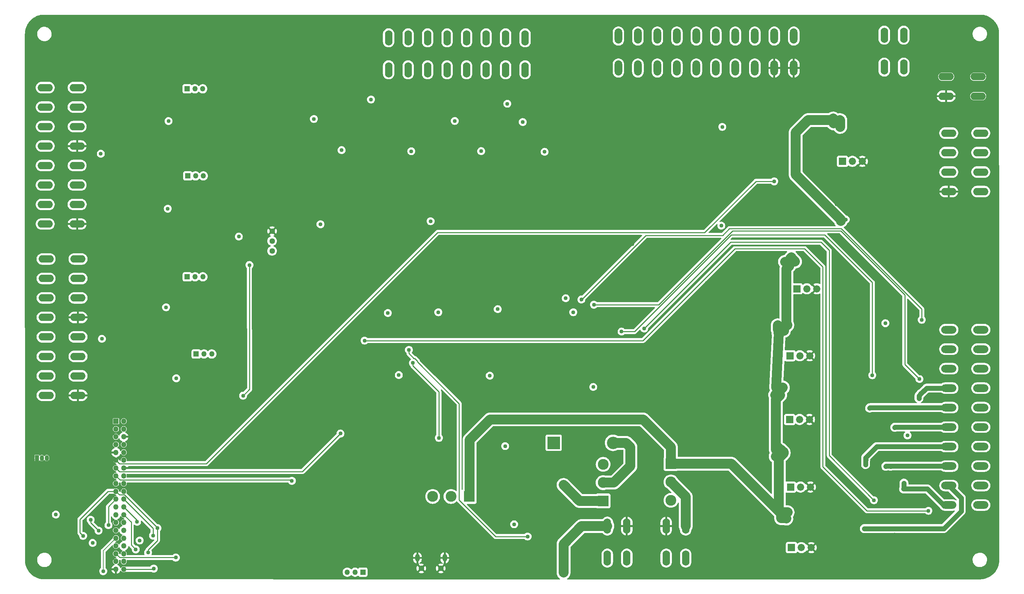
<source format=gbr>
%TF.GenerationSoftware,KiCad,Pcbnew,7.0.10*%
%TF.CreationDate,2024-12-15T12:01:29-06:00*%
%TF.ProjectId,karca_v2,6b617263-615f-4763-922e-6b696361645f,rev?*%
%TF.SameCoordinates,Original*%
%TF.FileFunction,Copper,L4,Bot*%
%TF.FilePolarity,Positive*%
%FSLAX46Y46*%
G04 Gerber Fmt 4.6, Leading zero omitted, Abs format (unit mm)*
G04 Created by KiCad (PCBNEW 7.0.10) date 2024-12-15 12:01:29*
%MOMM*%
%LPD*%
G01*
G04 APERTURE LIST*
%TA.AperFunction,ComponentPad*%
%ADD10R,1.350000X1.350000*%
%TD*%
%TA.AperFunction,ComponentPad*%
%ADD11O,1.350000X1.350000*%
%TD*%
%TA.AperFunction,ComponentPad*%
%ADD12R,2.775000X2.775000*%
%TD*%
%TA.AperFunction,ComponentPad*%
%ADD13C,2.775000*%
%TD*%
%TA.AperFunction,ComponentPad*%
%ADD14R,3.200000X3.200000*%
%TD*%
%TA.AperFunction,ComponentPad*%
%ADD15O,3.200000X3.200000*%
%TD*%
%TA.AperFunction,ComponentPad*%
%ADD16O,1.930400X3.860800*%
%TD*%
%TA.AperFunction,ComponentPad*%
%ADD17O,1.950000X3.900000*%
%TD*%
%TA.AperFunction,ComponentPad*%
%ADD18C,1.440000*%
%TD*%
%TA.AperFunction,ComponentPad*%
%ADD19O,3.860800X1.930400*%
%TD*%
%TA.AperFunction,ComponentPad*%
%ADD20R,1.845000X1.845000*%
%TD*%
%TA.AperFunction,ComponentPad*%
%ADD21C,1.845000*%
%TD*%
%TA.AperFunction,ComponentPad*%
%ADD22C,1.980000*%
%TD*%
%TA.AperFunction,ComponentPad*%
%ADD23R,1.050000X1.500000*%
%TD*%
%TA.AperFunction,ComponentPad*%
%ADD24O,1.050000X1.500000*%
%TD*%
%TA.AperFunction,ComponentPad*%
%ADD25O,3.900000X1.950000*%
%TD*%
%TA.AperFunction,ComponentPad*%
%ADD26O,1.200000X1.900000*%
%TD*%
%TA.AperFunction,ComponentPad*%
%ADD27C,1.450000*%
%TD*%
%TA.AperFunction,ViaPad*%
%ADD28C,1.016000*%
%TD*%
%TA.AperFunction,Conductor*%
%ADD29C,2.540000*%
%TD*%
%TA.AperFunction,Conductor*%
%ADD30C,0.254000*%
%TD*%
%TA.AperFunction,Conductor*%
%ADD31C,0.200000*%
%TD*%
%TA.AperFunction,Conductor*%
%ADD32C,1.270000*%
%TD*%
G04 APERTURE END LIST*
D10*
%TO.P,J7,1,Pin_1*%
%TO.N,unconnected-(J7-Pin_1-Pad1)*%
X54254400Y-145792400D03*
D11*
%TO.P,J7,2,Pin_2*%
%TO.N,+5V*%
X56254400Y-145792400D03*
%TO.P,J7,3,Pin_3*%
%TO.N,Net-(J7-Pin_3)*%
X54254400Y-147792400D03*
%TO.P,J7,4,Pin_4*%
%TO.N,+5V*%
X56254400Y-147792400D03*
%TO.P,J7,5,Pin_5*%
%TO.N,unconnected-(J7-Pin_5-Pad5)*%
X54254400Y-149792400D03*
%TO.P,J7,6,Pin_6*%
%TO.N,GND*%
X56254400Y-149792400D03*
%TO.P,J7,7,Pin_7*%
%TO.N,unconnected-(J7-Pin_7-Pad7)*%
X54254400Y-151792400D03*
%TO.P,J7,8,Pin_8*%
%TO.N,unconnected-(J7-Pin_8-Pad8)*%
X56254400Y-151792400D03*
%TO.P,J7,9,Pin_9*%
%TO.N,GND*%
X54254400Y-153792400D03*
%TO.P,J7,10,Pin_10*%
%TO.N,unconnected-(J7-Pin_10-Pad10)*%
X56254400Y-153792400D03*
%TO.P,J7,11,Pin_11*%
%TO.N,/Drivers/IGN_CTL*%
X54254400Y-155792400D03*
%TO.P,J7,12,Pin_12*%
%TO.N,unconnected-(J7-Pin_12-Pad12)*%
X56254400Y-155792400D03*
%TO.P,J7,13,Pin_13*%
%TO.N,/Drivers/DRV5_CTL*%
X54254400Y-157792400D03*
%TO.P,J7,14,Pin_14*%
%TO.N,GND*%
X56254400Y-157792400D03*
%TO.P,J7,15,Pin_15*%
%TO.N,/Drivers/DRV4_CTL*%
X54254400Y-159792400D03*
%TO.P,J7,16,Pin_16*%
%TO.N,unconnected-(J7-Pin_16-Pad16)*%
X56254400Y-159792400D03*
%TO.P,J7,17,Pin_17*%
%TO.N,unconnected-(J7-Pin_17-Pad17)*%
X54254400Y-161792400D03*
%TO.P,J7,18,Pin_18*%
%TO.N,unconnected-(J7-Pin_18-Pad18)*%
X56254400Y-161792400D03*
%TO.P,J7,19,Pin_19*%
%TO.N,/SPI.MOSI*%
X54254400Y-163792400D03*
%TO.P,J7,20,Pin_20*%
%TO.N,unconnected-(J7-Pin_20-Pad20)*%
X56254400Y-163792400D03*
%TO.P,J7,21,Pin_21*%
%TO.N,/SPI.MISO*%
X54254400Y-165792400D03*
%TO.P,J7,22,Pin_22*%
%TO.N,/Load Cells/LC_CS*%
X56254400Y-165792400D03*
%TO.P,J7,23,Pin_23*%
%TO.N,/SPI.CLK*%
X54254400Y-167792400D03*
%TO.P,J7,24,Pin_24*%
%TO.N,/Raspberry Pi/ADC2_CS*%
X56254400Y-167792400D03*
%TO.P,J7,25,Pin_25*%
%TO.N,GND*%
X54254400Y-169792400D03*
%TO.P,J7,26,Pin_26*%
%TO.N,/Pressure Transducers/CS*%
X56254400Y-169792400D03*
%TO.P,J7,27,Pin_27*%
%TO.N,unconnected-(J7-Pin_27-Pad27)*%
X54254400Y-171792400D03*
%TO.P,J7,28,Pin_28*%
%TO.N,unconnected-(J7-Pin_28-Pad28)*%
X56254400Y-171792400D03*
%TO.P,J7,29,Pin_29*%
%TO.N,unconnected-(J7-Pin_29-Pad29)*%
X54254400Y-173792400D03*
%TO.P,J7,30,Pin_30*%
%TO.N,GND*%
X56254400Y-173792400D03*
%TO.P,J7,31,Pin_31*%
%TO.N,/Drivers/DRV3_CTL*%
X54254400Y-175792400D03*
%TO.P,J7,32,Pin_32*%
%TO.N,unconnected-(J7-Pin_32-Pad32)*%
X56254400Y-175792400D03*
%TO.P,J7,33,Pin_33*%
%TO.N,/Drivers/DRV2_CTL*%
X54254400Y-177792400D03*
%TO.P,J7,34,Pin_34*%
%TO.N,GND*%
X56254400Y-177792400D03*
%TO.P,J7,35,Pin_35*%
%TO.N,/Drivers/DRV1_CTL*%
X54254400Y-179792400D03*
%TO.P,J7,36,Pin_36*%
%TO.N,unconnected-(J7-Pin_36-Pad36)*%
X56254400Y-179792400D03*
%TO.P,J7,37,Pin_37*%
%TO.N,/Raspberry Pi/RTC_CS*%
X54254400Y-181792400D03*
%TO.P,J7,38,Pin_38*%
%TO.N,/Raspberry Pi/RTC_IRQ*%
X56254400Y-181792400D03*
%TO.P,J7,39,Pin_39*%
%TO.N,GND*%
X54254400Y-183792400D03*
%TO.P,J7,40,Pin_40*%
%TO.N,/Drivers/IGN_CONT*%
X56254400Y-183792400D03*
%TD*%
D12*
%TO.P,SW3,1,A*%
%TO.N,+12V*%
X144907000Y-165100000D03*
D13*
%TO.P,SW3,2,B*%
%TO.N,Net-(MD1-VIN)*%
X140207000Y-165100000D03*
%TO.P,SW3,3*%
%TO.N,N/C*%
X135507000Y-165100000D03*
%TD*%
D10*
%TO.P,JP5,1,A*%
%TO.N,/Regulators/Jumper*%
X117602000Y-184531000D03*
D11*
%TO.P,JP5,2,C*%
%TO.N,Net-(JP5-C)*%
X115602000Y-184531000D03*
%TO.P,JP5,3,B*%
%TO.N,+5V*%
X113602000Y-184531000D03*
%TD*%
D14*
%TO.P,D1,1,K*%
%TO.N,/Regulators/battery_monitoring/Battery+*%
X166544800Y-151332200D03*
D15*
%TO.P,D1,2,A*%
%TO.N,Net-(D1-A)*%
X181784800Y-151332200D03*
%TD*%
D12*
%TO.P,SW2,1,A*%
%TO.N,Net-(SW2-A)*%
X179244800Y-166249400D03*
D13*
%TO.P,SW2,2,B*%
%TO.N,Net-(D1-A)*%
X179244800Y-161549400D03*
%TO.P,SW2,3*%
%TO.N,N/C*%
X179244800Y-156849400D03*
%TD*%
D16*
%TO.P,J8,1,Pin_1*%
%TO.N,/thermocouples/thermocouple_amp/IN_1*%
X124220000Y-55571000D03*
%TO.P,J8,2,Pin_2*%
%TO.N,/thermocouples/thermocouple_amp/IN_2*%
X129220000Y-55571000D03*
%TO.P,J8,3,Pin_3*%
%TO.N,/thermocouples/thermocouple_amp1/IN_1*%
X134220000Y-55571000D03*
%TO.P,J8,4,Pin_4*%
%TO.N,/thermocouples/thermocouple_amp1/IN_2*%
X139220000Y-55571000D03*
%TO.P,J8,5,Pin_5*%
%TO.N,/thermocouples/thermocouple_amp2/IN_1*%
X144220000Y-55571000D03*
%TO.P,J8,6,Pin_6*%
%TO.N,/thermocouples/thermocouple_amp2/IN_2*%
X149220000Y-55571000D03*
%TO.P,J8,7,Pin_7*%
%TO.N,/thermocouples/thermocouple_amp3/IN_1*%
X154220000Y-55571000D03*
%TO.P,J8,8,Pin_8*%
%TO.N,/thermocouples/thermocouple_amp3/IN_2*%
X159220000Y-55571000D03*
%TO.P,J8,P1.1*%
%TO.N,N/C*%
X124220000Y-47371000D03*
%TO.P,J8,P2.1*%
X129220000Y-47371000D03*
%TO.P,J8,P3.1*%
X134220000Y-47371000D03*
%TO.P,J8,P4.1*%
X139220000Y-47371000D03*
%TO.P,J8,P5.1*%
X144220000Y-47371000D03*
%TO.P,J8,P6.1*%
X149220000Y-47371000D03*
%TO.P,J8,P7.1*%
X154220000Y-47371000D03*
%TO.P,J8,P8.1*%
X159220000Y-47371000D03*
%TD*%
D10*
%TO.P,JP1,1,A*%
%TO.N,Net-(JP1-A)*%
X72517000Y-60452000D03*
D11*
%TO.P,JP1,2,C*%
%TO.N,Net-(JP1-C)*%
X74517000Y-60452000D03*
%TO.P,JP1,3,B*%
%TO.N,Net-(JP1-B)*%
X76517000Y-60452000D03*
%TD*%
D17*
%TO.P,J6,1,Pin_1*%
%TO.N,/Pressure Transducers/12V_Reg*%
X183163200Y-55113800D03*
%TO.P,J6,2,Pin_2*%
%TO.N,/Pressure Transducers/pt_circuitry/IN*%
X188163200Y-55113800D03*
%TO.P,J6,3,Pin_3*%
%TO.N,/Pressure Transducers/12V_Reg*%
X193163200Y-55113800D03*
%TO.P,J6,4,Pin_4*%
%TO.N,/Pressure Transducers/pt_circuitry1/IN*%
X198163200Y-55113800D03*
%TO.P,J6,5,Pin_5*%
%TO.N,/Pressure Transducers/12V_Reg*%
X203163200Y-55113800D03*
%TO.P,J6,6,Pin_6*%
%TO.N,/Pressure Transducers/pt_circuitry2/IN*%
X208163200Y-55113800D03*
%TO.P,J6,7,Pin_7*%
%TO.N,/Pressure Transducers/12V_Reg*%
X213163200Y-55113800D03*
%TO.P,J6,8,Pin_8*%
%TO.N,/Pressure Transducers/pt_circuitry3/IN*%
X218163200Y-55113800D03*
%TO.P,J6,9,Pin_9*%
%TO.N,GND*%
X223163200Y-55113800D03*
%TO.P,J6,10,Pin_10*%
X228163200Y-55113800D03*
%TO.P,J6,P1.1*%
%TO.N,N/C*%
X183163200Y-46913800D03*
%TO.P,J6,P2.2*%
X188163200Y-46913800D03*
%TO.P,J6,P3.3*%
X193163200Y-46913800D03*
%TO.P,J6,P4.4*%
X198163200Y-46913800D03*
%TO.P,J6,P5.5*%
X203163200Y-46913800D03*
%TO.P,J6,P6.6*%
X208163200Y-46913800D03*
%TO.P,J6,P7.7*%
X213163200Y-46913800D03*
%TO.P,J6,P8.8*%
X218163200Y-46913800D03*
%TO.P,J6,P9.9*%
X223163200Y-46913800D03*
%TO.P,J6,P10.10*%
X228163200Y-46913800D03*
%TD*%
D18*
%TO.P,RV1,1,1*%
%TO.N,GND*%
X94314400Y-96988600D03*
%TO.P,RV1,2,2*%
%TO.N,/Load Cells/IN_AMP_VREF*%
X94314400Y-99528600D03*
%TO.P,RV1,3,3*%
%TO.N,+5V*%
X94314400Y-102068600D03*
%TD*%
D19*
%TO.P,J11,1,Pin_1*%
%TO.N,+12V*%
X276124800Y-71822607D03*
%TO.P,J11,2,Pin_2*%
%TO.N,/Drivers/IGN_POS_OUT*%
X267924800Y-76822607D03*
%TO.P,J11,3,Pin_3*%
%TO.N,/Drivers/IGN_NEG*%
X267924800Y-81822607D03*
%TO.P,J11,4,Pin_4*%
%TO.N,GND*%
X267924800Y-86822607D03*
%TO.P,J11,P1.1*%
%TO.N,N/C*%
X267924800Y-71822607D03*
%TO.P,J11,P2.2*%
X276124800Y-76822607D03*
%TO.P,J11,P3.2*%
X276124800Y-81822607D03*
%TO.P,J11,P4.2*%
X276124800Y-86822607D03*
%TD*%
D20*
%TO.P,Q3,1,G*%
%TO.N,Net-(Q3-G)*%
X240665000Y-79070200D03*
D21*
%TO.P,Q3,2,D*%
%TO.N,/Drivers/IGN_NEG*%
X243205000Y-79070200D03*
%TO.P,Q3,3,S*%
%TO.N,GND*%
X245745000Y-79070200D03*
%TD*%
D16*
%TO.P,J1,1,Pin_1*%
%TO.N,Net-(J1-Pin_1)*%
X200427200Y-172703400D03*
%TO.P,J1,2,Pin_2*%
%TO.N,GND*%
X195427200Y-172703400D03*
%TO.P,J1,P1.1*%
%TO.N,N/C*%
X200427200Y-180903400D03*
%TO.P,J1,P2.1*%
X195427200Y-180903400D03*
%TD*%
%TO.P,J10,1,Pin_1*%
%TO.N,/Drivers/IGN_POS*%
X251371384Y-54883800D03*
%TO.P,J10,2,Pin_2*%
%TO.N,/Drivers/IGN_POS_OUT*%
X256371384Y-54883800D03*
%TO.P,J10,P1.1*%
%TO.N,N/C*%
X251371384Y-46683800D03*
%TO.P,J10,P2.1*%
X256371384Y-46683800D03*
%TD*%
D20*
%TO.P,Q4,1,G*%
%TO.N,Net-(Q4-G)*%
X228959600Y-111786200D03*
D21*
%TO.P,Q4,2,D*%
%TO.N,/Drivers/MOS1*%
X231499600Y-111786200D03*
%TO.P,Q4,3,S*%
%TO.N,GND*%
X234039600Y-111786200D03*
%TD*%
D10*
%TO.P,JP4,1,A*%
%TO.N,Net-(JP4-A)*%
X74835000Y-128524000D03*
D11*
%TO.P,JP4,2,C*%
%TO.N,Net-(JP4-C)*%
X76835000Y-128524000D03*
%TO.P,JP4,3,B*%
%TO.N,Net-(JP4-B)*%
X78835000Y-128524000D03*
%TD*%
D20*
%TO.P,Q7,1,G*%
%TO.N,Net-(Q7-G)*%
X227334300Y-162687000D03*
D21*
%TO.P,Q7,2,D*%
%TO.N,/Drivers/MOS4*%
X229874300Y-162687000D03*
%TO.P,Q7,3,S*%
%TO.N,GND*%
X232414300Y-162687000D03*
%TD*%
D12*
%TO.P,SW1,1,A*%
%TO.N,+12V*%
X196645000Y-156687400D03*
D13*
%TO.P,SW1,2,B*%
%TO.N,Net-(J1-Pin_1)*%
X196645000Y-161387400D03*
%TO.P,SW1,3*%
%TO.N,N/C*%
X196645000Y-166087400D03*
%TD*%
D16*
%TO.P,J2,1,Pin_1*%
%TO.N,GND*%
X185318000Y-172703400D03*
%TO.P,J2,2,Pin_2*%
%TO.N,Net-(J2-Pin_2)*%
X180318000Y-172703400D03*
%TO.P,J2,P1.1*%
%TO.N,N/C*%
X185318000Y-180903400D03*
%TO.P,J2,P2.1*%
X180318000Y-180903400D03*
%TD*%
D10*
%TO.P,JP3,1,A*%
%TO.N,Net-(JP3-A)*%
X72549000Y-108712000D03*
D11*
%TO.P,JP3,2,C*%
%TO.N,Net-(JP3-C)*%
X74549000Y-108712000D03*
%TO.P,JP3,3,B*%
%TO.N,Net-(JP3-B)*%
X76549000Y-108712000D03*
%TD*%
D20*
%TO.P,Q5,1,G*%
%TO.N,Net-(Q5-G)*%
X227156500Y-128981200D03*
D21*
%TO.P,Q5,2,D*%
%TO.N,/Drivers/MOS2*%
X229696500Y-128981200D03*
%TO.P,Q5,3,S*%
%TO.N,GND*%
X232236500Y-128981200D03*
%TD*%
D22*
%TO.P,F1,1*%
%TO.N,Net-(J2-Pin_2)*%
X169084800Y-184654800D03*
%TO.P,F1,2*%
%TO.N,Net-(SW2-A)*%
X169084800Y-162154800D03*
%TD*%
D23*
%TO.P,Q2,1,E*%
%TO.N,Net-(Q2-E)*%
X33959800Y-155223800D03*
D24*
%TO.P,Q2,2,B*%
%TO.N,Net-(Q2-B)*%
X35229800Y-155223800D03*
%TO.P,Q2,3,C*%
%TO.N,+5V*%
X36499800Y-155223800D03*
%TD*%
D10*
%TO.P,JP2,1,A*%
%TO.N,Net-(JP2-A)*%
X72676000Y-82804000D03*
D11*
%TO.P,JP2,2,C*%
%TO.N,Net-(JP2-C)*%
X74676000Y-82804000D03*
%TO.P,JP2,3,B*%
%TO.N,Net-(JP2-B)*%
X76676000Y-82804000D03*
%TD*%
D25*
%TO.P,J9,1,Pin_1*%
%TO.N,/Drivers/driver_nmos/DRV_POS*%
X267948800Y-122298400D03*
%TO.P,J9,2,Pin_2*%
%TO.N,/Drivers/DRV1_NEG*%
X267948800Y-127298400D03*
%TO.P,J9,3,Pin_3*%
%TO.N,/Drivers/driver_nmos1/DRV_POS*%
X267948800Y-132298400D03*
%TO.P,J9,4,Pin_4*%
%TO.N,/Drivers/DRV2_NEG*%
X267948800Y-137298400D03*
%TO.P,J9,5,Pin_5*%
%TO.N,/Drivers/driver_nmos2/DRV_POS*%
X267948800Y-142298400D03*
%TO.P,J9,6,Pin_6*%
%TO.N,/Drivers/DRV3_NEG*%
X267948800Y-147298400D03*
%TO.P,J9,7,Pin_7*%
%TO.N,/Drivers/driver_nmos3/DRV_POS*%
X267948800Y-152298400D03*
%TO.P,J9,8,Pin_8*%
%TO.N,/Drivers/DRV4_NEG*%
X267948800Y-157298400D03*
%TO.P,J9,9,Pin_9*%
%TO.N,/Drivers/driver_nmos4/DRV_POS*%
X267948800Y-162298400D03*
%TO.P,J9,10,Pin_10*%
%TO.N,/Drivers/DRV5_NEG*%
X267948800Y-167298400D03*
%TO.P,J9,P1.1*%
%TO.N,N/C*%
X276148800Y-122298400D03*
%TO.P,J9,P2.2*%
X276148800Y-127298400D03*
%TO.P,J9,P3.3*%
X276148800Y-132298400D03*
%TO.P,J9,P4.4*%
X276148800Y-137298400D03*
%TO.P,J9,P5.5*%
X276148800Y-142298400D03*
%TO.P,J9,P6.6*%
X276148800Y-147298400D03*
%TO.P,J9,P7.7*%
X276148800Y-152298400D03*
%TO.P,J9,P8.8*%
X276148800Y-157298400D03*
%TO.P,J9,P9.9*%
X276148800Y-162298400D03*
%TO.P,J9,P10.10*%
X276148800Y-167298400D03*
%TD*%
D20*
%TO.P,Q8,1,G*%
%TO.N,Net-(Q8-G)*%
X227562900Y-178231800D03*
D21*
%TO.P,Q8,2,D*%
%TO.N,/Drivers/MOS5*%
X230102900Y-178231800D03*
%TO.P,Q8,3,S*%
%TO.N,GND*%
X232642900Y-178231800D03*
%TD*%
D19*
%TO.P,J12,1,Pin_1*%
%TO.N,/Drivers/IGN_POS_OUT*%
X267263000Y-57340784D03*
%TO.P,J12,2,Pin_2*%
%TO.N,GND*%
X267263000Y-62340784D03*
%TO.P,J12,P1.1*%
%TO.N,N/C*%
X275463000Y-57340784D03*
%TO.P,J12,P2.1*%
X275463000Y-62340784D03*
%TD*%
%TO.P,J5,1,Pin_1*%
%TO.N,+5V*%
X44520600Y-104142194D03*
%TO.P,J5,2,Pin_2*%
%TO.N,/Load Cells/LC_Amplification2/IN1*%
X44520600Y-109142194D03*
%TO.P,J5,3,Pin_3*%
%TO.N,/Load Cells/LC_Amplification2/IN2*%
X44520600Y-114142194D03*
%TO.P,J5,4,Pin_4*%
%TO.N,GND*%
X44520600Y-119142194D03*
%TO.P,J5,5,Pin_5*%
%TO.N,+5V*%
X44520600Y-124142194D03*
%TO.P,J5,6,Pin_6*%
%TO.N,/Load Cells/LC_Amplification3/IN1*%
X44520600Y-129142194D03*
%TO.P,J5,7,Pin_7*%
%TO.N,/Load Cells/LC_Amplification3/IN2*%
X44520600Y-134142194D03*
%TO.P,J5,8,Pin_8*%
%TO.N,GND*%
X44520600Y-139142194D03*
%TO.P,J5,P1.1*%
%TO.N,N/C*%
X36320600Y-139142194D03*
%TO.P,J5,P2.1*%
X36320600Y-134142194D03*
%TO.P,J5,P3.1*%
X36320600Y-129142194D03*
%TO.P,J5,P4.1*%
X36320600Y-124142194D03*
%TO.P,J5,P5.1*%
X36320600Y-119142194D03*
%TO.P,J5,P6.1*%
X36320600Y-114142194D03*
%TO.P,J5,P7.1*%
X36320600Y-109142194D03*
%TO.P,J5,P8.1*%
X36320600Y-104142194D03*
%TD*%
D26*
%TO.P,J3,6,Shield*%
%TO.N,GND*%
X138598000Y-180870500D03*
D27*
X137598000Y-183570500D03*
X132598000Y-183570500D03*
D26*
X131598000Y-180870500D03*
%TD*%
D20*
%TO.P,Q6,1,G*%
%TO.N,Net-(Q6-G)*%
X227087600Y-145336000D03*
D21*
%TO.P,Q6,2,D*%
%TO.N,/Drivers/MOS3*%
X229627600Y-145336000D03*
%TO.P,Q6,3,S*%
%TO.N,GND*%
X232167600Y-145336000D03*
%TD*%
D19*
%TO.P,J4,1,Pin_1*%
%TO.N,+5V*%
X44293400Y-60144600D03*
%TO.P,J4,2,Pin_2*%
%TO.N,/Load Cells/LC_Amplification/IN1*%
X44293400Y-65144600D03*
%TO.P,J4,3,Pin_3*%
%TO.N,/Load Cells/LC_Amplification/IN2*%
X44293400Y-70144600D03*
%TO.P,J4,4,Pin_4*%
%TO.N,GND*%
X44293400Y-75144600D03*
%TO.P,J4,5,Pin_5*%
%TO.N,+5V*%
X44293400Y-80144600D03*
%TO.P,J4,6,Pin_6*%
%TO.N,/Load Cells/LC_Amplification1/IN1*%
X44293400Y-85144600D03*
%TO.P,J4,7,Pin_7*%
%TO.N,/Load Cells/LC_Amplification1/IN2*%
X44293400Y-90144600D03*
%TO.P,J4,8,Pin_8*%
%TO.N,GND*%
X44293400Y-95144600D03*
%TO.P,J4,P1.1*%
%TO.N,N/C*%
X36093400Y-60144600D03*
%TO.P,J4,P2.1*%
X36093400Y-65144600D03*
%TO.P,J4,P3.1*%
X36093400Y-70144600D03*
%TO.P,J4,P4.1*%
X36093400Y-75144600D03*
%TO.P,J4,P5.1*%
X36093400Y-80144600D03*
%TO.P,J4,P6.1*%
X36093400Y-85144600D03*
%TO.P,J4,P7.1*%
X36093400Y-90144600D03*
%TO.P,J4,P8.1*%
X36093400Y-95144600D03*
%TD*%
D28*
%TO.N,+12V*%
X241503200Y-94005400D03*
X226491800Y-121081800D03*
X238252000Y-68072000D03*
X225907600Y-104851200D03*
X227025200Y-105867200D03*
X224028000Y-121158000D03*
X224764612Y-154813000D03*
X238379000Y-69342000D03*
X225653600Y-122555000D03*
X224205800Y-123164600D03*
X227533246Y-103733646D03*
X224917000Y-170688000D03*
X226237800Y-170789600D03*
X240106200Y-68529200D03*
X228498400Y-104800400D03*
X226568000Y-169164000D03*
X240030000Y-70231000D03*
X224815388Y-153034988D03*
X223393000Y-139065000D03*
X223520000Y-154813000D03*
X225374209Y-137160009D03*
X225044000Y-169164000D03*
X240207800Y-94361000D03*
X223520000Y-153035000D03*
X224663000Y-139065000D03*
X223647000Y-137160000D03*
%TO.N,GND*%
X190398400Y-167614600D03*
X101727000Y-69977000D03*
X68656200Y-154965400D03*
X214960200Y-86029800D03*
X134569200Y-63423800D03*
X150520400Y-64135000D03*
X91313000Y-111480600D03*
X40640000Y-170180000D03*
X220903800Y-152527000D03*
X121081800Y-71374000D03*
X205917800Y-136931400D03*
X172821600Y-142062200D03*
X164719000Y-81534000D03*
X254101600Y-73863200D03*
X274447000Y-114401600D03*
X139573000Y-113157000D03*
X119456200Y-48361600D03*
X81330800Y-86487000D03*
X194589400Y-90195400D03*
X104114600Y-63423800D03*
X68503800Y-139573000D03*
X261670800Y-63550800D03*
X246481600Y-90043000D03*
X42037000Y-161544000D03*
X101473000Y-112395000D03*
X180162200Y-113715800D03*
X88950800Y-63449200D03*
X223443800Y-81178400D03*
X96570800Y-48361600D03*
X213385400Y-175336200D03*
X81330800Y-70358000D03*
X132029200Y-154990800D03*
X279374600Y-101600000D03*
X269265400Y-175209200D03*
X91516200Y-175285400D03*
X60985400Y-162458400D03*
X125831600Y-63754000D03*
X167665400Y-167614600D03*
X157403800Y-123520200D03*
X188671200Y-113690400D03*
X91465400Y-167665400D03*
X180289200Y-101752400D03*
X83794600Y-129514600D03*
X190881000Y-175234600D03*
X180238400Y-55880000D03*
X104216200Y-48260000D03*
X172745400Y-63601600D03*
X213385400Y-132156200D03*
X58420000Y-101701600D03*
X190754000Y-182854600D03*
X40589200Y-147294600D03*
X266649200Y-114223800D03*
X101574600Y-162585400D03*
X213410800Y-152400000D03*
X48310800Y-162483800D03*
X246430800Y-152298400D03*
X48234600Y-139700000D03*
X114096800Y-162483800D03*
X160045400Y-139750800D03*
X43256200Y-55956200D03*
X269214600Y-182956200D03*
X215900000Y-63601600D03*
X180467000Y-63423800D03*
X246303800Y-132156200D03*
X193421000Y-81432400D03*
X96443800Y-78740000D03*
X40690800Y-154940000D03*
X91440000Y-182854600D03*
X147269200Y-162687000D03*
X50571400Y-101574600D03*
X279476200Y-93980000D03*
X175260000Y-175437800D03*
X152400000Y-139471400D03*
X132562600Y-117602000D03*
X205765400Y-175209200D03*
X96545400Y-63550800D03*
X231165400Y-167665400D03*
X77343000Y-110998000D03*
X58521600Y-55778400D03*
X239091739Y-90055975D03*
X76250800Y-147370800D03*
X172999400Y-81280000D03*
X205638400Y-167690800D03*
X124409200Y-164998400D03*
X221005400Y-116789200D03*
X109093000Y-181483000D03*
X213309200Y-124358400D03*
X50825400Y-55905400D03*
X231267000Y-173736000D03*
X160045400Y-131064000D03*
X231216200Y-81305400D03*
X213461600Y-167614600D03*
X173126400Y-88849200D03*
X119329200Y-55880000D03*
X117602000Y-87884000D03*
X213309200Y-182981600D03*
X186696382Y-100336382D03*
X58547000Y-71170800D03*
X50850800Y-109372400D03*
X83794600Y-175336200D03*
X139649200Y-175285400D03*
X162433000Y-182905400D03*
X272059400Y-152552400D03*
X139090400Y-135966200D03*
X67335400Y-64287400D03*
X213309200Y-137236200D03*
X188188600Y-88823800D03*
X88138000Y-90805000D03*
X137261600Y-78790800D03*
X205841600Y-110337600D03*
X254431800Y-103682800D03*
X109093000Y-112395000D03*
X60883800Y-147294600D03*
X246100600Y-74041000D03*
X96520000Y-139547600D03*
X51943000Y-119481600D03*
X205714600Y-132130800D03*
X223596200Y-73660000D03*
X220980000Y-183108600D03*
X167665400Y-175209200D03*
X254025400Y-174929800D03*
X44860976Y-178608224D03*
X223545400Y-88874600D03*
X132029200Y-162661600D03*
X106654600Y-175209200D03*
X271830800Y-93903800D03*
X232562400Y-152374600D03*
X58420000Y-63627000D03*
X99009200Y-182930800D03*
X58648600Y-86461600D03*
X223621600Y-63576200D03*
X154965400Y-170230800D03*
X73660000Y-48260000D03*
X180213000Y-142011400D03*
X103987600Y-78689200D03*
X249275600Y-103251000D03*
X241401600Y-167589200D03*
X111810800Y-55880000D03*
X149428200Y-72618600D03*
X165074600Y-101727000D03*
X241249200Y-116713000D03*
X40614600Y-139801600D03*
X205155800Y-94843600D03*
X118770400Y-135966200D03*
X106680000Y-182905400D03*
X99009200Y-175260000D03*
X180416200Y-73507600D03*
X277012400Y-175387000D03*
X246430800Y-48082200D03*
X99060000Y-167690800D03*
X157505400Y-86385400D03*
X157581600Y-101600000D03*
X112649000Y-70358000D03*
X205841600Y-159994600D03*
X231089200Y-182854600D03*
X117094000Y-113665000D03*
X246380000Y-144754600D03*
X156464000Y-69850000D03*
X213410800Y-144602200D03*
X231267000Y-88722200D03*
X252363311Y-144145069D03*
X187934600Y-73558400D03*
X62306200Y-182118000D03*
X48260000Y-147370800D03*
X215925400Y-73634600D03*
X271475200Y-144754600D03*
X152527000Y-130962400D03*
X164973000Y-55880000D03*
X164820600Y-65354200D03*
X137134600Y-130632200D03*
X155016200Y-162610800D03*
X150977600Y-112522000D03*
X96520000Y-71247000D03*
X83896200Y-147345400D03*
X139674600Y-154990800D03*
X193014600Y-63627000D03*
X68478400Y-162483800D03*
X208356200Y-63525400D03*
X73787000Y-101498400D03*
X172618400Y-48260000D03*
X90982800Y-101549200D03*
X261645400Y-73710800D03*
X128371600Y-89585800D03*
X65786000Y-78740000D03*
X83820000Y-182905400D03*
X230987600Y-63652400D03*
X264312400Y-101574600D03*
X61036200Y-154965400D03*
X81280000Y-63474600D03*
X58343800Y-137160000D03*
X89052400Y-55880000D03*
X157556200Y-111760000D03*
X60325000Y-173228000D03*
X154940000Y-182880000D03*
X238836200Y-182905400D03*
X205689200Y-182880000D03*
X73558400Y-55803800D03*
X81508600Y-48361600D03*
X157099000Y-81407000D03*
X106578400Y-167690800D03*
X147345400Y-154965400D03*
X76200000Y-183032400D03*
X68529200Y-147269200D03*
X200232776Y-124058176D03*
X119761000Y-120446800D03*
X149352000Y-85420200D03*
X205663800Y-152425400D03*
X88900000Y-78740000D03*
X120904000Y-80391000D03*
X261696200Y-175209200D03*
X83794600Y-138252200D03*
X161315400Y-64744600D03*
X231419400Y-73634600D03*
X240106200Y-144780000D03*
X124536200Y-154940000D03*
X111810800Y-48437800D03*
X50825400Y-48336200D03*
X180340000Y-132080000D03*
X261620000Y-182880000D03*
X148539200Y-79095600D03*
X104114600Y-86385400D03*
X198120000Y-86106000D03*
X180416200Y-48183800D03*
X109194600Y-121894600D03*
X176530000Y-73558400D03*
X114300000Y-154990800D03*
X193040000Y-144653000D03*
X190525400Y-152425400D03*
X271856200Y-101676200D03*
X166116000Y-72872600D03*
X58521600Y-109270800D03*
X139776200Y-86512400D03*
X200660000Y-63474600D03*
X165150800Y-142062200D03*
X246380000Y-63500000D03*
X85877400Y-110185200D03*
X66014600Y-48310800D03*
X96520000Y-55880000D03*
X114274600Y-121920000D03*
X163423600Y-135534400D03*
X48412400Y-129489200D03*
X88239600Y-86410800D03*
X162219000Y-149483600D03*
X40589200Y-119380000D03*
X164338000Y-116560600D03*
X175234600Y-160299400D03*
X101498400Y-121970800D03*
X81280000Y-55880000D03*
X221005400Y-137134600D03*
X215646000Y-83439000D03*
X165100000Y-48183800D03*
X254076200Y-182803800D03*
X40589200Y-182905400D03*
X180517800Y-89027000D03*
X199313800Y-132003800D03*
X58521600Y-78562200D03*
X253974600Y-90195400D03*
X190601600Y-160147000D03*
X238506000Y-150114000D03*
X205740000Y-144729200D03*
X172821600Y-101879400D03*
X83743800Y-121843800D03*
X180238400Y-81280000D03*
X167690800Y-155067000D03*
X106654600Y-162585400D03*
X76174600Y-154990800D03*
X156260800Y-154914600D03*
X91338400Y-129514600D03*
X187985400Y-81178400D03*
X165023800Y-86410800D03*
X69697600Y-129159000D03*
X172770800Y-55880000D03*
X81254600Y-79248000D03*
X112776000Y-79121000D03*
X109296200Y-129413000D03*
X42976800Y-48234600D03*
X48260000Y-173990000D03*
X89052400Y-48437800D03*
X193141600Y-124434600D03*
X58521600Y-48336200D03*
X50850800Y-63449200D03*
X112547400Y-64084200D03*
X104190800Y-55905400D03*
X238658400Y-81203800D03*
X66548000Y-109905800D03*
X101447600Y-129717800D03*
X132181600Y-175285400D03*
X124409200Y-175234600D03*
X48082200Y-154940000D03*
X58394600Y-129489200D03*
X147294600Y-175234600D03*
X241528600Y-53721000D03*
X221390976Y-102899976D03*
X238582200Y-73634600D03*
X253949200Y-63601600D03*
X76250800Y-138430000D03*
X147269200Y-182956200D03*
X121894600Y-86258400D03*
X175234600Y-154889200D03*
X40640000Y-177723800D03*
X66167000Y-55905400D03*
X264033000Y-144830800D03*
X144678400Y-139623800D03*
X215773000Y-89763600D03*
X142214600Y-63500000D03*
X172720000Y-182803800D03*
X246354600Y-182930800D03*
X187960000Y-132130800D03*
X114376200Y-129438400D03*
X132181600Y-71170800D03*
X66040000Y-101396800D03*
X91567000Y-121945400D03*
%TO.N,+5V*%
X69723000Y-134772400D03*
X150164800Y-134093700D03*
X67741800Y-68732400D03*
X50368200Y-77114400D03*
X147955000Y-76454000D03*
X119684800Y-63195200D03*
X171577000Y-117805200D03*
X85775800Y-98399600D03*
X158623000Y-68986400D03*
X209804000Y-70231000D03*
X136958682Y-117803318D03*
X134975600Y-94441400D03*
X176707800Y-137007600D03*
X48260000Y-177038000D03*
X251663200Y-120624600D03*
X105029000Y-68199000D03*
X169646600Y-114223800D03*
X156413200Y-172237400D03*
X60325000Y-176403000D03*
X112141000Y-76200000D03*
X38836600Y-169748200D03*
X126822200Y-133934200D03*
X67538600Y-91236800D03*
X154101800Y-152171400D03*
X106730800Y-95224600D03*
X154660600Y-64287400D03*
X50647600Y-124637800D03*
X130022600Y-76479400D03*
X209550000Y-95580200D03*
X67106800Y-116535200D03*
X124008400Y-118009579D03*
X257327400Y-149428200D03*
X164236400Y-76631800D03*
X152196800Y-117017800D03*
X141173200Y-68707000D03*
%TO.N,/Drivers/IGN_CTL*%
X223139000Y-84201000D03*
%TO.N,/Drivers/DRV5_CTL*%
X111842370Y-148951770D03*
%TO.N,/Drivers/DRV4_CTL*%
X99390200Y-161086800D03*
%TO.N,/SPI.MOSI*%
X45821600Y-175209200D03*
X64897000Y-173228000D03*
X62484000Y-179501800D03*
%TO.N,/SPI.MISO*%
X52324000Y-172466000D03*
%TO.N,/Load Cells/LC_CS*%
X63754000Y-175133000D03*
%TO.N,/Raspberry Pi/ADC2_CS*%
X59672853Y-171594406D03*
%TO.N,/Pressure Transducers/CS*%
X59334400Y-178689000D03*
%TO.N,/Drivers/DRV3_CTL*%
X50977800Y-184277000D03*
%TO.N,/Drivers/DRV1_CTL*%
X69608700Y-180784500D03*
%TO.N,/Raspberry Pi/RTC_IRQ*%
X47752000Y-171069000D03*
X49784000Y-173863000D03*
%TO.N,/Drivers/IGN_CONT*%
X63957200Y-183616600D03*
%TO.N,/Drivers/DRV2_NEG*%
X260273800Y-139928600D03*
X260731000Y-138684000D03*
%TO.N,/Drivers/DRV3_NEG*%
X254076200Y-147370688D03*
%TO.N,/Drivers/DRV4_NEG*%
X252984000Y-157353000D03*
X251764800Y-157353000D03*
%TO.N,/Drivers/DRV5_NEG*%
X256311400Y-163169600D03*
X256413000Y-161671000D03*
%TO.N,/Drivers/driver_nmos2/DRV_POS*%
X247599200Y-142417800D03*
X248978404Y-142298400D03*
%TO.N,/Drivers/driver_nmos3/DRV_POS*%
X246634000Y-155702000D03*
X246583200Y-156921200D03*
%TO.N,/Drivers/driver_nmos4/DRV_POS*%
X246253000Y-173355000D03*
X247497600Y-173355000D03*
%TO.N,/Drivers/DRV5_ADC*%
X262686800Y-168783000D03*
X118040900Y-125095000D03*
%TO.N,/DRV1_ADC*%
X173659800Y-114554000D03*
X260985000Y-119761000D03*
%TO.N,/DRV2_ADC*%
X260400800Y-134975600D03*
X176867300Y-115874800D03*
%TO.N,/DRV3_ADC*%
X183972200Y-122783600D03*
X248310400Y-133985000D03*
%TO.N,/DRV4_ADC*%
X248716800Y-166065200D03*
X189788800Y-121996200D03*
%TO.N,Net-(U21-REF)*%
X88493600Y-105689400D03*
X86868000Y-139217400D03*
%TO.N,Net-(U34-CH1)*%
X130458976Y-130817100D03*
X137109200Y-150063200D03*
%TO.N,/Regulators/battery_monitoring/BAT_CUR*%
X129413000Y-127482600D03*
X159867600Y-175387000D03*
%TD*%
D29*
%TO.N,+12V*%
X240106200Y-68529200D02*
X240106200Y-70154800D01*
X225298000Y-153517600D02*
X224815388Y-153034988D01*
X224028000Y-122199400D02*
X224307400Y-121920000D01*
X226466400Y-121081800D02*
X226491800Y-121081800D01*
X240207800Y-94045719D02*
X228650800Y-82488719D01*
X223520000Y-154813000D02*
X224764612Y-154813000D01*
X224917000Y-170688000D02*
X226136200Y-170688000D01*
X226491800Y-121107200D02*
X226466400Y-121081800D01*
X144957400Y-150601200D02*
X150240600Y-145318000D01*
X225552000Y-154025600D02*
X225552000Y-153771600D01*
X224764612Y-154812988D02*
X224764612Y-154813000D01*
X224307400Y-123266200D02*
X223647000Y-137160000D01*
X227228400Y-104114600D02*
X227533246Y-103809754D01*
X226491800Y-104851200D02*
X225907600Y-104851200D01*
X237845600Y-68478400D02*
X238252000Y-68072000D01*
X231825800Y-68478400D02*
X237845600Y-68478400D01*
X225044000Y-169595800D02*
X226237800Y-170789600D01*
X225552000Y-154025600D02*
X224764612Y-154812988D01*
X225552000Y-153771600D02*
X224815388Y-153034988D01*
X189483600Y-145318000D02*
X196645000Y-152479400D01*
X224307400Y-121920000D02*
X225653600Y-122555000D01*
X226491800Y-121081800D02*
X226259100Y-120849100D01*
X225044000Y-169164000D02*
X225044000Y-169595800D01*
X226568000Y-169164000D02*
X225044000Y-169164000D01*
X225552000Y-154025600D02*
X225298000Y-153771600D01*
X226259100Y-105083900D02*
X226491800Y-104851200D01*
X224028000Y-121158000D02*
X224028000Y-122199400D01*
X223520000Y-151993600D02*
X225298000Y-153771600D01*
X227533246Y-103809754D02*
X227533246Y-103733646D01*
X224332800Y-153517576D02*
X224815388Y-153034988D01*
X225298000Y-153771600D02*
X225298000Y-153517600D01*
X228650800Y-71653400D02*
X231825800Y-68478400D01*
X226259100Y-120849100D02*
X226259100Y-106633300D01*
X227025200Y-105867200D02*
X226259100Y-105101100D01*
X196645000Y-152479400D02*
X196645000Y-156687400D01*
X144981383Y-164653000D02*
X144957400Y-164629017D01*
X224917000Y-169468800D02*
X224917000Y-170688000D01*
X224332800Y-168452800D02*
X224332800Y-153517576D01*
X225297991Y-137160009D02*
X225374209Y-137160009D01*
X223393000Y-139065000D02*
X225297991Y-137160009D01*
X228498400Y-104800400D02*
X227812600Y-104114600D01*
X228650800Y-82488719D02*
X228650800Y-71653400D01*
X238379000Y-69342000D02*
X239979200Y-68478400D01*
X226259100Y-105101100D02*
X226259100Y-105083900D01*
X226259100Y-106633300D02*
X227025200Y-105867200D01*
X224205800Y-123164600D02*
X224307400Y-123266200D01*
X225044000Y-169164000D02*
X224332800Y-168452800D01*
X196645000Y-156687400D02*
X212135600Y-156687400D01*
X150240600Y-145318000D02*
X189483600Y-145318000D01*
X226491800Y-121081800D02*
X226491800Y-121107200D01*
X226136200Y-170688000D02*
X226237800Y-170789600D01*
X212135600Y-156687400D02*
X224917000Y-169468800D01*
X144957400Y-164629017D02*
X144957400Y-150601200D01*
X227812600Y-104114600D02*
X227228400Y-104114600D01*
X240207800Y-94361000D02*
X240207800Y-94045719D01*
X240106200Y-70154800D02*
X240030000Y-70231000D01*
X223520000Y-153035000D02*
X223520000Y-151993600D01*
X223520000Y-153035000D02*
X223520000Y-140208000D01*
X223520000Y-140208000D02*
X224663000Y-139065000D01*
%TO.N,Net-(D1-A)*%
X179244800Y-161549400D02*
X181989800Y-161549400D01*
X185134600Y-151332200D02*
X181784800Y-151332200D01*
X181989800Y-161549400D02*
X186232400Y-157306800D01*
X186232400Y-152430000D02*
X185134600Y-151332200D01*
X186232400Y-157306800D02*
X186232400Y-152430000D01*
%TO.N,Net-(J2-Pin_2)*%
X169084800Y-184654800D02*
X169084800Y-177324600D01*
X169084800Y-177324600D02*
X173706000Y-172703400D01*
X173706000Y-172703400D02*
X180318000Y-172703400D01*
%TO.N,Net-(SW2-A)*%
X173179400Y-166249400D02*
X169084800Y-162154800D01*
X179244800Y-166249400D02*
X173179400Y-166249400D01*
D30*
%TO.N,/Drivers/IGN_CTL*%
X205308200Y-97332800D02*
X136779000Y-97332800D01*
X223070923Y-84183723D02*
X223139000Y-84201000D01*
X77417400Y-156694400D02*
X55156400Y-156694400D01*
X55156400Y-156694400D02*
X54254400Y-155792400D01*
X136779000Y-97332800D02*
X77417400Y-156694400D01*
X223139000Y-84201000D02*
X218440000Y-84201000D01*
X218440000Y-84201000D02*
X205308200Y-97332800D01*
%TO.N,/Drivers/DRV5_CTL*%
X102099740Y-158694400D02*
X111842370Y-148951770D01*
X54254400Y-157792400D02*
X55156400Y-158694400D01*
X55156400Y-158694400D02*
X102099740Y-158694400D01*
%TO.N,/Drivers/DRV4_CTL*%
X54254400Y-159792400D02*
X55345600Y-160883600D01*
X55345600Y-160883600D02*
X99187000Y-160883600D01*
X99187000Y-160883600D02*
X99390200Y-161086800D01*
%TO.N,/SPI.MOSI*%
X45008800Y-174396400D02*
X45008800Y-170967400D01*
X54254400Y-163792400D02*
X55156400Y-164694400D01*
X56432021Y-164694400D02*
X64897000Y-173159379D01*
X62484000Y-178816000D02*
X64897000Y-176403000D01*
X45008800Y-170967400D02*
X52183800Y-163792400D01*
X62484000Y-179501800D02*
X62484000Y-178816000D01*
X52183800Y-163792400D02*
X54254400Y-163792400D01*
X64897000Y-176403000D02*
X64897000Y-173228000D01*
X64897000Y-173159379D02*
X64897000Y-173228000D01*
X55156400Y-164694400D02*
X56432021Y-164694400D01*
X45821600Y-175209200D02*
X45008800Y-174396400D01*
%TO.N,/SPI.MISO*%
X52324000Y-172466000D02*
X52324000Y-167722800D01*
X52324000Y-167722800D02*
X54254400Y-165792400D01*
%TO.N,/Load Cells/LC_CS*%
X63754000Y-173292000D02*
X63754000Y-175133000D01*
X56254400Y-165792400D02*
X63754000Y-173292000D01*
%TO.N,/Raspberry Pi/ADC2_CS*%
X59672853Y-171210853D02*
X59672853Y-171594406D01*
X56254400Y-167792400D02*
X59672853Y-171210853D01*
%TO.N,/Pressure Transducers/CS*%
X58166000Y-171704000D02*
X58166000Y-177520600D01*
X56254400Y-169792400D02*
X58166000Y-171704000D01*
X58166000Y-177520600D02*
X59334400Y-178689000D01*
D31*
%TO.N,/Drivers/DRV3_CTL*%
X50977800Y-184277000D02*
X50977800Y-179069000D01*
X50977800Y-179069000D02*
X54254400Y-175792400D01*
D30*
%TO.N,/Drivers/DRV1_CTL*%
X55246500Y-180784500D02*
X69608700Y-180784500D01*
X54254400Y-179792400D02*
X55246500Y-180784500D01*
%TO.N,/Raspberry Pi/RTC_IRQ*%
X47752000Y-171831000D02*
X47752000Y-171069000D01*
X49784000Y-173863000D02*
X47752000Y-171831000D01*
%TO.N,/Drivers/IGN_CONT*%
X56254400Y-183792400D02*
X63781400Y-183792400D01*
X63781400Y-183792400D02*
X63957200Y-183616600D01*
D32*
%TO.N,/Drivers/DRV2_NEG*%
X260731000Y-138684000D02*
X260832600Y-138684000D01*
X260832600Y-138684000D02*
X262218200Y-137298400D01*
X260273800Y-139928600D02*
X260273800Y-139242800D01*
X262218200Y-137298400D02*
X267948800Y-137298400D01*
X260731000Y-138785600D02*
X260731000Y-138684000D01*
X260273800Y-139242800D02*
X260731000Y-138785600D01*
%TO.N,/Drivers/DRV3_NEG*%
X254148488Y-147298400D02*
X254076200Y-147370688D01*
X267948800Y-147298400D02*
X254148488Y-147298400D01*
%TO.N,/Drivers/DRV4_NEG*%
X252984000Y-157353000D02*
X252929400Y-157298400D01*
X251764800Y-157353000D02*
X251819400Y-157298400D01*
X252929400Y-157298400D02*
X251819400Y-157298400D01*
X267948800Y-157298400D02*
X253038600Y-157298400D01*
X253038600Y-157298400D02*
X252984000Y-157353000D01*
%TO.N,/Drivers/DRV5_NEG*%
X266561600Y-167298400D02*
X264007600Y-164744400D01*
X262432800Y-163169600D02*
X256311400Y-163169600D01*
X264007600Y-164744400D02*
X262432800Y-163169600D01*
X256413000Y-163068000D02*
X256311400Y-163169600D01*
X267948800Y-167298400D02*
X266561600Y-167298400D01*
X256413000Y-161671000D02*
X256413000Y-163068000D01*
D29*
%TO.N,Net-(J1-Pin_1)*%
X200427200Y-165169600D02*
X200427200Y-172703400D01*
X196645000Y-161387400D02*
X200427200Y-165169600D01*
D32*
%TO.N,/Drivers/driver_nmos2/DRV_POS*%
X247718600Y-142298400D02*
X248978404Y-142298400D01*
X267948800Y-142298400D02*
X248978404Y-142298400D01*
X247599200Y-142417800D02*
X247718600Y-142298400D01*
%TO.N,/Drivers/driver_nmos3/DRV_POS*%
X249428000Y-152298400D02*
X267948800Y-152298400D01*
X246583200Y-156921200D02*
X246583200Y-155752800D01*
X246634000Y-155702000D02*
X246583200Y-155651200D01*
X246583200Y-155651200D02*
X246583200Y-155143200D01*
X246583200Y-155143200D02*
X249428000Y-152298400D01*
X246583200Y-155752800D02*
X246634000Y-155702000D01*
%TO.N,/Drivers/driver_nmos4/DRV_POS*%
X266623800Y-173355000D02*
X248793000Y-173355000D01*
X246253000Y-173355000D02*
X247497600Y-173355000D01*
X271119600Y-168859200D02*
X266623800Y-173355000D01*
X267948800Y-162298400D02*
X271119600Y-165469200D01*
X248793000Y-173355000D02*
X247497600Y-173355000D01*
X271119600Y-165469200D02*
X271119600Y-168859200D01*
D30*
%TO.N,/Drivers/DRV5_ADC*%
X235597100Y-157466700D02*
X246913400Y-168783000D01*
X230962200Y-101498400D02*
X235597100Y-106133300D01*
X235597100Y-106133300D02*
X235597100Y-157466700D01*
X118040900Y-125095000D02*
X189458600Y-125095000D01*
X189458600Y-125095000D02*
X213055200Y-101498400D01*
X213055200Y-101498400D02*
X230962200Y-101498400D01*
X246913400Y-168783000D02*
X262686800Y-168783000D01*
%TO.N,/DRV1_ADC*%
X173736000Y-114554000D02*
X190195200Y-98094800D01*
X173659800Y-114554000D02*
X173659800Y-114630200D01*
X260985000Y-116967000D02*
X260985000Y-119761000D01*
X240360200Y-96342200D02*
X260985000Y-116967000D01*
X190195200Y-98094800D02*
X209905600Y-98094800D01*
X209905600Y-98094800D02*
X211658200Y-96342200D01*
X211658200Y-96342200D02*
X240360200Y-96342200D01*
X173659800Y-114630200D02*
X173456600Y-114833400D01*
X173659800Y-114554000D02*
X173736000Y-114554000D01*
%TO.N,/DRV2_ADC*%
X176968900Y-115874800D02*
X176867300Y-115874800D01*
X193497080Y-115874800D02*
X212470880Y-96901000D01*
X240200580Y-96901000D02*
X256641600Y-113342020D01*
X256641600Y-131216400D02*
X260400800Y-134975600D01*
X176867300Y-115874800D02*
X176867300Y-115976400D01*
X256641600Y-113342020D02*
X256641600Y-131216400D01*
X212470880Y-96901000D02*
X240200580Y-96901000D01*
X176867300Y-115976400D02*
X176968900Y-115874800D01*
X176968900Y-115874800D02*
X193497080Y-115874800D01*
%TO.N,/DRV3_ADC*%
X212122500Y-97967800D02*
X187306700Y-122783600D01*
X187306700Y-122783600D02*
X183972200Y-122783600D01*
X248310400Y-133985000D02*
X248310400Y-110152580D01*
X248310400Y-110152580D02*
X236125620Y-97967800D01*
X236125620Y-97967800D02*
X212122500Y-97967800D01*
%TO.N,/DRV4_ADC*%
X237261400Y-101955600D02*
X235127800Y-99822000D01*
X211963000Y-99822000D02*
X189788800Y-121996200D01*
X189687200Y-121996200D02*
X189788800Y-121996200D01*
X237261400Y-154609800D02*
X237261400Y-101955600D01*
X235127800Y-99822000D02*
X211963000Y-99822000D01*
X248716800Y-166065200D02*
X237261400Y-154609800D01*
%TO.N,Net-(U21-REF)*%
X88493600Y-105689400D02*
X88519000Y-105664000D01*
X86868000Y-139217400D02*
X88417400Y-137668000D01*
X88417400Y-137668000D02*
X88519000Y-137668000D01*
X88519000Y-137668000D02*
X88493600Y-105689400D01*
X88519000Y-105664000D02*
X88544400Y-105638600D01*
%TO.N,Net-(U34-CH1)*%
X130708400Y-130784600D02*
X130675900Y-130817100D01*
X130675900Y-130817100D02*
X130458976Y-130817100D01*
X130458976Y-131551176D02*
X130458976Y-130817100D01*
X137109200Y-150063200D02*
X137109200Y-138201400D01*
X137109200Y-138201400D02*
X130458976Y-131551176D01*
%TO.N,/Regulators/battery_monitoring/BAT_CUR*%
X130715500Y-129674100D02*
X129413000Y-128371600D01*
X129413000Y-128371600D02*
X129413000Y-127482600D01*
X142303883Y-166052883D02*
X142303883Y-141262483D01*
X151638000Y-175387000D02*
X142303883Y-166052883D01*
X131601976Y-130343653D02*
X130932423Y-129674100D01*
X159867600Y-175387000D02*
X151638000Y-175387000D01*
X142303883Y-141262483D02*
X131601976Y-130560576D01*
X131601976Y-130560576D02*
X131601976Y-130343653D01*
X130932423Y-129674100D02*
X130715500Y-129674100D01*
%TD*%
%TA.AperFunction,Conductor*%
%TO.N,GND*%
G36*
X60872641Y-171311888D02*
G01*
X60888696Y-171325428D01*
X63082181Y-173518913D01*
X63115666Y-173580236D01*
X63118500Y-173606594D01*
X63118500Y-174280904D01*
X63098815Y-174347943D01*
X63073165Y-174376757D01*
X63031748Y-174410746D01*
X62904718Y-174565536D01*
X62810333Y-174742118D01*
X62752208Y-174933728D01*
X62732582Y-175133000D01*
X62752208Y-175332271D01*
X62810333Y-175523881D01*
X62904718Y-175700463D01*
X62904720Y-175700465D01*
X62904722Y-175700469D01*
X62923524Y-175723379D01*
X63031747Y-175855252D01*
X63084681Y-175898693D01*
X63186531Y-175982278D01*
X63186534Y-175982280D01*
X63186536Y-175982281D01*
X63329091Y-176058478D01*
X63363120Y-176076667D01*
X63554731Y-176134792D01*
X63754000Y-176154418D01*
X63953269Y-176134792D01*
X63953270Y-176134791D01*
X63955805Y-176134542D01*
X64024451Y-176147561D01*
X64075161Y-176195626D01*
X64091836Y-176263477D01*
X64069180Y-176329571D01*
X64055640Y-176345626D01*
X62093921Y-178307344D01*
X62081531Y-178317272D01*
X62081702Y-178317479D01*
X62075695Y-178322448D01*
X62028898Y-178372281D01*
X62026190Y-178375075D01*
X62006366Y-178394898D01*
X62006365Y-178394900D01*
X62003797Y-178398211D01*
X61996221Y-178407080D01*
X61965782Y-178439495D01*
X61965781Y-178439496D01*
X61955900Y-178457468D01*
X61945225Y-178473719D01*
X61932652Y-178489929D01*
X61932650Y-178489933D01*
X61914987Y-178530748D01*
X61909850Y-178541233D01*
X61888430Y-178580197D01*
X61883329Y-178600064D01*
X61877030Y-178618462D01*
X61868884Y-178637287D01*
X61868882Y-178637293D01*
X61866364Y-178653193D01*
X61836432Y-178716326D01*
X61822557Y-178729642D01*
X61767275Y-178775012D01*
X61761748Y-178779548D01*
X61634722Y-178934331D01*
X61634718Y-178934336D01*
X61540333Y-179110918D01*
X61482208Y-179302528D01*
X61462582Y-179501800D01*
X61482208Y-179701071D01*
X61540333Y-179892681D01*
X61579815Y-179966547D01*
X61594057Y-180034950D01*
X61569057Y-180100194D01*
X61512752Y-180141564D01*
X61470457Y-180149000D01*
X57125988Y-180149000D01*
X57058949Y-180129315D01*
X57013194Y-180076511D01*
X57003250Y-180007353D01*
X57008946Y-179984047D01*
X57009334Y-179982936D01*
X57015241Y-179966057D01*
X57020198Y-179922062D01*
X57034807Y-179792403D01*
X57034807Y-179792396D01*
X57015242Y-179618751D01*
X57015241Y-179618749D01*
X57015241Y-179618743D01*
X56957522Y-179453794D01*
X56864547Y-179305824D01*
X56740976Y-179182253D01*
X56636768Y-179116775D01*
X56590478Y-179064441D01*
X56579829Y-178995388D01*
X56608205Y-178931540D01*
X56657948Y-178896155D01*
X56780382Y-178848724D01*
X56780387Y-178848722D01*
X56965530Y-178734085D01*
X56965531Y-178734085D01*
X57126454Y-178587385D01*
X57257684Y-178413608D01*
X57354744Y-178218687D01*
X57354749Y-178218674D01*
X57414342Y-178009229D01*
X57419970Y-177948489D01*
X57445755Y-177883552D01*
X57502555Y-177842863D01*
X57572336Y-177839343D01*
X57632943Y-177874107D01*
X57650169Y-177896801D01*
X57659866Y-177913198D01*
X57659870Y-177913202D01*
X57674364Y-177927696D01*
X57686996Y-177942485D01*
X57699058Y-177959087D01*
X57733323Y-177987433D01*
X57741964Y-177995296D01*
X58282511Y-178535844D01*
X58315996Y-178597167D01*
X58318233Y-178635677D01*
X58312982Y-178688998D01*
X58312982Y-178688999D01*
X58332608Y-178888271D01*
X58390733Y-179079881D01*
X58485118Y-179256463D01*
X58485120Y-179256465D01*
X58485122Y-179256469D01*
X58538121Y-179321049D01*
X58612147Y-179411252D01*
X58658437Y-179449240D01*
X58766931Y-179538278D01*
X58766934Y-179538280D01*
X58766936Y-179538281D01*
X58912308Y-179615984D01*
X58943520Y-179632667D01*
X59135131Y-179690792D01*
X59334400Y-179710418D01*
X59533669Y-179690792D01*
X59725280Y-179632667D01*
X59901869Y-179538278D01*
X60056652Y-179411252D01*
X60183678Y-179256469D01*
X60278067Y-179079880D01*
X60336192Y-178888269D01*
X60355818Y-178689000D01*
X60336192Y-178489731D01*
X60278067Y-178298120D01*
X60230189Y-178208547D01*
X60183681Y-178121536D01*
X60183680Y-178121534D01*
X60183678Y-178121531D01*
X60091515Y-178009229D01*
X60056652Y-177966747D01*
X59948811Y-177878246D01*
X59901869Y-177839722D01*
X59901865Y-177839720D01*
X59901863Y-177839718D01*
X59725281Y-177745333D01*
X59533671Y-177687208D01*
X59334400Y-177667582D01*
X59334399Y-177667582D01*
X59281077Y-177672833D01*
X59212432Y-177659813D01*
X59181244Y-177637111D01*
X58837819Y-177293686D01*
X58804334Y-177232363D01*
X58801500Y-177206005D01*
X58801500Y-176403000D01*
X59311620Y-176403000D01*
X59331091Y-176600699D01*
X59388760Y-176790808D01*
X59482401Y-176965998D01*
X59482405Y-176966005D01*
X59608431Y-177119568D01*
X59761994Y-177245594D01*
X59762001Y-177245598D01*
X59937191Y-177339239D01*
X59937193Y-177339239D01*
X59937196Y-177339241D01*
X60127299Y-177396908D01*
X60127298Y-177396908D01*
X60145024Y-177398653D01*
X60325000Y-177416380D01*
X60522701Y-177396908D01*
X60712804Y-177339241D01*
X60888004Y-177245595D01*
X61041568Y-177119568D01*
X61167595Y-176966004D01*
X61230874Y-176847616D01*
X61261239Y-176790808D01*
X61261239Y-176790807D01*
X61261241Y-176790804D01*
X61318908Y-176600701D01*
X61338380Y-176403000D01*
X61318908Y-176205299D01*
X61261241Y-176015196D01*
X61261239Y-176015193D01*
X61261239Y-176015191D01*
X61167598Y-175840001D01*
X61167594Y-175839994D01*
X61041568Y-175686431D01*
X60888005Y-175560405D01*
X60887998Y-175560401D01*
X60712808Y-175466760D01*
X60617752Y-175437925D01*
X60522701Y-175409092D01*
X60522699Y-175409091D01*
X60522701Y-175409091D01*
X60325000Y-175389620D01*
X60127300Y-175409091D01*
X59937191Y-175466760D01*
X59762001Y-175560401D01*
X59761994Y-175560405D01*
X59608431Y-175686431D01*
X59482405Y-175839994D01*
X59482401Y-175840001D01*
X59388760Y-176015191D01*
X59331091Y-176205300D01*
X59311620Y-176403000D01*
X58801500Y-176403000D01*
X58801500Y-172456469D01*
X58821185Y-172389430D01*
X58873989Y-172343675D01*
X58943147Y-172333731D01*
X59004162Y-172360614D01*
X59105384Y-172443684D01*
X59105387Y-172443686D01*
X59105389Y-172443687D01*
X59281971Y-172538072D01*
X59281973Y-172538073D01*
X59473584Y-172596198D01*
X59672853Y-172615824D01*
X59872122Y-172596198D01*
X60063733Y-172538073D01*
X60240322Y-172443684D01*
X60395105Y-172316658D01*
X60522131Y-172161875D01*
X60616520Y-171985286D01*
X60674645Y-171793675D01*
X60694271Y-171594406D01*
X60677612Y-171425262D01*
X60690631Y-171356617D01*
X60738696Y-171305907D01*
X60806547Y-171289232D01*
X60872641Y-171311888D01*
G37*
%TD.AperFunction*%
%TA.AperFunction,Conductor*%
G36*
X230717958Y-102145585D02*
G01*
X230738600Y-102162219D01*
X234933281Y-106356900D01*
X234966766Y-106418223D01*
X234969600Y-106444581D01*
X234969600Y-110463947D01*
X234949915Y-110530986D01*
X234897111Y-110576741D01*
X234827953Y-110586685D01*
X234786583Y-110573002D01*
X234612976Y-110479051D01*
X234612962Y-110479045D01*
X234390003Y-110402502D01*
X234157471Y-110363700D01*
X233921729Y-110363700D01*
X233689196Y-110402502D01*
X233466237Y-110479045D01*
X233466228Y-110479048D01*
X233258891Y-110591254D01*
X233224768Y-110617813D01*
X233224767Y-110617814D01*
X233819032Y-111212079D01*
X233740967Y-111242988D01*
X233615257Y-111334321D01*
X233516211Y-111454047D01*
X233464271Y-111564424D01*
X232872155Y-110972309D01*
X232870754Y-110972454D01*
X232820560Y-111015293D01*
X232751328Y-111024716D01*
X232687993Y-110995214D01*
X232666089Y-110969935D01*
X232626398Y-110909182D01*
X232466672Y-110735674D01*
X232466668Y-110735671D01*
X232280578Y-110590831D01*
X232280574Y-110590828D01*
X232073173Y-110478588D01*
X232073168Y-110478586D01*
X231850126Y-110402016D01*
X231675665Y-110372904D01*
X231617513Y-110363200D01*
X231381687Y-110363200D01*
X231335165Y-110370963D01*
X231149073Y-110402016D01*
X230926031Y-110478586D01*
X230926026Y-110478588D01*
X230718627Y-110590827D01*
X230545353Y-110725692D01*
X230480359Y-110751334D01*
X230411819Y-110737767D01*
X230361494Y-110689299D01*
X230353010Y-110671173D01*
X230346397Y-110653444D01*
X230332989Y-110617496D01*
X230245361Y-110500439D01*
X230128304Y-110412811D01*
X230099362Y-110402016D01*
X229991303Y-110361711D01*
X229930754Y-110355200D01*
X229930738Y-110355200D01*
X228153600Y-110355200D01*
X228086561Y-110335515D01*
X228040806Y-110282711D01*
X228029600Y-110231200D01*
X228029600Y-107418027D01*
X228049285Y-107350988D01*
X228065919Y-107330346D01*
X228323982Y-107072283D01*
X228370952Y-107025313D01*
X228407646Y-106975593D01*
X228413420Y-106968354D01*
X228453732Y-106921511D01*
X228453735Y-106921508D01*
X228486618Y-106869172D01*
X228491837Y-106861518D01*
X228493087Y-106859823D01*
X228528529Y-106811804D01*
X228557416Y-106757145D01*
X228562026Y-106749161D01*
X228594916Y-106696819D01*
X228619631Y-106640169D01*
X228623647Y-106631832D01*
X228626991Y-106625504D01*
X228675717Y-106575428D01*
X228713570Y-106561601D01*
X228783037Y-106548457D01*
X228957911Y-106515371D01*
X228957915Y-106515369D01*
X228957924Y-106515368D01*
X229208395Y-106427724D01*
X229443004Y-106303729D01*
X229656513Y-106146152D01*
X229844152Y-105958513D01*
X230001729Y-105745004D01*
X230125724Y-105510395D01*
X230213368Y-105259925D01*
X230262701Y-104999189D01*
X230272624Y-104734014D01*
X230242913Y-104470321D01*
X230174232Y-104214001D01*
X230068116Y-103970781D01*
X229926936Y-103746093D01*
X229797182Y-103595317D01*
X229100331Y-102898466D01*
X229080625Y-102872785D01*
X229066738Y-102848732D01*
X229000204Y-102733491D01*
X228834754Y-102526023D01*
X228640230Y-102345532D01*
X228640227Y-102345530D01*
X228636829Y-102342377D01*
X228637918Y-102341202D01*
X228601740Y-102289666D01*
X228598886Y-102219855D01*
X228634228Y-102159582D01*
X228696545Y-102127985D01*
X228719191Y-102125900D01*
X230650919Y-102125900D01*
X230717958Y-102145585D01*
G37*
%TD.AperFunction*%
%TA.AperFunction,Conductor*%
G36*
X276507942Y-41428788D02*
G01*
X276523135Y-41430682D01*
X276523607Y-41430743D01*
X276721369Y-41456780D01*
X276730554Y-41458345D01*
X276940076Y-41502277D01*
X276941056Y-41502488D01*
X277136786Y-41545880D01*
X277145301Y-41548089D01*
X277350065Y-41609050D01*
X277351725Y-41609559D01*
X277543096Y-41669898D01*
X277550853Y-41672631D01*
X277749763Y-41750246D01*
X277751913Y-41751111D01*
X277937424Y-41827952D01*
X277944372Y-41831086D01*
X278112303Y-41913182D01*
X278135987Y-41924761D01*
X278138783Y-41926172D01*
X278316820Y-42018852D01*
X278323036Y-42022318D01*
X278506193Y-42131455D01*
X278509329Y-42133387D01*
X278572891Y-42173881D01*
X278678682Y-42241278D01*
X278684110Y-42244941D01*
X278857584Y-42368799D01*
X278861016Y-42371340D01*
X279020312Y-42493572D01*
X279024967Y-42497326D01*
X279187626Y-42635091D01*
X279191238Y-42638272D01*
X279339325Y-42773969D01*
X279343207Y-42777686D01*
X279493912Y-42928391D01*
X279497632Y-42932276D01*
X279633321Y-43080355D01*
X279636507Y-43083972D01*
X279774272Y-43246631D01*
X279778026Y-43251286D01*
X279900258Y-43410582D01*
X279902799Y-43414014D01*
X280026657Y-43587488D01*
X280030320Y-43592916D01*
X280138200Y-43762252D01*
X280140143Y-43765405D01*
X280249280Y-43948562D01*
X280252746Y-43954778D01*
X280345426Y-44132815D01*
X280346837Y-44135611D01*
X280440499Y-44327197D01*
X280443660Y-44334205D01*
X280520451Y-44519595D01*
X280521391Y-44521934D01*
X280555138Y-44608417D01*
X280598959Y-44720723D01*
X280601702Y-44728509D01*
X280662002Y-44919754D01*
X280662586Y-44921660D01*
X280723505Y-45126284D01*
X280725721Y-45134827D01*
X280769071Y-45330366D01*
X280769371Y-45331759D01*
X280813244Y-45541001D01*
X280814822Y-45550260D01*
X280825031Y-45627797D01*
X280826092Y-45643875D01*
X280885900Y-113944401D01*
X280885900Y-181382637D01*
X280885794Y-181387761D01*
X280876925Y-181602186D01*
X280876913Y-181602471D01*
X280868348Y-181798628D01*
X280867514Y-181808557D01*
X280840968Y-182021521D01*
X280840859Y-182022369D01*
X280814822Y-182220136D01*
X280813244Y-182229396D01*
X280769371Y-182438639D01*
X280769071Y-182440032D01*
X280725721Y-182635571D01*
X280723505Y-182644114D01*
X280662586Y-182848738D01*
X280662002Y-182850644D01*
X280601702Y-183041889D01*
X280598959Y-183049675D01*
X280521408Y-183248424D01*
X280520451Y-183250803D01*
X280443660Y-183436193D01*
X280440499Y-183443201D01*
X280346837Y-183634787D01*
X280345426Y-183637583D01*
X280252746Y-183815620D01*
X280249280Y-183821836D01*
X280140143Y-184004993D01*
X280138200Y-184008146D01*
X280030320Y-184177482D01*
X280026657Y-184182910D01*
X279902799Y-184356384D01*
X279900258Y-184359816D01*
X279778026Y-184519112D01*
X279774272Y-184523767D01*
X279636507Y-184686426D01*
X279633308Y-184690058D01*
X279497654Y-184838099D01*
X279493912Y-184842007D01*
X279343207Y-184992712D01*
X279339299Y-184996454D01*
X279191258Y-185132108D01*
X279187626Y-185135307D01*
X279024967Y-185273072D01*
X279020312Y-185276826D01*
X278861016Y-185399058D01*
X278857584Y-185401599D01*
X278684110Y-185525457D01*
X278678682Y-185529120D01*
X278509346Y-185637000D01*
X278506193Y-185638943D01*
X278323036Y-185748080D01*
X278316820Y-185751546D01*
X278138783Y-185844226D01*
X278135987Y-185845637D01*
X277944401Y-185939299D01*
X277937393Y-185942460D01*
X277752003Y-186019251D01*
X277749624Y-186020208D01*
X277550875Y-186097759D01*
X277543089Y-186100502D01*
X277351844Y-186160802D01*
X277349938Y-186161386D01*
X277145314Y-186222305D01*
X277136771Y-186224521D01*
X276941232Y-186267871D01*
X276939839Y-186268171D01*
X276730596Y-186312044D01*
X276721336Y-186313622D01*
X276523569Y-186339659D01*
X276522721Y-186339768D01*
X276309757Y-186366314D01*
X276299828Y-186367148D01*
X276103781Y-186375708D01*
X276103497Y-186375720D01*
X275888963Y-186384594D01*
X275883838Y-186384700D01*
X170106675Y-186384700D01*
X170039636Y-186365015D01*
X169993881Y-186312211D01*
X169983937Y-186243053D01*
X170012962Y-186179497D01*
X170036819Y-186158249D01*
X170196786Y-186049186D01*
X170348429Y-185908480D01*
X170392184Y-185867883D01*
X170392184Y-185867881D01*
X170392188Y-185867879D01*
X170558386Y-185659474D01*
X170691666Y-185428626D01*
X170789052Y-185180492D01*
X170848367Y-184920615D01*
X170854551Y-184838099D01*
X170863299Y-184721368D01*
X170863300Y-184721345D01*
X170863300Y-181929228D01*
X178852300Y-181929228D01*
X178867335Y-182110669D01*
X178867335Y-182110672D01*
X178867336Y-182110673D01*
X178872485Y-182131006D01*
X178926965Y-182346143D01*
X179024537Y-182568586D01*
X179157390Y-182771934D01*
X179157393Y-182771937D01*
X179321906Y-182950646D01*
X179321909Y-182950648D01*
X179321912Y-182950651D01*
X179513582Y-183099834D01*
X179513588Y-183099838D01*
X179513591Y-183099840D01*
X179727217Y-183215449D01*
X179956959Y-183294319D01*
X180196549Y-183334300D01*
X180196550Y-183334300D01*
X180439450Y-183334300D01*
X180439451Y-183334300D01*
X180679041Y-183294319D01*
X180908783Y-183215449D01*
X181122409Y-183099840D01*
X181135981Y-183089277D01*
X181307649Y-182955662D01*
X181314094Y-182950646D01*
X181478607Y-182771937D01*
X181611462Y-182568587D01*
X181709035Y-182346143D01*
X181768664Y-182110673D01*
X181783699Y-181929228D01*
X183852300Y-181929228D01*
X183867335Y-182110669D01*
X183867335Y-182110672D01*
X183867336Y-182110673D01*
X183872485Y-182131006D01*
X183926965Y-182346143D01*
X184024537Y-182568586D01*
X184157390Y-182771934D01*
X184157393Y-182771937D01*
X184321906Y-182950646D01*
X184321909Y-182950648D01*
X184321912Y-182950651D01*
X184513582Y-183099834D01*
X184513588Y-183099838D01*
X184513591Y-183099840D01*
X184727217Y-183215449D01*
X184956959Y-183294319D01*
X185196549Y-183334300D01*
X185196550Y-183334300D01*
X185439450Y-183334300D01*
X185439451Y-183334300D01*
X185679041Y-183294319D01*
X185908783Y-183215449D01*
X186122409Y-183099840D01*
X186135981Y-183089277D01*
X186307649Y-182955662D01*
X186314094Y-182950646D01*
X186478607Y-182771937D01*
X186611462Y-182568587D01*
X186709035Y-182346143D01*
X186768664Y-182110673D01*
X186783699Y-181929228D01*
X193961500Y-181929228D01*
X193976535Y-182110669D01*
X193976535Y-182110672D01*
X193976536Y-182110673D01*
X193981685Y-182131006D01*
X194036165Y-182346143D01*
X194133737Y-182568586D01*
X194266590Y-182771934D01*
X194266593Y-182771937D01*
X194431106Y-182950646D01*
X194431109Y-182950648D01*
X194431112Y-182950651D01*
X194622782Y-183099834D01*
X194622788Y-183099838D01*
X194622791Y-183099840D01*
X194836417Y-183215449D01*
X195066159Y-183294319D01*
X195305749Y-183334300D01*
X195305750Y-183334300D01*
X195548650Y-183334300D01*
X195548651Y-183334300D01*
X195788241Y-183294319D01*
X196017983Y-183215449D01*
X196231609Y-183099840D01*
X196245181Y-183089277D01*
X196416849Y-182955662D01*
X196423294Y-182950646D01*
X196587807Y-182771937D01*
X196720662Y-182568587D01*
X196818235Y-182346143D01*
X196877864Y-182110673D01*
X196892899Y-181929228D01*
X198961500Y-181929228D01*
X198976535Y-182110669D01*
X198976535Y-182110672D01*
X198976536Y-182110673D01*
X198981685Y-182131006D01*
X199036165Y-182346143D01*
X199133737Y-182568586D01*
X199266590Y-182771934D01*
X199266593Y-182771937D01*
X199431106Y-182950646D01*
X199431109Y-182950648D01*
X199431112Y-182950651D01*
X199622782Y-183099834D01*
X199622788Y-183099838D01*
X199622791Y-183099840D01*
X199836417Y-183215449D01*
X200066159Y-183294319D01*
X200305749Y-183334300D01*
X200305750Y-183334300D01*
X200548650Y-183334300D01*
X200548651Y-183334300D01*
X200788241Y-183294319D01*
X201017983Y-183215449D01*
X201231609Y-183099840D01*
X201245181Y-183089277D01*
X201416849Y-182955662D01*
X201423294Y-182950646D01*
X201587807Y-182771937D01*
X201720662Y-182568587D01*
X201818235Y-182346143D01*
X201877864Y-182110673D01*
X201892900Y-181929218D01*
X201892900Y-181452963D01*
X274032187Y-181452963D01*
X274061813Y-181722213D01*
X274061815Y-181722224D01*
X274130326Y-181984282D01*
X274130328Y-181984288D01*
X274236270Y-182233590D01*
X274339384Y-182402548D01*
X274377379Y-182464805D01*
X274377386Y-182464815D01*
X274550653Y-182673019D01*
X274550659Y-182673024D01*
X274661050Y-182771934D01*
X274752398Y-182853782D01*
X274978310Y-183003244D01*
X275223576Y-183118220D01*
X275223583Y-183118222D01*
X275223585Y-183118223D01*
X275482957Y-183196257D01*
X275482964Y-183196258D01*
X275482969Y-183196260D01*
X275750961Y-183235700D01*
X275750966Y-183235700D01*
X275954029Y-183235700D01*
X275954031Y-183235700D01*
X275954036Y-183235699D01*
X275954048Y-183235699D01*
X275991591Y-183232950D01*
X276156556Y-183220877D01*
X276329945Y-183182253D01*
X276420946Y-183161982D01*
X276420948Y-183161981D01*
X276420953Y-183161980D01*
X276673958Y-183065214D01*
X276910177Y-182932641D01*
X277124577Y-182767088D01*
X277312586Y-182572081D01*
X277470199Y-182351779D01*
X277559823Y-182177459D01*
X277594049Y-182110890D01*
X277594051Y-182110884D01*
X277594056Y-182110875D01*
X277681518Y-181854505D01*
X277730719Y-181588133D01*
X277740612Y-181317435D01*
X277710986Y-181048182D01*
X277642472Y-180786112D01*
X277536530Y-180536810D01*
X277395418Y-180305590D01*
X277329977Y-180226954D01*
X277222146Y-180097380D01*
X277222140Y-180097375D01*
X277020402Y-179916618D01*
X276794492Y-179767157D01*
X276774871Y-179757959D01*
X276549224Y-179652180D01*
X276549219Y-179652178D01*
X276549214Y-179652176D01*
X276289842Y-179574142D01*
X276289828Y-179574139D01*
X276174191Y-179557121D01*
X276021839Y-179534700D01*
X275818769Y-179534700D01*
X275818751Y-179534700D01*
X275616244Y-179549523D01*
X275616231Y-179549525D01*
X275351853Y-179608417D01*
X275351846Y-179608420D01*
X275098839Y-179705187D01*
X274862626Y-179837757D01*
X274648222Y-180003312D01*
X274460222Y-180198309D01*
X274460216Y-180198316D01*
X274302602Y-180418619D01*
X274302599Y-180418624D01*
X274178750Y-180659509D01*
X274178743Y-180659527D01*
X274091284Y-180915885D01*
X274091281Y-180915899D01*
X274042081Y-181182268D01*
X274042080Y-181182275D01*
X274032187Y-181452963D01*
X201892900Y-181452963D01*
X201892900Y-179877582D01*
X201877864Y-179696127D01*
X201818235Y-179460657D01*
X201720662Y-179238213D01*
X201697626Y-179202954D01*
X226131900Y-179202954D01*
X226138411Y-179263502D01*
X226138411Y-179263504D01*
X226169490Y-179346827D01*
X226189511Y-179400504D01*
X226277139Y-179517561D01*
X226394196Y-179605189D01*
X226531199Y-179656289D01*
X226556872Y-179659049D01*
X226591745Y-179662799D01*
X226591762Y-179662800D01*
X228534038Y-179662800D01*
X228534054Y-179662799D01*
X228561092Y-179659891D01*
X228594601Y-179656289D01*
X228731604Y-179605189D01*
X228848661Y-179517561D01*
X228936289Y-179400504D01*
X228956310Y-179346825D01*
X228998181Y-179290893D01*
X229063646Y-179266477D01*
X229131919Y-179281329D01*
X229148653Y-179292308D01*
X229321921Y-179427168D01*
X229321925Y-179427171D01*
X229528470Y-179538948D01*
X229529328Y-179539412D01*
X229529331Y-179539413D01*
X229752373Y-179615983D01*
X229752375Y-179615983D01*
X229752377Y-179615984D01*
X229984987Y-179654800D01*
X229984988Y-179654800D01*
X230220812Y-179654800D01*
X230220813Y-179654800D01*
X230453423Y-179615984D01*
X230676472Y-179539412D01*
X230883875Y-179427171D01*
X231069975Y-179282323D01*
X231229696Y-179108820D01*
X231269390Y-179048063D01*
X231322534Y-179002707D01*
X231391765Y-178993283D01*
X231455101Y-179022784D01*
X231474899Y-179045631D01*
X231475455Y-179045689D01*
X232068128Y-178453016D01*
X232082009Y-178495735D01*
X232165268Y-178626931D01*
X232278539Y-178733300D01*
X232414704Y-178808157D01*
X232418994Y-178809258D01*
X231828068Y-179400184D01*
X231828068Y-179400185D01*
X231862197Y-179426749D01*
X231862202Y-179426752D01*
X232069523Y-179538948D01*
X232069537Y-179538954D01*
X232292496Y-179615497D01*
X232525029Y-179654300D01*
X232760771Y-179654300D01*
X232993303Y-179615497D01*
X233216262Y-179538954D01*
X233216276Y-179538948D01*
X233423596Y-179426753D01*
X233423602Y-179426748D01*
X233457730Y-179400185D01*
X233457731Y-179400183D01*
X232863468Y-178805920D01*
X232941533Y-178775012D01*
X233067243Y-178683679D01*
X233166289Y-178563953D01*
X233218228Y-178453575D01*
X233810342Y-179045689D01*
X233898238Y-178911156D01*
X233992935Y-178695268D01*
X234050807Y-178466734D01*
X234070275Y-178231805D01*
X234070275Y-178231794D01*
X234050807Y-177996865D01*
X233992935Y-177768331D01*
X233898240Y-177552448D01*
X233810342Y-177417909D01*
X233217670Y-178010581D01*
X233203791Y-177967865D01*
X233120532Y-177836669D01*
X233007261Y-177730300D01*
X232871096Y-177655443D01*
X232866804Y-177654341D01*
X233457730Y-177063414D01*
X233457730Y-177063412D01*
X233423608Y-177036854D01*
X233423597Y-177036847D01*
X233216276Y-176924651D01*
X233216262Y-176924645D01*
X232993303Y-176848102D01*
X232760771Y-176809300D01*
X232525029Y-176809300D01*
X232292496Y-176848102D01*
X232069537Y-176924645D01*
X232069528Y-176924648D01*
X231862191Y-177036854D01*
X231828068Y-177063413D01*
X231828067Y-177063414D01*
X232422333Y-177657679D01*
X232344267Y-177688588D01*
X232218557Y-177779921D01*
X232119511Y-177899647D01*
X232067571Y-178010024D01*
X231475455Y-177417909D01*
X231474054Y-177418054D01*
X231423860Y-177460893D01*
X231354628Y-177470316D01*
X231291293Y-177440814D01*
X231269389Y-177415535D01*
X231229698Y-177354782D01*
X231141433Y-177258901D01*
X231069975Y-177181277D01*
X231069974Y-177181276D01*
X231069972Y-177181274D01*
X231069968Y-177181271D01*
X230883878Y-177036431D01*
X230883874Y-177036428D01*
X230676473Y-176924188D01*
X230676468Y-176924186D01*
X230453426Y-176847616D01*
X230278965Y-176818504D01*
X230220813Y-176808800D01*
X229984987Y-176808800D01*
X229940719Y-176816187D01*
X229752373Y-176847616D01*
X229529331Y-176924186D01*
X229529326Y-176924188D01*
X229321927Y-177036427D01*
X229148653Y-177171292D01*
X229083659Y-177196934D01*
X229015119Y-177183367D01*
X228964794Y-177134899D01*
X228956310Y-177116773D01*
X228946054Y-177089277D01*
X228936289Y-177063096D01*
X228848661Y-176946039D01*
X228731604Y-176858411D01*
X228692694Y-176843898D01*
X228594603Y-176807311D01*
X228534054Y-176800800D01*
X228534038Y-176800800D01*
X226591762Y-176800800D01*
X226591745Y-176800800D01*
X226531197Y-176807311D01*
X226531195Y-176807311D01*
X226394195Y-176858411D01*
X226277139Y-176946039D01*
X226189511Y-177063095D01*
X226138411Y-177200095D01*
X226138411Y-177200097D01*
X226131900Y-177260645D01*
X226131900Y-179202954D01*
X201697626Y-179202954D01*
X201648755Y-179128151D01*
X201587809Y-179034865D01*
X201528602Y-178970549D01*
X201423294Y-178856154D01*
X201423289Y-178856150D01*
X201423287Y-178856148D01*
X201231617Y-178706965D01*
X201231611Y-178706961D01*
X201017984Y-178591351D01*
X201017979Y-178591349D01*
X200788243Y-178512481D01*
X200628514Y-178485827D01*
X200548651Y-178472500D01*
X200305749Y-178472500D01*
X200245851Y-178482495D01*
X200066156Y-178512481D01*
X199836420Y-178591349D01*
X199836415Y-178591351D01*
X199622788Y-178706961D01*
X199622782Y-178706965D01*
X199431112Y-178856148D01*
X199431109Y-178856151D01*
X199266590Y-179034865D01*
X199133737Y-179238213D01*
X199036165Y-179460656D01*
X198976535Y-179696130D01*
X198961500Y-179877571D01*
X198961500Y-181929228D01*
X196892899Y-181929228D01*
X196892900Y-181929218D01*
X196892900Y-179877582D01*
X196877864Y-179696127D01*
X196818235Y-179460657D01*
X196720662Y-179238213D01*
X196648755Y-179128151D01*
X196587809Y-179034865D01*
X196528602Y-178970549D01*
X196423294Y-178856154D01*
X196423289Y-178856150D01*
X196423287Y-178856148D01*
X196231617Y-178706965D01*
X196231611Y-178706961D01*
X196017984Y-178591351D01*
X196017979Y-178591349D01*
X195788243Y-178512481D01*
X195628514Y-178485827D01*
X195548651Y-178472500D01*
X195305749Y-178472500D01*
X195245851Y-178482495D01*
X195066156Y-178512481D01*
X194836420Y-178591349D01*
X194836415Y-178591351D01*
X194622788Y-178706961D01*
X194622782Y-178706965D01*
X194431112Y-178856148D01*
X194431109Y-178856151D01*
X194266590Y-179034865D01*
X194133737Y-179238213D01*
X194036165Y-179460656D01*
X193976535Y-179696130D01*
X193961500Y-179877571D01*
X193961500Y-181929228D01*
X186783699Y-181929228D01*
X186783700Y-181929218D01*
X186783700Y-179877582D01*
X186768664Y-179696127D01*
X186709035Y-179460657D01*
X186611462Y-179238213D01*
X186539555Y-179128151D01*
X186478609Y-179034865D01*
X186419402Y-178970549D01*
X186314094Y-178856154D01*
X186314089Y-178856150D01*
X186314087Y-178856148D01*
X186122417Y-178706965D01*
X186122411Y-178706961D01*
X185908784Y-178591351D01*
X185908779Y-178591349D01*
X185679043Y-178512481D01*
X185519314Y-178485827D01*
X185439451Y-178472500D01*
X185196549Y-178472500D01*
X185136651Y-178482495D01*
X184956956Y-178512481D01*
X184727220Y-178591349D01*
X184727215Y-178591351D01*
X184513588Y-178706961D01*
X184513582Y-178706965D01*
X184321912Y-178856148D01*
X184321909Y-178856151D01*
X184157390Y-179034865D01*
X184024537Y-179238213D01*
X183926965Y-179460656D01*
X183867335Y-179696130D01*
X183852300Y-179877571D01*
X183852300Y-181929228D01*
X181783699Y-181929228D01*
X181783700Y-181929218D01*
X181783700Y-179877582D01*
X181768664Y-179696127D01*
X181709035Y-179460657D01*
X181611462Y-179238213D01*
X181539555Y-179128151D01*
X181478609Y-179034865D01*
X181419402Y-178970549D01*
X181314094Y-178856154D01*
X181314089Y-178856150D01*
X181314087Y-178856148D01*
X181122417Y-178706965D01*
X181122411Y-178706961D01*
X180908784Y-178591351D01*
X180908779Y-178591349D01*
X180679043Y-178512481D01*
X180519314Y-178485827D01*
X180439451Y-178472500D01*
X180196549Y-178472500D01*
X180136651Y-178482495D01*
X179956956Y-178512481D01*
X179727220Y-178591349D01*
X179727215Y-178591351D01*
X179513588Y-178706961D01*
X179513582Y-178706965D01*
X179321912Y-178856148D01*
X179321909Y-178856151D01*
X179157390Y-179034865D01*
X179024537Y-179238213D01*
X178926965Y-179460656D01*
X178867335Y-179696130D01*
X178852300Y-179877571D01*
X178852300Y-181929228D01*
X170863300Y-181929228D01*
X170863300Y-178112640D01*
X170882985Y-178045601D01*
X170899619Y-178024959D01*
X174406359Y-174518219D01*
X174467682Y-174484734D01*
X174494040Y-174481900D01*
X179021907Y-174481900D01*
X179088946Y-174501585D01*
X179125715Y-174538078D01*
X179137230Y-174555703D01*
X179151058Y-174576868D01*
X179306474Y-174745695D01*
X179316471Y-174756554D01*
X179316475Y-174756557D01*
X179358149Y-174788993D01*
X179509200Y-174906561D01*
X179723992Y-175022801D01*
X179954988Y-175102102D01*
X180195886Y-175142300D01*
X180440114Y-175142300D01*
X180681012Y-175102102D01*
X180912008Y-175022801D01*
X181126800Y-174906561D01*
X181319531Y-174756552D01*
X181484942Y-174576868D01*
X181618523Y-174372408D01*
X181716628Y-174148750D01*
X181776583Y-173911994D01*
X181791700Y-173729557D01*
X181791700Y-173729537D01*
X181791727Y-173729216D01*
X183852800Y-173729216D01*
X183867828Y-173910583D01*
X183867830Y-173910594D01*
X183927438Y-174145978D01*
X184024978Y-174368349D01*
X184157786Y-174571626D01*
X184157794Y-174571637D01*
X184322242Y-174750273D01*
X184322252Y-174750282D01*
X184513861Y-174899418D01*
X184513870Y-174899424D01*
X184727412Y-175014986D01*
X184727426Y-175014992D01*
X184957079Y-175093833D01*
X185068000Y-175112342D01*
X185068000Y-173307710D01*
X185076817Y-173312558D01*
X185235886Y-173353400D01*
X185358894Y-173353400D01*
X185480933Y-173337983D01*
X185568000Y-173303510D01*
X185568000Y-175112341D01*
X185678920Y-175093833D01*
X185908573Y-175014992D01*
X185908587Y-175014986D01*
X186122129Y-174899424D01*
X186122138Y-174899418D01*
X186313747Y-174750282D01*
X186313757Y-174750273D01*
X186478205Y-174571637D01*
X186478213Y-174571626D01*
X186611021Y-174368349D01*
X186708561Y-174145978D01*
X186768169Y-173910594D01*
X186768171Y-173910583D01*
X186783199Y-173729216D01*
X193962000Y-173729216D01*
X193977028Y-173910583D01*
X193977030Y-173910594D01*
X194036638Y-174145978D01*
X194134178Y-174368349D01*
X194266986Y-174571626D01*
X194266994Y-174571637D01*
X194431442Y-174750273D01*
X194431452Y-174750282D01*
X194623061Y-174899418D01*
X194623070Y-174899424D01*
X194836612Y-175014986D01*
X194836626Y-175014992D01*
X195066279Y-175093833D01*
X195177200Y-175112342D01*
X195177200Y-173307710D01*
X195186017Y-173312558D01*
X195345086Y-173353400D01*
X195468094Y-173353400D01*
X195590133Y-173337983D01*
X195677200Y-173303510D01*
X195677200Y-175112341D01*
X195788120Y-175093833D01*
X196017773Y-175014992D01*
X196017787Y-175014986D01*
X196231329Y-174899424D01*
X196231338Y-174899418D01*
X196422947Y-174750282D01*
X196422957Y-174750273D01*
X196587405Y-174571637D01*
X196587413Y-174571626D01*
X196720221Y-174368349D01*
X196817761Y-174145978D01*
X196877369Y-173910594D01*
X196877371Y-173910583D01*
X196892399Y-173729216D01*
X196892400Y-173729202D01*
X196892400Y-172953400D01*
X196027928Y-172953400D01*
X196050300Y-172905857D01*
X196081073Y-172744538D01*
X196070761Y-172580634D01*
X196029420Y-172453400D01*
X196892400Y-172453400D01*
X196892400Y-171677598D01*
X196892399Y-171677583D01*
X196877371Y-171496216D01*
X196877369Y-171496205D01*
X196817761Y-171260821D01*
X196720221Y-171038450D01*
X196587413Y-170835173D01*
X196587405Y-170835162D01*
X196422957Y-170656526D01*
X196422947Y-170656517D01*
X196231338Y-170507381D01*
X196231329Y-170507375D01*
X196017787Y-170391813D01*
X196017773Y-170391807D01*
X195788119Y-170312965D01*
X195677200Y-170294457D01*
X195677200Y-172099089D01*
X195668383Y-172094242D01*
X195509314Y-172053400D01*
X195386306Y-172053400D01*
X195264267Y-172068817D01*
X195177200Y-172103289D01*
X195177200Y-170294457D01*
X195177199Y-170294457D01*
X195066280Y-170312965D01*
X194836626Y-170391807D01*
X194836612Y-170391813D01*
X194623070Y-170507375D01*
X194623061Y-170507381D01*
X194431452Y-170656517D01*
X194431442Y-170656526D01*
X194266994Y-170835162D01*
X194266986Y-170835173D01*
X194134178Y-171038450D01*
X194036638Y-171260821D01*
X193977030Y-171496205D01*
X193977028Y-171496216D01*
X193962000Y-171677583D01*
X193962000Y-172453400D01*
X194826472Y-172453400D01*
X194804100Y-172500943D01*
X194773327Y-172662262D01*
X194783639Y-172826166D01*
X194824980Y-172953400D01*
X193962000Y-172953400D01*
X193962000Y-173729216D01*
X186783199Y-173729216D01*
X186783200Y-173729202D01*
X186783200Y-172953400D01*
X185918728Y-172953400D01*
X185941100Y-172905857D01*
X185971873Y-172744538D01*
X185961561Y-172580634D01*
X185920220Y-172453400D01*
X186783200Y-172453400D01*
X186783200Y-171677598D01*
X186783199Y-171677583D01*
X186768171Y-171496216D01*
X186768169Y-171496205D01*
X186708561Y-171260821D01*
X186611021Y-171038450D01*
X186478213Y-170835173D01*
X186478205Y-170835162D01*
X186313757Y-170656526D01*
X186313747Y-170656517D01*
X186122138Y-170507381D01*
X186122129Y-170507375D01*
X185908587Y-170391813D01*
X185908573Y-170391807D01*
X185678919Y-170312965D01*
X185568000Y-170294457D01*
X185568000Y-172099089D01*
X185559183Y-172094242D01*
X185400114Y-172053400D01*
X185277106Y-172053400D01*
X185155067Y-172068817D01*
X185068000Y-172103289D01*
X185068000Y-170294457D01*
X185067999Y-170294457D01*
X184957080Y-170312965D01*
X184727426Y-170391807D01*
X184727412Y-170391813D01*
X184513870Y-170507375D01*
X184513861Y-170507381D01*
X184322252Y-170656517D01*
X184322242Y-170656526D01*
X184157794Y-170835162D01*
X184157786Y-170835173D01*
X184024978Y-171038450D01*
X183927438Y-171260821D01*
X183867830Y-171496205D01*
X183867828Y-171496216D01*
X183852800Y-171677583D01*
X183852800Y-172453400D01*
X184717272Y-172453400D01*
X184694900Y-172500943D01*
X184664127Y-172662262D01*
X184674439Y-172826166D01*
X184715780Y-172953400D01*
X183852800Y-172953400D01*
X183852800Y-173729216D01*
X181791727Y-173729216D01*
X181791875Y-173727425D01*
X181812998Y-173667814D01*
X181862545Y-173595144D01*
X181978201Y-173354981D01*
X182056771Y-173100263D01*
X182096500Y-172836680D01*
X182096500Y-172570120D01*
X182056771Y-172306537D01*
X181978201Y-172051819D01*
X181887004Y-171862446D01*
X181862549Y-171811665D01*
X181862548Y-171811664D01*
X181862545Y-171811657D01*
X181812998Y-171738984D01*
X181791875Y-171679374D01*
X181791700Y-171677261D01*
X181791700Y-171677243D01*
X181776583Y-171494806D01*
X181716628Y-171258050D01*
X181618523Y-171034392D01*
X181613652Y-171026937D01*
X181546931Y-170924813D01*
X181484942Y-170829932D01*
X181319531Y-170650248D01*
X181319530Y-170650247D01*
X181319528Y-170650245D01*
X181319524Y-170650242D01*
X181199428Y-170556768D01*
X181126800Y-170500239D01*
X181126799Y-170500238D01*
X180912008Y-170383999D01*
X180912000Y-170383996D01*
X180681014Y-170304698D01*
X180440114Y-170264500D01*
X180195886Y-170264500D01*
X179954985Y-170304698D01*
X179723999Y-170383996D01*
X179723991Y-170383999D01*
X179509200Y-170500238D01*
X179509196Y-170500242D01*
X179316475Y-170650242D01*
X179316471Y-170650245D01*
X179151059Y-170829930D01*
X179151056Y-170829934D01*
X179125715Y-170868722D01*
X179072568Y-170914079D01*
X179021907Y-170924900D01*
X173741579Y-170924900D01*
X173736942Y-170924813D01*
X173639313Y-170921159D01*
X173639312Y-170921159D01*
X173542225Y-170932098D01*
X173537609Y-170932531D01*
X173440196Y-170939831D01*
X173440183Y-170939833D01*
X173414403Y-170945716D01*
X173400710Y-170948042D01*
X173374426Y-170951005D01*
X173374424Y-170951005D01*
X173280057Y-170976290D01*
X173275560Y-170977405D01*
X173180312Y-170999146D01*
X173180310Y-170999147D01*
X173155698Y-171008806D01*
X173142499Y-171013149D01*
X173116958Y-171019993D01*
X173116947Y-171019997D01*
X173027389Y-171059070D01*
X173023108Y-171060844D01*
X172932170Y-171096535D01*
X172932165Y-171096538D01*
X172909279Y-171109750D01*
X172896879Y-171116010D01*
X172872637Y-171126587D01*
X172789895Y-171178577D01*
X172785926Y-171180968D01*
X172701323Y-171229815D01*
X172680655Y-171246297D01*
X172669322Y-171254338D01*
X172646933Y-171268406D01*
X172646933Y-171268407D01*
X172572877Y-171332136D01*
X172569308Y-171335093D01*
X172492923Y-171396009D01*
X172426455Y-171467643D01*
X172423239Y-171470981D01*
X167852367Y-176041852D01*
X167849029Y-176045068D01*
X167777409Y-176111523D01*
X167716507Y-176187891D01*
X167713550Y-176191460D01*
X167649808Y-176265530D01*
X167635734Y-176287927D01*
X167627695Y-176299257D01*
X167611215Y-176319923D01*
X167562364Y-176404533D01*
X167559973Y-176408501D01*
X167507989Y-176491235D01*
X167497415Y-176515471D01*
X167491152Y-176527879D01*
X167477932Y-176550777D01*
X167442231Y-176641740D01*
X167440457Y-176646021D01*
X167401397Y-176735548D01*
X167394555Y-176761083D01*
X167390210Y-176774286D01*
X167380548Y-176798904D01*
X167358802Y-176894179D01*
X167357686Y-176898677D01*
X167332407Y-176993023D01*
X167332404Y-176993039D01*
X167329444Y-177019300D01*
X167327118Y-177032994D01*
X167321233Y-177058783D01*
X167321231Y-177058796D01*
X167313929Y-177156234D01*
X167313496Y-177160850D01*
X167302560Y-177257911D01*
X167302560Y-177257913D01*
X167306213Y-177355523D01*
X167306300Y-177360160D01*
X167306300Y-184721368D01*
X167321232Y-184920612D01*
X167376789Y-185164024D01*
X167380548Y-185180492D01*
X167477934Y-185428626D01*
X167611214Y-185659474D01*
X167745449Y-185827799D01*
X167777415Y-185867883D01*
X167854384Y-185939299D01*
X167972814Y-186049186D01*
X167972817Y-186049188D01*
X168132776Y-186158247D01*
X168177078Y-186212275D01*
X168185136Y-186281679D01*
X168154394Y-186344422D01*
X168094610Y-186380583D01*
X168062924Y-186384700D01*
X155135842Y-186384700D01*
X35052348Y-186311491D01*
X35026978Y-186308852D01*
X34832959Y-186268171D01*
X34831566Y-186267871D01*
X34636027Y-186224521D01*
X34627484Y-186222305D01*
X34422860Y-186161386D01*
X34420954Y-186160802D01*
X34229709Y-186100502D01*
X34221923Y-186097759D01*
X34133103Y-186063101D01*
X34023134Y-186020191D01*
X34020795Y-186019251D01*
X33835405Y-185942460D01*
X33828397Y-185939299D01*
X33636811Y-185845637D01*
X33634015Y-185844226D01*
X33455978Y-185751546D01*
X33449762Y-185748080D01*
X33266605Y-185638943D01*
X33263452Y-185637000D01*
X33094116Y-185529120D01*
X33088688Y-185525457D01*
X32915214Y-185401599D01*
X32911782Y-185399058D01*
X32752486Y-185276826D01*
X32747831Y-185273072D01*
X32585172Y-185135307D01*
X32581555Y-185132121D01*
X32433476Y-184996432D01*
X32429591Y-184992712D01*
X32278886Y-184842007D01*
X32275169Y-184838125D01*
X32139472Y-184690038D01*
X32136291Y-184686426D01*
X31998526Y-184523767D01*
X31994772Y-184519112D01*
X31872540Y-184359816D01*
X31869999Y-184356384D01*
X31746141Y-184182910D01*
X31742478Y-184177482D01*
X31675081Y-184071691D01*
X31634587Y-184008129D01*
X31632655Y-184004993D01*
X31626998Y-183995500D01*
X31598140Y-183947069D01*
X31523518Y-183821836D01*
X31520052Y-183815620D01*
X31427372Y-183637583D01*
X31425961Y-183634787D01*
X31402635Y-183587074D01*
X31332286Y-183443172D01*
X31329152Y-183436224D01*
X31252311Y-183250713D01*
X31251446Y-183248563D01*
X31173831Y-183049653D01*
X31171096Y-183041889D01*
X31167839Y-183031559D01*
X31110759Y-182850525D01*
X31110250Y-182848865D01*
X31049289Y-182644101D01*
X31047080Y-182635586D01*
X31003712Y-182439963D01*
X31003451Y-182438752D01*
X30960925Y-182235935D01*
X30958287Y-182210625D01*
X30958252Y-182177459D01*
X30957490Y-181452963D01*
X34032187Y-181452963D01*
X34061813Y-181722213D01*
X34061815Y-181722224D01*
X34130326Y-181984282D01*
X34130328Y-181984288D01*
X34236270Y-182233590D01*
X34339384Y-182402548D01*
X34377379Y-182464805D01*
X34377386Y-182464815D01*
X34550653Y-182673019D01*
X34550659Y-182673024D01*
X34661050Y-182771934D01*
X34752398Y-182853782D01*
X34978310Y-183003244D01*
X35223576Y-183118220D01*
X35223583Y-183118222D01*
X35223585Y-183118223D01*
X35482957Y-183196257D01*
X35482964Y-183196258D01*
X35482969Y-183196260D01*
X35750961Y-183235700D01*
X35750966Y-183235700D01*
X35954029Y-183235700D01*
X35954031Y-183235700D01*
X35954036Y-183235699D01*
X35954048Y-183235699D01*
X35991591Y-183232950D01*
X36156556Y-183220877D01*
X36329945Y-183182253D01*
X36420946Y-183161982D01*
X36420948Y-183161981D01*
X36420953Y-183161980D01*
X36673958Y-183065214D01*
X36910177Y-182932641D01*
X37124577Y-182767088D01*
X37312586Y-182572081D01*
X37470199Y-182351779D01*
X37559823Y-182177459D01*
X37594049Y-182110890D01*
X37594051Y-182110884D01*
X37594056Y-182110875D01*
X37681518Y-181854505D01*
X37730719Y-181588133D01*
X37740612Y-181317435D01*
X37710986Y-181048182D01*
X37642472Y-180786112D01*
X37536530Y-180536810D01*
X37395418Y-180305590D01*
X37329977Y-180226954D01*
X37222146Y-180097380D01*
X37222140Y-180097375D01*
X37020402Y-179916618D01*
X36794492Y-179767157D01*
X36774871Y-179757959D01*
X36549224Y-179652180D01*
X36549219Y-179652178D01*
X36549214Y-179652176D01*
X36289842Y-179574142D01*
X36289828Y-179574139D01*
X36174191Y-179557121D01*
X36021839Y-179534700D01*
X35818769Y-179534700D01*
X35818751Y-179534700D01*
X35616244Y-179549523D01*
X35616231Y-179549525D01*
X35351853Y-179608417D01*
X35351846Y-179608420D01*
X35098839Y-179705187D01*
X34862626Y-179837757D01*
X34648222Y-180003312D01*
X34460222Y-180198309D01*
X34460216Y-180198316D01*
X34302602Y-180418619D01*
X34302599Y-180418624D01*
X34178750Y-180659509D01*
X34178743Y-180659527D01*
X34091284Y-180915885D01*
X34091281Y-180915899D01*
X34042081Y-181182268D01*
X34042080Y-181182275D01*
X34032187Y-181452963D01*
X30957490Y-181452963D01*
X30952845Y-177038000D01*
X47246620Y-177038000D01*
X47266091Y-177235699D01*
X47323760Y-177425808D01*
X47417401Y-177600998D01*
X47417405Y-177601005D01*
X47543431Y-177754568D01*
X47696994Y-177880594D01*
X47697001Y-177880598D01*
X47872191Y-177974239D01*
X47872193Y-177974239D01*
X47872196Y-177974241D01*
X48062299Y-178031908D01*
X48062298Y-178031908D01*
X48080024Y-178033653D01*
X48260000Y-178051380D01*
X48457701Y-178031908D01*
X48647804Y-177974241D01*
X48661823Y-177966748D01*
X48734884Y-177927696D01*
X48823004Y-177880595D01*
X48976568Y-177754568D01*
X49102595Y-177601004D01*
X49196241Y-177425804D01*
X49253908Y-177235701D01*
X49273380Y-177038000D01*
X49253908Y-176840299D01*
X49196241Y-176650196D01*
X49196239Y-176650193D01*
X49196239Y-176650191D01*
X49102598Y-176475001D01*
X49102594Y-176474994D01*
X48976568Y-176321431D01*
X48823005Y-176195405D01*
X48822998Y-176195401D01*
X48647808Y-176101760D01*
X48460918Y-176045068D01*
X48457701Y-176044092D01*
X48457699Y-176044091D01*
X48457701Y-176044091D01*
X48260000Y-176024620D01*
X48062300Y-176044091D01*
X47872191Y-176101760D01*
X47697001Y-176195401D01*
X47696994Y-176195405D01*
X47543431Y-176321431D01*
X47417405Y-176474994D01*
X47417401Y-176475001D01*
X47323760Y-176650191D01*
X47266091Y-176840300D01*
X47246620Y-177038000D01*
X30952845Y-177038000D01*
X30946437Y-170947279D01*
X44368565Y-170947279D01*
X44371364Y-170976892D01*
X44372750Y-170991549D01*
X44373300Y-171003219D01*
X44373300Y-174312551D01*
X44371558Y-174328327D01*
X44371826Y-174328353D01*
X44371092Y-174336118D01*
X44373239Y-174404443D01*
X44373300Y-174408338D01*
X44373300Y-174436382D01*
X44373822Y-174440518D01*
X44374737Y-174452149D01*
X44376134Y-174496603D01*
X44376135Y-174496607D01*
X44381857Y-174516305D01*
X44385800Y-174535346D01*
X44388371Y-174555688D01*
X44388374Y-174555703D01*
X44404741Y-174597044D01*
X44408522Y-174608087D01*
X44420930Y-174650791D01*
X44431370Y-174668444D01*
X44439928Y-174685914D01*
X44447479Y-174704985D01*
X44447483Y-174704992D01*
X44473624Y-174740972D01*
X44480031Y-174750725D01*
X44502666Y-174788998D01*
X44502670Y-174789002D01*
X44517164Y-174803496D01*
X44529796Y-174818285D01*
X44541858Y-174834887D01*
X44576123Y-174863233D01*
X44584764Y-174871096D01*
X44769711Y-175056044D01*
X44803196Y-175117367D01*
X44805433Y-175155877D01*
X44800182Y-175209198D01*
X44800182Y-175209199D01*
X44819808Y-175408471D01*
X44877933Y-175600081D01*
X44972318Y-175776663D01*
X44972320Y-175776665D01*
X44972322Y-175776669D01*
X45021301Y-175836351D01*
X45099347Y-175931452D01*
X45158598Y-175980077D01*
X45254131Y-176058478D01*
X45254134Y-176058480D01*
X45254136Y-176058481D01*
X45420793Y-176147561D01*
X45430720Y-176152867D01*
X45622331Y-176210992D01*
X45821600Y-176230618D01*
X46020869Y-176210992D01*
X46212480Y-176152867D01*
X46389069Y-176058478D01*
X46543852Y-175931452D01*
X46670878Y-175776669D01*
X46765267Y-175600080D01*
X46823392Y-175408469D01*
X46843018Y-175209200D01*
X46823392Y-175009931D01*
X46765267Y-174818320D01*
X46765266Y-174818318D01*
X46670881Y-174641736D01*
X46670880Y-174641734D01*
X46670878Y-174641731D01*
X46575631Y-174525671D01*
X46543852Y-174486947D01*
X46450999Y-174410746D01*
X46389069Y-174359922D01*
X46389065Y-174359920D01*
X46389063Y-174359918D01*
X46212481Y-174265533D01*
X46020871Y-174207408D01*
X45821600Y-174187782D01*
X45821599Y-174187782D01*
X45780452Y-174191834D01*
X45711806Y-174178814D01*
X45661097Y-174130749D01*
X45644300Y-174068431D01*
X45644300Y-171281994D01*
X45663985Y-171214955D01*
X45680619Y-171194313D01*
X45805932Y-171069000D01*
X46730582Y-171069000D01*
X46750208Y-171268271D01*
X46808333Y-171459881D01*
X46902718Y-171636463D01*
X46902720Y-171636465D01*
X46902722Y-171636469D01*
X46966447Y-171714119D01*
X47029745Y-171791249D01*
X47029746Y-171791250D01*
X47029748Y-171791252D01*
X47073684Y-171827309D01*
X47113019Y-171885053D01*
X47118959Y-171919262D01*
X47119334Y-171931202D01*
X47119335Y-171931207D01*
X47125057Y-171950905D01*
X47129000Y-171969946D01*
X47131571Y-171990288D01*
X47131574Y-171990303D01*
X47147941Y-172031644D01*
X47151722Y-172042687D01*
X47164130Y-172085391D01*
X47174570Y-172103044D01*
X47183128Y-172120514D01*
X47190679Y-172139585D01*
X47190683Y-172139592D01*
X47216824Y-172175572D01*
X47223231Y-172185325D01*
X47245866Y-172223598D01*
X47245870Y-172223602D01*
X47260364Y-172238096D01*
X47272996Y-172252885D01*
X47285058Y-172269487D01*
X47317157Y-172296041D01*
X47319323Y-172297833D01*
X47327964Y-172305696D01*
X48732111Y-173709844D01*
X48765596Y-173771167D01*
X48767833Y-173809677D01*
X48762582Y-173862998D01*
X48762582Y-173862999D01*
X48782208Y-174062271D01*
X48840333Y-174253881D01*
X48934718Y-174430463D01*
X48934720Y-174430465D01*
X48934722Y-174430469D01*
X48985397Y-174492217D01*
X49061747Y-174585252D01*
X49127770Y-174639434D01*
X49216531Y-174712278D01*
X49216534Y-174712280D01*
X49216536Y-174712281D01*
X49360071Y-174789002D01*
X49393120Y-174806667D01*
X49584731Y-174864792D01*
X49784000Y-174884418D01*
X49983269Y-174864792D01*
X50174880Y-174806667D01*
X50351469Y-174712278D01*
X50506252Y-174585252D01*
X50633278Y-174430469D01*
X50727667Y-174253880D01*
X50785792Y-174062269D01*
X50805418Y-173863000D01*
X50785792Y-173663731D01*
X50727667Y-173472120D01*
X50725353Y-173467791D01*
X50633281Y-173295536D01*
X50633280Y-173295534D01*
X50633278Y-173295531D01*
X50539282Y-173180995D01*
X50506252Y-173140747D01*
X50425801Y-173074724D01*
X50351469Y-173013722D01*
X50351465Y-173013720D01*
X50351463Y-173013718D01*
X50174881Y-172919333D01*
X49983271Y-172861208D01*
X49784000Y-172841582D01*
X49783999Y-172841582D01*
X49730677Y-172846833D01*
X49662032Y-172833813D01*
X49630844Y-172811111D01*
X48615126Y-171795393D01*
X48581641Y-171734070D01*
X48586625Y-171664378D01*
X48599712Y-171638811D01*
X48601270Y-171636477D01*
X48601278Y-171636469D01*
X48695667Y-171459880D01*
X48753792Y-171268269D01*
X48773418Y-171069000D01*
X48753792Y-170869731D01*
X48695667Y-170678120D01*
X48680769Y-170650248D01*
X48601281Y-170501536D01*
X48601280Y-170501534D01*
X48601278Y-170501531D01*
X48504823Y-170383999D01*
X48474252Y-170346747D01*
X48381932Y-170270984D01*
X48319469Y-170219722D01*
X48319465Y-170219720D01*
X48319463Y-170219718D01*
X48142881Y-170125333D01*
X47951271Y-170067208D01*
X47752000Y-170047582D01*
X47552728Y-170067208D01*
X47361118Y-170125333D01*
X47184536Y-170219718D01*
X47029747Y-170346747D01*
X46902718Y-170501536D01*
X46808333Y-170678118D01*
X46750208Y-170869728D01*
X46730582Y-171069000D01*
X45805932Y-171069000D01*
X52410713Y-164464219D01*
X52472036Y-164430734D01*
X52498394Y-164427900D01*
X53772450Y-164427900D01*
X53838420Y-164446905D01*
X53915794Y-164495522D01*
X54010069Y-164528510D01*
X54080738Y-164553240D01*
X54087530Y-164554790D01*
X54087078Y-164556768D01*
X54142344Y-164579988D01*
X54151732Y-164588464D01*
X54365425Y-164802157D01*
X54398910Y-164863480D01*
X54393926Y-164933172D01*
X54352054Y-164989105D01*
X54286590Y-165013522D01*
X54263865Y-165013059D01*
X54254401Y-165011993D01*
X54254396Y-165011993D01*
X54080751Y-165031557D01*
X54080741Y-165031559D01*
X53915795Y-165089277D01*
X53767823Y-165182253D01*
X53644253Y-165305823D01*
X53551277Y-165453795D01*
X53493560Y-165618738D01*
X53492010Y-165625532D01*
X53490036Y-165625081D01*
X53466793Y-165680365D01*
X53458336Y-165689730D01*
X51933921Y-167214144D01*
X51921531Y-167224072D01*
X51921702Y-167224279D01*
X51915695Y-167229248D01*
X51868898Y-167279081D01*
X51866190Y-167281875D01*
X51846366Y-167301698D01*
X51846365Y-167301700D01*
X51843797Y-167305011D01*
X51836221Y-167313880D01*
X51805782Y-167346295D01*
X51805781Y-167346296D01*
X51795900Y-167364268D01*
X51785225Y-167380519D01*
X51772652Y-167396729D01*
X51772650Y-167396733D01*
X51754987Y-167437548D01*
X51749850Y-167448033D01*
X51728430Y-167486997D01*
X51723329Y-167506864D01*
X51717030Y-167525262D01*
X51708884Y-167544087D01*
X51708881Y-167544096D01*
X51701926Y-167588012D01*
X51699557Y-167599450D01*
X51688500Y-167642510D01*
X51688500Y-167663025D01*
X51686973Y-167682424D01*
X51683765Y-167702677D01*
X51687950Y-167746949D01*
X51688500Y-167758619D01*
X51688500Y-171613904D01*
X51668815Y-171680943D01*
X51643165Y-171709757D01*
X51601748Y-171743746D01*
X51474718Y-171898536D01*
X51380333Y-172075118D01*
X51322208Y-172266728D01*
X51302582Y-172466000D01*
X51322208Y-172665271D01*
X51380333Y-172856881D01*
X51474718Y-173033463D01*
X51474720Y-173033465D01*
X51474722Y-173033469D01*
X51535724Y-173107801D01*
X51601747Y-173188252D01*
X51651512Y-173229092D01*
X51756531Y-173315278D01*
X51756534Y-173315280D01*
X51756536Y-173315281D01*
X51866480Y-173374047D01*
X51933120Y-173409667D01*
X52124731Y-173467792D01*
X52324000Y-173487418D01*
X52523269Y-173467792D01*
X52714880Y-173409667D01*
X52891469Y-173315278D01*
X53046252Y-173188252D01*
X53173278Y-173033469D01*
X53267667Y-172856880D01*
X53325792Y-172665269D01*
X53345418Y-172466000D01*
X53325792Y-172266731D01*
X53267667Y-172075120D01*
X53237453Y-172018594D01*
X53173281Y-171898536D01*
X53173280Y-171898534D01*
X53173278Y-171898531D01*
X53088300Y-171794984D01*
X53046251Y-171743746D01*
X53004835Y-171709757D01*
X52965501Y-171652011D01*
X52959500Y-171613904D01*
X52959500Y-170355182D01*
X52979185Y-170288143D01*
X53031989Y-170242388D01*
X53101147Y-170232444D01*
X53164703Y-170261469D01*
X53194500Y-170299910D01*
X53251115Y-170413608D01*
X53382345Y-170587385D01*
X53543268Y-170734085D01*
X53728412Y-170848722D01*
X53728417Y-170848724D01*
X53850851Y-170896155D01*
X53906253Y-170938728D01*
X53929844Y-171004494D01*
X53914133Y-171072575D01*
X53872030Y-171116776D01*
X53767823Y-171182253D01*
X53644253Y-171305823D01*
X53551277Y-171453795D01*
X53493559Y-171618741D01*
X53493557Y-171618751D01*
X53473993Y-171792396D01*
X53473993Y-171792403D01*
X53493557Y-171966048D01*
X53493559Y-171966058D01*
X53547628Y-172120575D01*
X53551278Y-172131006D01*
X53644253Y-172278976D01*
X53767824Y-172402547D01*
X53915794Y-172495522D01*
X54080743Y-172553241D01*
X54080749Y-172553241D01*
X54080751Y-172553242D01*
X54254396Y-172572807D01*
X54254400Y-172572807D01*
X54254404Y-172572807D01*
X54428048Y-172553242D01*
X54428047Y-172553242D01*
X54428057Y-172553241D01*
X54593006Y-172495522D01*
X54740976Y-172402547D01*
X54864547Y-172278976D01*
X54957522Y-172131006D01*
X55015241Y-171966057D01*
X55028621Y-171847305D01*
X55034807Y-171792403D01*
X55034807Y-171792396D01*
X55015242Y-171618751D01*
X55015241Y-171618749D01*
X55015241Y-171618743D01*
X54957522Y-171453794D01*
X54864547Y-171305824D01*
X54740976Y-171182253D01*
X54636768Y-171116775D01*
X54590478Y-171064441D01*
X54579829Y-170995388D01*
X54608205Y-170931540D01*
X54657948Y-170896155D01*
X54780382Y-170848724D01*
X54780387Y-170848722D01*
X54965530Y-170734085D01*
X54965531Y-170734085D01*
X55126454Y-170587385D01*
X55257684Y-170413608D01*
X55354744Y-170218687D01*
X55354747Y-170218679D01*
X55357000Y-170210762D01*
X55394279Y-170151668D01*
X55457588Y-170122110D01*
X55526828Y-170131471D01*
X55580015Y-170176780D01*
X55581261Y-170178724D01*
X55644250Y-170278973D01*
X55644253Y-170278976D01*
X55767824Y-170402547D01*
X55915794Y-170495522D01*
X55996267Y-170523681D01*
X56080738Y-170553240D01*
X56087530Y-170554790D01*
X56087078Y-170556768D01*
X56142344Y-170579988D01*
X56151732Y-170588464D01*
X56365425Y-170802157D01*
X56398910Y-170863480D01*
X56393926Y-170933172D01*
X56352054Y-170989105D01*
X56286590Y-171013522D01*
X56263865Y-171013059D01*
X56254401Y-171011993D01*
X56254396Y-171011993D01*
X56080751Y-171031557D01*
X56080741Y-171031559D01*
X55915795Y-171089277D01*
X55767823Y-171182253D01*
X55644253Y-171305823D01*
X55551277Y-171453795D01*
X55493559Y-171618741D01*
X55493557Y-171618751D01*
X55473993Y-171792396D01*
X55473993Y-171792403D01*
X55493557Y-171966048D01*
X55493559Y-171966058D01*
X55547628Y-172120575D01*
X55551278Y-172131006D01*
X55644253Y-172278976D01*
X55767824Y-172402547D01*
X55872030Y-172468024D01*
X55918321Y-172520357D01*
X55928970Y-172589411D01*
X55900595Y-172653259D01*
X55850852Y-172688643D01*
X55728423Y-172736072D01*
X55728412Y-172736077D01*
X55543269Y-172850714D01*
X55543268Y-172850714D01*
X55382345Y-172997414D01*
X55251115Y-173171191D01*
X55154055Y-173366112D01*
X55154050Y-173366126D01*
X55151796Y-173374047D01*
X55114512Y-173433138D01*
X55051200Y-173462691D01*
X54981961Y-173453323D01*
X54928778Y-173408009D01*
X54927538Y-173406075D01*
X54894440Y-173353400D01*
X54864547Y-173305824D01*
X54740976Y-173182253D01*
X54593006Y-173089278D01*
X54593005Y-173089277D01*
X54593004Y-173089277D01*
X54428058Y-173031559D01*
X54428048Y-173031557D01*
X54254404Y-173011993D01*
X54254396Y-173011993D01*
X54080751Y-173031557D01*
X54080741Y-173031559D01*
X53915795Y-173089277D01*
X53767823Y-173182253D01*
X53644253Y-173305823D01*
X53551277Y-173453795D01*
X53493559Y-173618741D01*
X53493557Y-173618751D01*
X53473993Y-173792396D01*
X53473993Y-173792403D01*
X53493557Y-173966048D01*
X53493559Y-173966058D01*
X53550660Y-174129240D01*
X53551278Y-174131006D01*
X53644253Y-174278976D01*
X53767824Y-174402547D01*
X53915794Y-174495522D01*
X54080743Y-174553241D01*
X54080749Y-174553241D01*
X54080751Y-174553242D01*
X54254396Y-174572807D01*
X54254400Y-174572807D01*
X54254404Y-174572807D01*
X54428048Y-174553242D01*
X54428047Y-174553242D01*
X54428057Y-174553241D01*
X54593006Y-174495522D01*
X54740976Y-174402547D01*
X54864547Y-174278976D01*
X54927541Y-174178719D01*
X54979871Y-174132433D01*
X55048925Y-174121783D01*
X55112773Y-174150158D01*
X55151146Y-174208547D01*
X55151796Y-174210754D01*
X55154048Y-174218668D01*
X55154055Y-174218687D01*
X55251115Y-174413608D01*
X55382345Y-174587385D01*
X55543268Y-174734085D01*
X55728412Y-174848722D01*
X55728417Y-174848724D01*
X55850851Y-174896155D01*
X55906253Y-174938728D01*
X55929844Y-175004494D01*
X55914133Y-175072575D01*
X55872030Y-175116776D01*
X55767823Y-175182253D01*
X55644253Y-175305823D01*
X55551277Y-175453795D01*
X55493559Y-175618741D01*
X55493557Y-175618751D01*
X55473993Y-175792396D01*
X55473993Y-175792403D01*
X55493557Y-175966048D01*
X55493559Y-175966058D01*
X55551277Y-176131004D01*
X55551278Y-176131006D01*
X55644253Y-176278976D01*
X55767824Y-176402547D01*
X55872030Y-176468024D01*
X55918321Y-176520357D01*
X55928970Y-176589411D01*
X55900595Y-176653259D01*
X55850852Y-176688643D01*
X55728423Y-176736072D01*
X55728412Y-176736077D01*
X55543269Y-176850714D01*
X55543268Y-176850714D01*
X55382345Y-176997414D01*
X55251115Y-177171191D01*
X55154055Y-177366112D01*
X55154050Y-177366126D01*
X55151796Y-177374047D01*
X55114512Y-177433138D01*
X55051200Y-177462691D01*
X54981961Y-177453323D01*
X54928778Y-177408009D01*
X54927538Y-177406075D01*
X54895774Y-177355523D01*
X54864547Y-177305824D01*
X54740976Y-177182253D01*
X54593006Y-177089278D01*
X54593005Y-177089277D01*
X54593004Y-177089277D01*
X54428058Y-177031559D01*
X54428048Y-177031557D01*
X54254404Y-177011993D01*
X54254402Y-177011993D01*
X54254400Y-177011993D01*
X54242200Y-177013367D01*
X54201904Y-177017907D01*
X54133082Y-177005850D01*
X54081704Y-176958500D01*
X54064081Y-176890890D01*
X54085809Y-176824484D01*
X54100336Y-176807011D01*
X54314038Y-176593309D01*
X54375359Y-176559826D01*
X54387817Y-176557774D01*
X54428057Y-176553241D01*
X54428060Y-176553240D01*
X54428061Y-176553240D01*
X54488722Y-176532013D01*
X54593006Y-176495522D01*
X54740976Y-176402547D01*
X54864547Y-176278976D01*
X54957522Y-176131006D01*
X55015241Y-175966057D01*
X55027346Y-175858623D01*
X55034807Y-175792403D01*
X55034807Y-175792396D01*
X55015242Y-175618751D01*
X55015241Y-175618745D01*
X55015241Y-175618743D01*
X54957522Y-175453794D01*
X54864547Y-175305824D01*
X54740976Y-175182253D01*
X54593006Y-175089278D01*
X54593005Y-175089277D01*
X54593004Y-175089277D01*
X54428058Y-175031559D01*
X54428048Y-175031557D01*
X54254404Y-175011993D01*
X54254396Y-175011993D01*
X54080751Y-175031557D01*
X54080741Y-175031559D01*
X53915795Y-175089277D01*
X53767823Y-175182253D01*
X53644253Y-175305823D01*
X53551277Y-175453795D01*
X53493558Y-175618745D01*
X53489026Y-175658966D01*
X53461959Y-175723379D01*
X53453487Y-175732762D01*
X50581470Y-178604779D01*
X50569279Y-178615471D01*
X50543813Y-178635013D01*
X50519320Y-178666931D01*
X50446276Y-178762123D01*
X50446274Y-178762125D01*
X50386693Y-178905971D01*
X50386691Y-178905977D01*
X50384961Y-178910150D01*
X50384961Y-178910152D01*
X50368770Y-179033139D01*
X50368768Y-179033150D01*
X50368769Y-179033151D01*
X50367126Y-179045631D01*
X50364050Y-179069000D01*
X50366719Y-179089277D01*
X50368239Y-179100818D01*
X50369300Y-179117004D01*
X50369300Y-183402746D01*
X50349615Y-183469785D01*
X50323965Y-183498599D01*
X50255550Y-183554745D01*
X50128518Y-183709536D01*
X50034133Y-183886118D01*
X49976008Y-184077728D01*
X49956382Y-184277000D01*
X49976008Y-184476271D01*
X50034133Y-184667881D01*
X50128518Y-184844463D01*
X50128520Y-184844465D01*
X50128522Y-184844469D01*
X50189524Y-184918801D01*
X50255547Y-184999252D01*
X50321570Y-185053434D01*
X50410331Y-185126278D01*
X50410334Y-185126280D01*
X50410336Y-185126281D01*
X50511758Y-185180492D01*
X50586920Y-185220667D01*
X50778531Y-185278792D01*
X50977800Y-185298418D01*
X51177069Y-185278792D01*
X51368680Y-185220667D01*
X51545269Y-185126278D01*
X51700052Y-184999252D01*
X51827078Y-184844469D01*
X51921467Y-184667880D01*
X51979592Y-184476269D01*
X51999218Y-184277000D01*
X51979592Y-184077731D01*
X51921467Y-183886120D01*
X51887955Y-183823423D01*
X51827081Y-183709536D01*
X51827080Y-183709534D01*
X51827078Y-183709531D01*
X51700052Y-183554748D01*
X51700050Y-183554746D01*
X51700049Y-183554745D01*
X51631635Y-183498599D01*
X51592301Y-183440853D01*
X51586300Y-183402746D01*
X51586300Y-179372410D01*
X51605985Y-179305371D01*
X51622614Y-179284734D01*
X53269008Y-177638340D01*
X53330328Y-177604857D01*
X53400020Y-177609841D01*
X53455953Y-177651713D01*
X53480370Y-177717177D01*
X53479907Y-177739904D01*
X53473993Y-177792401D01*
X53473993Y-177792403D01*
X53493557Y-177966048D01*
X53493559Y-177966058D01*
X53551277Y-178131004D01*
X53551278Y-178131006D01*
X53644253Y-178278976D01*
X53767824Y-178402547D01*
X53915794Y-178495522D01*
X54080743Y-178553241D01*
X54080749Y-178553241D01*
X54080751Y-178553242D01*
X54254396Y-178572807D01*
X54254400Y-178572807D01*
X54254404Y-178572807D01*
X54428048Y-178553242D01*
X54428047Y-178553242D01*
X54428057Y-178553241D01*
X54593006Y-178495522D01*
X54740976Y-178402547D01*
X54864547Y-178278976D01*
X54927541Y-178178719D01*
X54979871Y-178132433D01*
X55048925Y-178121783D01*
X55112773Y-178150158D01*
X55151146Y-178208547D01*
X55151796Y-178210754D01*
X55154048Y-178218668D01*
X55154055Y-178218687D01*
X55251115Y-178413608D01*
X55382345Y-178587385D01*
X55543268Y-178734085D01*
X55728412Y-178848722D01*
X55728417Y-178848724D01*
X55850851Y-178896155D01*
X55906253Y-178938728D01*
X55929844Y-179004494D01*
X55914133Y-179072575D01*
X55872030Y-179116776D01*
X55767823Y-179182253D01*
X55644253Y-179305823D01*
X55551277Y-179453795D01*
X55493559Y-179618741D01*
X55493557Y-179618751D01*
X55473993Y-179792396D01*
X55473993Y-179792399D01*
X55475059Y-179801863D01*
X55463002Y-179870684D01*
X55415652Y-179922062D01*
X55348041Y-179939685D01*
X55281635Y-179917957D01*
X55264157Y-179903424D01*
X55050463Y-179689730D01*
X55016978Y-179628407D01*
X55015766Y-179621043D01*
X55015241Y-179618747D01*
X55015241Y-179618743D01*
X54957522Y-179453794D01*
X54864547Y-179305824D01*
X54740976Y-179182253D01*
X54593006Y-179089278D01*
X54593005Y-179089277D01*
X54593004Y-179089277D01*
X54428058Y-179031559D01*
X54428048Y-179031557D01*
X54254404Y-179011993D01*
X54254396Y-179011993D01*
X54080751Y-179031557D01*
X54080741Y-179031559D01*
X53915795Y-179089277D01*
X53767823Y-179182253D01*
X53644253Y-179305823D01*
X53551277Y-179453795D01*
X53493559Y-179618741D01*
X53493557Y-179618751D01*
X53473993Y-179792396D01*
X53473993Y-179792403D01*
X53493557Y-179966048D01*
X53493559Y-179966058D01*
X53540496Y-180100194D01*
X53551278Y-180131006D01*
X53644253Y-180278976D01*
X53767824Y-180402547D01*
X53915794Y-180495522D01*
X54010069Y-180528510D01*
X54080738Y-180553240D01*
X54087530Y-180554790D01*
X54087078Y-180556768D01*
X54142344Y-180579988D01*
X54151732Y-180588464D01*
X54365425Y-180802157D01*
X54398910Y-180863480D01*
X54393926Y-180933172D01*
X54352054Y-180989105D01*
X54286590Y-181013522D01*
X54263865Y-181013059D01*
X54254401Y-181011993D01*
X54254396Y-181011993D01*
X54080751Y-181031557D01*
X54080741Y-181031559D01*
X53915795Y-181089277D01*
X53767823Y-181182253D01*
X53644253Y-181305823D01*
X53551277Y-181453795D01*
X53493559Y-181618741D01*
X53493557Y-181618751D01*
X53473993Y-181792396D01*
X53473993Y-181792403D01*
X53493557Y-181966048D01*
X53493559Y-181966058D01*
X53551277Y-182131004D01*
X53551278Y-182131006D01*
X53644253Y-182278976D01*
X53767824Y-182402547D01*
X53872030Y-182468024D01*
X53918321Y-182520357D01*
X53928970Y-182589411D01*
X53900595Y-182653259D01*
X53850852Y-182688643D01*
X53728423Y-182736072D01*
X53728412Y-182736077D01*
X53543269Y-182850714D01*
X53543268Y-182850714D01*
X53382345Y-182997414D01*
X53251115Y-183171191D01*
X53154051Y-183366119D01*
X53103894Y-183542399D01*
X53103895Y-183542400D01*
X53938714Y-183542400D01*
X53926759Y-183554355D01*
X53869235Y-183667252D01*
X53849414Y-183792400D01*
X53869235Y-183917548D01*
X53926759Y-184030445D01*
X53938714Y-184042400D01*
X53103895Y-184042400D01*
X53154051Y-184218680D01*
X53251115Y-184413608D01*
X53382345Y-184587385D01*
X53543268Y-184734085D01*
X53728412Y-184848722D01*
X53728423Y-184848727D01*
X53931460Y-184927384D01*
X54004400Y-184941019D01*
X54004400Y-184108086D01*
X54016355Y-184120041D01*
X54129252Y-184177565D01*
X54222919Y-184192400D01*
X54285881Y-184192400D01*
X54379548Y-184177565D01*
X54492445Y-184120041D01*
X54504400Y-184108086D01*
X54504400Y-184941019D01*
X54577339Y-184927384D01*
X54780376Y-184848727D01*
X54780387Y-184848722D01*
X54965530Y-184734085D01*
X54965531Y-184734085D01*
X55126454Y-184587385D01*
X55257684Y-184413608D01*
X55354744Y-184218687D01*
X55354747Y-184218679D01*
X55357000Y-184210762D01*
X55394279Y-184151668D01*
X55457588Y-184122110D01*
X55526828Y-184131471D01*
X55580015Y-184176780D01*
X55581261Y-184178724D01*
X55644250Y-184278973D01*
X55644253Y-184278976D01*
X55767824Y-184402547D01*
X55915794Y-184495522D01*
X56080743Y-184553241D01*
X56080749Y-184553241D01*
X56080751Y-184553242D01*
X56254396Y-184572807D01*
X56254400Y-184572807D01*
X56254404Y-184572807D01*
X56428048Y-184553242D01*
X56428047Y-184553242D01*
X56428057Y-184553241D01*
X56593006Y-184495522D01*
X56670379Y-184446905D01*
X56736350Y-184427900D01*
X63299087Y-184427900D01*
X63366126Y-184447585D01*
X63377746Y-184456042D01*
X63389730Y-184465877D01*
X63389737Y-184465882D01*
X63511565Y-184531000D01*
X63566320Y-184560267D01*
X63757931Y-184618392D01*
X63957200Y-184638018D01*
X64156469Y-184618392D01*
X64348080Y-184560267D01*
X64402835Y-184531000D01*
X112421464Y-184531000D01*
X112441564Y-184747918D01*
X112441564Y-184747920D01*
X112441565Y-184747923D01*
X112501183Y-184957459D01*
X112598288Y-185152472D01*
X112729573Y-185326322D01*
X112890568Y-185473088D01*
X112890575Y-185473092D01*
X112890576Y-185473093D01*
X113075786Y-185587770D01*
X113075792Y-185587773D01*
X113098664Y-185596633D01*
X113278931Y-185666470D01*
X113493074Y-185706500D01*
X113493076Y-185706500D01*
X113710924Y-185706500D01*
X113710926Y-185706500D01*
X113925069Y-185666470D01*
X114128210Y-185587772D01*
X114313432Y-185473088D01*
X114474427Y-185326322D01*
X114498032Y-185295062D01*
X114554139Y-185253426D01*
X114623851Y-185248733D01*
X114685034Y-185282474D01*
X114695940Y-185295060D01*
X114723636Y-185331734D01*
X114723636Y-185331735D01*
X114797487Y-185399058D01*
X114885727Y-185479499D01*
X114959952Y-185525457D01*
X115060593Y-185587772D01*
X115072209Y-185594964D01*
X115276732Y-185674197D01*
X115492333Y-185714500D01*
X115492335Y-185714500D01*
X115711665Y-185714500D01*
X115711667Y-185714500D01*
X115927268Y-185674197D01*
X116131791Y-185594964D01*
X116318273Y-185479499D01*
X116323286Y-185474929D01*
X116386087Y-185444311D01*
X116455475Y-185452507D01*
X116506092Y-185492254D01*
X116563739Y-185569261D01*
X116680796Y-185656889D01*
X116817799Y-185707989D01*
X116845050Y-185710918D01*
X116878345Y-185714499D01*
X116878362Y-185714500D01*
X118325638Y-185714500D01*
X118325654Y-185714499D01*
X118352692Y-185711591D01*
X118386201Y-185707989D01*
X118523204Y-185656889D01*
X118640261Y-185569261D01*
X118727889Y-185452204D01*
X118778989Y-185315201D01*
X118783518Y-185273072D01*
X118785499Y-185254654D01*
X118785500Y-185254637D01*
X118785500Y-183807362D01*
X118785499Y-183807345D01*
X118780913Y-183764699D01*
X118778989Y-183746799D01*
X118774840Y-183735676D01*
X118730427Y-183616601D01*
X118727889Y-183609796D01*
X118640261Y-183492739D01*
X118523204Y-183405111D01*
X118489125Y-183392400D01*
X118386203Y-183354011D01*
X118325654Y-183347500D01*
X118325638Y-183347500D01*
X116878362Y-183347500D01*
X116878345Y-183347500D01*
X116817797Y-183354011D01*
X116817795Y-183354011D01*
X116680795Y-183405111D01*
X116563739Y-183492739D01*
X116506092Y-183569746D01*
X116450158Y-183611617D01*
X116380466Y-183616601D01*
X116323289Y-183587074D01*
X116318273Y-183582501D01*
X116318270Y-183582499D01*
X116318269Y-183582498D01*
X116131792Y-183467036D01*
X116131790Y-183467035D01*
X116052176Y-183436193D01*
X115927268Y-183387803D01*
X115711667Y-183347500D01*
X115492333Y-183347500D01*
X115276732Y-183387803D01*
X115219623Y-183409926D01*
X115072209Y-183467035D01*
X115072207Y-183467036D01*
X114885725Y-183582502D01*
X114723636Y-183730264D01*
X114723634Y-183730267D01*
X114695939Y-183766940D01*
X114639829Y-183808575D01*
X114570117Y-183813265D01*
X114508936Y-183779521D01*
X114498035Y-183766940D01*
X114474427Y-183735678D01*
X114474425Y-183735675D01*
X114313433Y-183588913D01*
X114313423Y-183588906D01*
X114128213Y-183474229D01*
X114128207Y-183474226D01*
X114030031Y-183436193D01*
X113925069Y-183395530D01*
X113710926Y-183355500D01*
X113493074Y-183355500D01*
X113278931Y-183395530D01*
X113230130Y-183414435D01*
X113075792Y-183474226D01*
X113075786Y-183474229D01*
X112890576Y-183588906D01*
X112890566Y-183588913D01*
X112729574Y-183735676D01*
X112598288Y-183909527D01*
X112501184Y-184104537D01*
X112501183Y-184104541D01*
X112462039Y-184242120D01*
X112441564Y-184314081D01*
X112421464Y-184530999D01*
X112421464Y-184531000D01*
X64402835Y-184531000D01*
X64524669Y-184465878D01*
X64679452Y-184338852D01*
X64806478Y-184184069D01*
X64900867Y-184007480D01*
X64958992Y-183815869D01*
X64978618Y-183616600D01*
X64958992Y-183417331D01*
X64900867Y-183225720D01*
X64895377Y-183215449D01*
X64806481Y-183049136D01*
X64806480Y-183049134D01*
X64806478Y-183049131D01*
X64710878Y-182932641D01*
X64679452Y-182894347D01*
X64599001Y-182828324D01*
X64524669Y-182767322D01*
X64524665Y-182767320D01*
X64524663Y-182767318D01*
X64348081Y-182672933D01*
X64156471Y-182614808D01*
X63957200Y-182595182D01*
X63757928Y-182614808D01*
X63566318Y-182672933D01*
X63389736Y-182767318D01*
X63234947Y-182894347D01*
X63107922Y-183049130D01*
X63107918Y-183049136D01*
X63085353Y-183091353D01*
X63036391Y-183141197D01*
X62975995Y-183156900D01*
X56736350Y-183156900D01*
X56670379Y-183137894D01*
X56593006Y-183089278D01*
X56593005Y-183089277D01*
X56593004Y-183089277D01*
X56428058Y-183031559D01*
X56428048Y-183031557D01*
X56254404Y-183011993D01*
X56254396Y-183011993D01*
X56080751Y-183031557D01*
X56080741Y-183031559D01*
X55915795Y-183089277D01*
X55767823Y-183182253D01*
X55644253Y-183305823D01*
X55581261Y-183406076D01*
X55528926Y-183452367D01*
X55459873Y-183463015D01*
X55396024Y-183434640D01*
X55357652Y-183376251D01*
X55357001Y-183374039D01*
X55354749Y-183366125D01*
X55354744Y-183366112D01*
X55257684Y-183171191D01*
X55126454Y-182997414D01*
X54965531Y-182850714D01*
X54780387Y-182736077D01*
X54780385Y-182736076D01*
X54657947Y-182688644D01*
X54602546Y-182646071D01*
X54578955Y-182580304D01*
X54594666Y-182512224D01*
X54636768Y-182468024D01*
X54740976Y-182402547D01*
X54864547Y-182278976D01*
X54957522Y-182131006D01*
X55015241Y-181966057D01*
X55027810Y-181854500D01*
X55034807Y-181792403D01*
X55034807Y-181792396D01*
X55015242Y-181618751D01*
X55015241Y-181618749D01*
X55015241Y-181618743D01*
X55000446Y-181576464D01*
X54996885Y-181506686D01*
X55031613Y-181446059D01*
X55093606Y-181413831D01*
X55148326Y-181415405D01*
X55166218Y-181420000D01*
X55186726Y-181420000D01*
X55206123Y-181421526D01*
X55226377Y-181424734D01*
X55226378Y-181424735D01*
X55226378Y-181424734D01*
X55226379Y-181424735D01*
X55251916Y-181422321D01*
X55270652Y-181420550D01*
X55282321Y-181420000D01*
X55388341Y-181420000D01*
X55455380Y-181439685D01*
X55501135Y-181492489D01*
X55511079Y-181561647D01*
X55505382Y-181584955D01*
X55493559Y-181618740D01*
X55493557Y-181618751D01*
X55473993Y-181792396D01*
X55473993Y-181792403D01*
X55493557Y-181966048D01*
X55493559Y-181966058D01*
X55551277Y-182131004D01*
X55551278Y-182131006D01*
X55644253Y-182278976D01*
X55767824Y-182402547D01*
X55915794Y-182495522D01*
X56080743Y-182553241D01*
X56080749Y-182553241D01*
X56080751Y-182553242D01*
X56254396Y-182572807D01*
X56254400Y-182572807D01*
X56254404Y-182572807D01*
X56428048Y-182553242D01*
X56428047Y-182553242D01*
X56428057Y-182553241D01*
X56593006Y-182495522D01*
X56740976Y-182402547D01*
X56864547Y-182278976D01*
X56957522Y-182131006D01*
X57015241Y-181966057D01*
X57027810Y-181854500D01*
X57034807Y-181792403D01*
X57034807Y-181792396D01*
X57015242Y-181618751D01*
X57015240Y-181618740D01*
X57003418Y-181584955D01*
X56999856Y-181515176D01*
X57034584Y-181454549D01*
X57096578Y-181422321D01*
X57120459Y-181420000D01*
X68756605Y-181420000D01*
X68823644Y-181439685D01*
X68852459Y-181465336D01*
X68886447Y-181506752D01*
X68907946Y-181524395D01*
X69041231Y-181633778D01*
X69041234Y-181633780D01*
X69041236Y-181633781D01*
X69206681Y-181722213D01*
X69217820Y-181728167D01*
X69409431Y-181786292D01*
X69608700Y-181805918D01*
X69807969Y-181786292D01*
X69999580Y-181728167D01*
X70176169Y-181633778D01*
X70330952Y-181506752D01*
X70457978Y-181351969D01*
X70500242Y-181272898D01*
X130498000Y-181272898D01*
X130512965Y-181429622D01*
X130512966Y-181429626D01*
X130572149Y-181631186D01*
X130668413Y-181817914D01*
X130798268Y-181983037D01*
X130798271Y-181983040D01*
X130957030Y-182120605D01*
X130957041Y-182120614D01*
X131138960Y-182225644D01*
X131138967Y-182225647D01*
X131337487Y-182294356D01*
X131348000Y-182295867D01*
X131348000Y-181386610D01*
X131372457Y-181426110D01*
X131461962Y-181493701D01*
X131569840Y-181524395D01*
X131681521Y-181514046D01*
X131781922Y-181464052D01*
X131848000Y-181391569D01*
X131848000Y-182291757D01*
X131883179Y-182283223D01*
X131952970Y-182286546D01*
X132009885Y-182327074D01*
X132035853Y-182391938D01*
X132022631Y-182460546D01*
X131983538Y-182505302D01*
X131926378Y-182545325D01*
X131926378Y-182545326D01*
X132531748Y-183150695D01*
X132465031Y-183161262D01*
X132345077Y-183222382D01*
X132249882Y-183317577D01*
X132188762Y-183437531D01*
X132178195Y-183504247D01*
X131572826Y-182898878D01*
X131533066Y-182955662D01*
X131442481Y-183149923D01*
X131442477Y-183149932D01*
X131387004Y-183356962D01*
X131387002Y-183356972D01*
X131368321Y-183570499D01*
X131368321Y-183570500D01*
X131387002Y-183784027D01*
X131387004Y-183784037D01*
X131442477Y-183991067D01*
X131442481Y-183991076D01*
X131533066Y-184185338D01*
X131533067Y-184185340D01*
X131572825Y-184242120D01*
X131572826Y-184242121D01*
X132178195Y-183636751D01*
X132188762Y-183703469D01*
X132249882Y-183823423D01*
X132345077Y-183918618D01*
X132465031Y-183979738D01*
X132531747Y-183990304D01*
X131926377Y-184595673D01*
X131983161Y-184635433D01*
X132177423Y-184726018D01*
X132177432Y-184726022D01*
X132384462Y-184781495D01*
X132384472Y-184781497D01*
X132597999Y-184800179D01*
X132598001Y-184800179D01*
X132811527Y-184781497D01*
X132811537Y-184781495D01*
X133018567Y-184726022D01*
X133018576Y-184726018D01*
X133212839Y-184635433D01*
X133269621Y-184595673D01*
X132664252Y-183990304D01*
X132730969Y-183979738D01*
X132850923Y-183918618D01*
X132946118Y-183823423D01*
X133007238Y-183703469D01*
X133017804Y-183636751D01*
X133623173Y-184242121D01*
X133662933Y-184185339D01*
X133753518Y-183991076D01*
X133753522Y-183991067D01*
X133808995Y-183784037D01*
X133808997Y-183784027D01*
X133827679Y-183570500D01*
X136368321Y-183570500D01*
X136387002Y-183784027D01*
X136387004Y-183784037D01*
X136442477Y-183991067D01*
X136442481Y-183991076D01*
X136533066Y-184185338D01*
X136533067Y-184185340D01*
X136572825Y-184242120D01*
X136572826Y-184242121D01*
X137178195Y-183636751D01*
X137188762Y-183703469D01*
X137249882Y-183823423D01*
X137345077Y-183918618D01*
X137465031Y-183979738D01*
X137531747Y-183990304D01*
X136926377Y-184595673D01*
X136983161Y-184635433D01*
X137177423Y-184726018D01*
X137177432Y-184726022D01*
X137384462Y-184781495D01*
X137384472Y-184781497D01*
X137597999Y-184800179D01*
X137598001Y-184800179D01*
X137811527Y-184781497D01*
X137811537Y-184781495D01*
X138018567Y-184726022D01*
X138018576Y-184726018D01*
X138212839Y-184635433D01*
X138269621Y-184595673D01*
X137664252Y-183990304D01*
X137730969Y-183979738D01*
X137850923Y-183918618D01*
X137946118Y-183823423D01*
X138007238Y-183703469D01*
X138017804Y-183636751D01*
X138623173Y-184242121D01*
X138662933Y-184185339D01*
X138753518Y-183991076D01*
X138753522Y-183991067D01*
X138808995Y-183784037D01*
X138808997Y-183784027D01*
X138827679Y-183570500D01*
X138827679Y-183570499D01*
X138808997Y-183356972D01*
X138808995Y-183356962D01*
X138753522Y-183149932D01*
X138753518Y-183149923D01*
X138662933Y-182955662D01*
X138623172Y-182898879D01*
X138017804Y-183504247D01*
X138007238Y-183437531D01*
X137946118Y-183317577D01*
X137850923Y-183222382D01*
X137730969Y-183161262D01*
X137664252Y-183150695D01*
X138269621Y-182545326D01*
X138221471Y-182511612D01*
X138177846Y-182457035D01*
X138170652Y-182387537D01*
X138202174Y-182325182D01*
X138262404Y-182289767D01*
X138332218Y-182292537D01*
X138333150Y-182292856D01*
X138337485Y-182294356D01*
X138348000Y-182295867D01*
X138348000Y-181386610D01*
X138372457Y-181426110D01*
X138461962Y-181493701D01*
X138569840Y-181524395D01*
X138681521Y-181514046D01*
X138781922Y-181464052D01*
X138848000Y-181391569D01*
X138848000Y-182291757D01*
X138959409Y-182264729D01*
X139150507Y-182177459D01*
X139321619Y-182055610D01*
X139321625Y-182055604D01*
X139466592Y-181903567D01*
X139580166Y-181726842D01*
X139658244Y-181531814D01*
X139698000Y-181325537D01*
X139698000Y-181120500D01*
X138898000Y-181120500D01*
X138898000Y-180620500D01*
X139698000Y-180620500D01*
X139698000Y-180468101D01*
X139683034Y-180311377D01*
X139683033Y-180311373D01*
X139623850Y-180109813D01*
X139527586Y-179923085D01*
X139397731Y-179757962D01*
X139397728Y-179757959D01*
X139238969Y-179620394D01*
X139238958Y-179620385D01*
X139057039Y-179515355D01*
X139057032Y-179515352D01*
X138858516Y-179446644D01*
X138848000Y-179445132D01*
X138848000Y-180354389D01*
X138823543Y-180314890D01*
X138734038Y-180247299D01*
X138626160Y-180216605D01*
X138514479Y-180226954D01*
X138414078Y-180276948D01*
X138348000Y-180349430D01*
X138348000Y-179449240D01*
X138347999Y-179449240D01*
X138236594Y-179476268D01*
X138236582Y-179476272D01*
X138045497Y-179563537D01*
X138045496Y-179563538D01*
X137874380Y-179685389D01*
X137874374Y-179685395D01*
X137729407Y-179837432D01*
X137615833Y-180014157D01*
X137537755Y-180209185D01*
X137498000Y-180415462D01*
X137498000Y-180620500D01*
X138298000Y-180620500D01*
X138298000Y-181120500D01*
X137498000Y-181120500D01*
X137498000Y-181272898D01*
X137512965Y-181429622D01*
X137512966Y-181429626D01*
X137572149Y-181631186D01*
X137668413Y-181817914D01*
X137798268Y-181983037D01*
X137798271Y-181983040D01*
X137957030Y-182120605D01*
X137957045Y-182120617D01*
X138039470Y-182168204D01*
X138087686Y-182218770D01*
X138100910Y-182287377D01*
X138074942Y-182352242D01*
X138018028Y-182392771D01*
X137948238Y-182396096D01*
X137945378Y-182395366D01*
X137811537Y-182359504D01*
X137811527Y-182359502D01*
X137598001Y-182340821D01*
X137597999Y-182340821D01*
X137384472Y-182359502D01*
X137384462Y-182359504D01*
X137177432Y-182414977D01*
X137177423Y-182414981D01*
X136983162Y-182505566D01*
X136926378Y-182545326D01*
X137531748Y-183150695D01*
X137465031Y-183161262D01*
X137345077Y-183222382D01*
X137249882Y-183317577D01*
X137188762Y-183437531D01*
X137178195Y-183504247D01*
X136572826Y-182898878D01*
X136533066Y-182955662D01*
X136442481Y-183149923D01*
X136442477Y-183149932D01*
X136387004Y-183356962D01*
X136387002Y-183356972D01*
X136368321Y-183570499D01*
X136368321Y-183570500D01*
X133827679Y-183570500D01*
X133827679Y-183570499D01*
X133808997Y-183356972D01*
X133808995Y-183356962D01*
X133753522Y-183149932D01*
X133753518Y-183149923D01*
X133662933Y-182955662D01*
X133623172Y-182898879D01*
X133017804Y-183504247D01*
X133007238Y-183437531D01*
X132946118Y-183317577D01*
X132850923Y-183222382D01*
X132730969Y-183161262D01*
X132664252Y-183150695D01*
X133269621Y-182545326D01*
X133269620Y-182545325D01*
X133212840Y-182505567D01*
X133212838Y-182505566D01*
X133018576Y-182414981D01*
X133018567Y-182414977D01*
X132811537Y-182359504D01*
X132811527Y-182359502D01*
X132598001Y-182340821D01*
X132597999Y-182340821D01*
X132384472Y-182359502D01*
X132384459Y-182359505D01*
X132263354Y-182391954D01*
X132193505Y-182390291D01*
X132135642Y-182351128D01*
X132108139Y-182286899D01*
X132119726Y-182217997D01*
X132159335Y-182171172D01*
X132321619Y-182055610D01*
X132321625Y-182055604D01*
X132466592Y-181903567D01*
X132580166Y-181726842D01*
X132658244Y-181531814D01*
X132698000Y-181325537D01*
X132698000Y-181120500D01*
X131898000Y-181120500D01*
X131898000Y-180620500D01*
X132698000Y-180620500D01*
X132698000Y-180468101D01*
X132683034Y-180311377D01*
X132683033Y-180311373D01*
X132623850Y-180109813D01*
X132527586Y-179923085D01*
X132397731Y-179757962D01*
X132397728Y-179757959D01*
X132238969Y-179620394D01*
X132238958Y-179620385D01*
X132057039Y-179515355D01*
X132057032Y-179515352D01*
X131858516Y-179446644D01*
X131848000Y-179445132D01*
X131848000Y-180354389D01*
X131823543Y-180314890D01*
X131734038Y-180247299D01*
X131626160Y-180216605D01*
X131514479Y-180226954D01*
X131414078Y-180276948D01*
X131348000Y-180349430D01*
X131348000Y-179449240D01*
X131347999Y-179449240D01*
X131236594Y-179476268D01*
X131236582Y-179476272D01*
X131045497Y-179563537D01*
X131045496Y-179563538D01*
X130874380Y-179685389D01*
X130874374Y-179685395D01*
X130729407Y-179837432D01*
X130615833Y-180014157D01*
X130537755Y-180209185D01*
X130498000Y-180415462D01*
X130498000Y-180620500D01*
X131298000Y-180620500D01*
X131298000Y-181120500D01*
X130498000Y-181120500D01*
X130498000Y-181272898D01*
X70500242Y-181272898D01*
X70552367Y-181175380D01*
X70610492Y-180983769D01*
X70630118Y-180784500D01*
X70610492Y-180585231D01*
X70552367Y-180393620D01*
X70505311Y-180305584D01*
X70457981Y-180217036D01*
X70457980Y-180217034D01*
X70457978Y-180217031D01*
X70364941Y-180103664D01*
X70330952Y-180062247D01*
X70235663Y-179984047D01*
X70176169Y-179935222D01*
X70176165Y-179935220D01*
X70176163Y-179935218D01*
X69999581Y-179840833D01*
X69807971Y-179782708D01*
X69608700Y-179763082D01*
X69409428Y-179782708D01*
X69217818Y-179840833D01*
X69041236Y-179935218D01*
X68886447Y-180062247D01*
X68852459Y-180103664D01*
X68794714Y-180142999D01*
X68756605Y-180149000D01*
X63497543Y-180149000D01*
X63430504Y-180129315D01*
X63384749Y-180076511D01*
X63374805Y-180007353D01*
X63388185Y-179966547D01*
X63427666Y-179892681D01*
X63427667Y-179892680D01*
X63485792Y-179701069D01*
X63505418Y-179501800D01*
X63485792Y-179302531D01*
X63427667Y-179110920D01*
X63426545Y-179108820D01*
X63352638Y-178970549D01*
X63338396Y-178902146D01*
X63363396Y-178836902D01*
X63374308Y-178824422D01*
X65287072Y-176911658D01*
X65299461Y-176901735D01*
X65299289Y-176901528D01*
X65305298Y-176896555D01*
X65305303Y-176896553D01*
X65352149Y-176846665D01*
X65354798Y-176843932D01*
X65374638Y-176824094D01*
X65377183Y-176820813D01*
X65384776Y-176811922D01*
X65389106Y-176807311D01*
X65415217Y-176779506D01*
X65425102Y-176761524D01*
X65435773Y-176745278D01*
X65448349Y-176729067D01*
X65466011Y-176688250D01*
X65471142Y-176677776D01*
X65492569Y-176638803D01*
X65497670Y-176618931D01*
X65503973Y-176600526D01*
X65512117Y-176581708D01*
X65519075Y-176537771D01*
X65521442Y-176526345D01*
X65532500Y-176483282D01*
X65532500Y-176462774D01*
X65534027Y-176443374D01*
X65537235Y-176423121D01*
X65533050Y-176378848D01*
X65532500Y-176367179D01*
X65532500Y-174080094D01*
X65552185Y-174013055D01*
X65577834Y-173984241D01*
X65619252Y-173950252D01*
X65746278Y-173795469D01*
X65840667Y-173618880D01*
X65898792Y-173427269D01*
X65918418Y-173228000D01*
X65898792Y-173028731D01*
X65840667Y-172837120D01*
X65840666Y-172837118D01*
X65746281Y-172660536D01*
X65746280Y-172660534D01*
X65746278Y-172660531D01*
X65672075Y-172570114D01*
X65619252Y-172505747D01*
X65526808Y-172429882D01*
X65464469Y-172378722D01*
X65464465Y-172378720D01*
X65464463Y-172378718D01*
X65287881Y-172284333D01*
X65096271Y-172226208D01*
X64897000Y-172206582D01*
X64894297Y-172206582D01*
X64892933Y-172206181D01*
X64890938Y-172205985D01*
X64890975Y-172205606D01*
X64827258Y-172186897D01*
X64806616Y-172170263D01*
X57736355Y-165100001D01*
X133614177Y-165100001D01*
X133633443Y-165369382D01*
X133690848Y-165633263D01*
X133690850Y-165633270D01*
X133708416Y-165680365D01*
X133785228Y-165886308D01*
X133785230Y-165886312D01*
X133914652Y-166123331D01*
X133914657Y-166123339D01*
X134076493Y-166339527D01*
X134076509Y-166339545D01*
X134267454Y-166530490D01*
X134267472Y-166530506D01*
X134483660Y-166692342D01*
X134483668Y-166692347D01*
X134720687Y-166821769D01*
X134720691Y-166821771D01*
X134720693Y-166821772D01*
X134973730Y-166916150D01*
X135105676Y-166944853D01*
X135237617Y-166973556D01*
X135237619Y-166973556D01*
X135237623Y-166973557D01*
X135477007Y-166990677D01*
X135506999Y-166992823D01*
X135507000Y-166992823D01*
X135507001Y-166992823D01*
X135533987Y-166990892D01*
X135776377Y-166973557D01*
X136040270Y-166916150D01*
X136293307Y-166821772D01*
X136530337Y-166692344D01*
X136746535Y-166530500D01*
X136937500Y-166339535D01*
X137099344Y-166123337D01*
X137228772Y-165886307D01*
X137323150Y-165633270D01*
X137380557Y-165369377D01*
X137399823Y-165100000D01*
X137399192Y-165091184D01*
X137393087Y-165005818D01*
X137380557Y-164830623D01*
X137376780Y-164813262D01*
X137339198Y-164640501D01*
X137323150Y-164566730D01*
X137228772Y-164313693D01*
X137226949Y-164310355D01*
X137099347Y-164076668D01*
X137099342Y-164076660D01*
X136937506Y-163860472D01*
X136937490Y-163860454D01*
X136746545Y-163669509D01*
X136746527Y-163669493D01*
X136530339Y-163507657D01*
X136530331Y-163507652D01*
X136293312Y-163378230D01*
X136293308Y-163378228D01*
X136168397Y-163331639D01*
X136040270Y-163283850D01*
X136040266Y-163283849D01*
X136040263Y-163283848D01*
X135776382Y-163226443D01*
X135507001Y-163207177D01*
X135506999Y-163207177D01*
X135237617Y-163226443D01*
X134973736Y-163283848D01*
X134973731Y-163283849D01*
X134973730Y-163283850D01*
X134956169Y-163290400D01*
X134720691Y-163378228D01*
X134720687Y-163378230D01*
X134483668Y-163507652D01*
X134483660Y-163507657D01*
X134267472Y-163669493D01*
X134267454Y-163669509D01*
X134076509Y-163860454D01*
X134076493Y-163860472D01*
X133914657Y-164076660D01*
X133914652Y-164076668D01*
X133785230Y-164313687D01*
X133785228Y-164313691D01*
X133717583Y-164495056D01*
X133694188Y-164557782D01*
X133690848Y-164566736D01*
X133633443Y-164830617D01*
X133614177Y-165099998D01*
X133614177Y-165100001D01*
X57736355Y-165100001D01*
X56954066Y-164317712D01*
X56920581Y-164256389D01*
X56925565Y-164186697D01*
X56936754Y-164164058D01*
X56956289Y-164132968D01*
X56957522Y-164131006D01*
X57015241Y-163966057D01*
X57018528Y-163936880D01*
X57034807Y-163792403D01*
X57034807Y-163792396D01*
X57015242Y-163618751D01*
X57015241Y-163618749D01*
X57015241Y-163618743D01*
X56957522Y-163453794D01*
X56864547Y-163305824D01*
X56740976Y-163182253D01*
X56593006Y-163089278D01*
X56593005Y-163089277D01*
X56593004Y-163089277D01*
X56428058Y-163031559D01*
X56428048Y-163031557D01*
X56254404Y-163011993D01*
X56254396Y-163011993D01*
X56080751Y-163031557D01*
X56080741Y-163031559D01*
X55915795Y-163089277D01*
X55767823Y-163182253D01*
X55644253Y-163305823D01*
X55551277Y-163453795D01*
X55493559Y-163618741D01*
X55493557Y-163618751D01*
X55473993Y-163792396D01*
X55473993Y-163792399D01*
X55475059Y-163801863D01*
X55463002Y-163870684D01*
X55415652Y-163922062D01*
X55348041Y-163939685D01*
X55281635Y-163917957D01*
X55264157Y-163903424D01*
X55050463Y-163689730D01*
X55016978Y-163628407D01*
X55015766Y-163621043D01*
X55015241Y-163618747D01*
X55015241Y-163618743D01*
X54957522Y-163453794D01*
X54864547Y-163305824D01*
X54740976Y-163182253D01*
X54593006Y-163089278D01*
X54593005Y-163089277D01*
X54593004Y-163089277D01*
X54428058Y-163031559D01*
X54428048Y-163031557D01*
X54254404Y-163011993D01*
X54254396Y-163011993D01*
X54080751Y-163031557D01*
X54080741Y-163031559D01*
X53915795Y-163089277D01*
X53885700Y-163108187D01*
X53838420Y-163137894D01*
X53772450Y-163156900D01*
X52267651Y-163156900D01*
X52251876Y-163155158D01*
X52251851Y-163155426D01*
X52244083Y-163154691D01*
X52175770Y-163156839D01*
X52171875Y-163156900D01*
X52143815Y-163156900D01*
X52139671Y-163157423D01*
X52128043Y-163158338D01*
X52083596Y-163159735D01*
X52063898Y-163165458D01*
X52044851Y-163169402D01*
X52024501Y-163171973D01*
X52024498Y-163171973D01*
X52024498Y-163171974D01*
X51983145Y-163188346D01*
X51972097Y-163192128D01*
X51929409Y-163204530D01*
X51911750Y-163214973D01*
X51894283Y-163223529D01*
X51875215Y-163231078D01*
X51875211Y-163231081D01*
X51839234Y-163257218D01*
X51829479Y-163263626D01*
X51791200Y-163286265D01*
X51776698Y-163300768D01*
X51761908Y-163313400D01*
X51745315Y-163325455D01*
X51745312Y-163325458D01*
X51716963Y-163359725D01*
X51709103Y-163368362D01*
X44618721Y-170458744D01*
X44606331Y-170468672D01*
X44606502Y-170468879D01*
X44600495Y-170473848D01*
X44553698Y-170523681D01*
X44550990Y-170526475D01*
X44531166Y-170546298D01*
X44531165Y-170546300D01*
X44528597Y-170549611D01*
X44521021Y-170558480D01*
X44490582Y-170590895D01*
X44490581Y-170590896D01*
X44480700Y-170608868D01*
X44470025Y-170625119D01*
X44457452Y-170641329D01*
X44457450Y-170641333D01*
X44439787Y-170682148D01*
X44434650Y-170692633D01*
X44413230Y-170731597D01*
X44408129Y-170751464D01*
X44401830Y-170769862D01*
X44393684Y-170788687D01*
X44393681Y-170788696D01*
X44386726Y-170832612D01*
X44384357Y-170844050D01*
X44373300Y-170887110D01*
X44373300Y-170907625D01*
X44371773Y-170927024D01*
X44368813Y-170945716D01*
X44368565Y-170947279D01*
X30946437Y-170947279D01*
X30945176Y-169748200D01*
X37823220Y-169748200D01*
X37842691Y-169945899D01*
X37900360Y-170136008D01*
X37994001Y-170311198D01*
X37994005Y-170311205D01*
X38120031Y-170464768D01*
X38273594Y-170590794D01*
X38273601Y-170590798D01*
X38448791Y-170684439D01*
X38448793Y-170684439D01*
X38448796Y-170684441D01*
X38638899Y-170742108D01*
X38638898Y-170742108D01*
X38656624Y-170743853D01*
X38836600Y-170761580D01*
X39034301Y-170742108D01*
X39224404Y-170684441D01*
X39276630Y-170656526D01*
X39349803Y-170617414D01*
X39399604Y-170590795D01*
X39553168Y-170464768D01*
X39679195Y-170311204D01*
X39756890Y-170165846D01*
X39772839Y-170136008D01*
X39772839Y-170136007D01*
X39772841Y-170136004D01*
X39830508Y-169945901D01*
X39849980Y-169748200D01*
X39830508Y-169550499D01*
X39772841Y-169360396D01*
X39772839Y-169360393D01*
X39772839Y-169360391D01*
X39679198Y-169185201D01*
X39679194Y-169185194D01*
X39553168Y-169031631D01*
X39399605Y-168905605D01*
X39399598Y-168905601D01*
X39224408Y-168811960D01*
X39082543Y-168768926D01*
X39034301Y-168754292D01*
X39034299Y-168754291D01*
X39034301Y-168754291D01*
X38836600Y-168734820D01*
X38638900Y-168754291D01*
X38448791Y-168811960D01*
X38273601Y-168905601D01*
X38273594Y-168905605D01*
X38120031Y-169031631D01*
X37994005Y-169185194D01*
X37994001Y-169185201D01*
X37900360Y-169360391D01*
X37842691Y-169550500D01*
X37823220Y-169748200D01*
X30945176Y-169748200D01*
X30929854Y-155184214D01*
X33330573Y-155184214D01*
X33340496Y-155341937D01*
X33340496Y-155341940D01*
X33352031Y-155377438D01*
X33358100Y-155415757D01*
X33358100Y-155981360D01*
X33362548Y-156003722D01*
X33362551Y-156003729D01*
X33379501Y-156029098D01*
X33404870Y-156046048D01*
X33404873Y-156046050D01*
X33404876Y-156046050D01*
X33404877Y-156046051D01*
X33427239Y-156050499D01*
X33427242Y-156050500D01*
X33427244Y-156050500D01*
X34492358Y-156050500D01*
X34492359Y-156050499D01*
X34514727Y-156046050D01*
X34540098Y-156029098D01*
X34557050Y-156003727D01*
X34561500Y-155981356D01*
X34561500Y-155931546D01*
X34581185Y-155864507D01*
X34633989Y-155818752D01*
X34703147Y-155808808D01*
X34766703Y-155837833D01*
X34783876Y-155856060D01*
X34795097Y-155870684D01*
X34800663Y-155877937D01*
X34926354Y-155974384D01*
X34926357Y-155974385D01*
X34926358Y-155974386D01*
X34979235Y-155996288D01*
X35072725Y-156035013D01*
X35104643Y-156039215D01*
X35229799Y-156055692D01*
X35229800Y-156055692D01*
X35229801Y-156055692D01*
X35282158Y-156048799D01*
X35386875Y-156035013D01*
X35533241Y-155974386D01*
X35533242Y-155974386D01*
X35533242Y-155974385D01*
X35533246Y-155974384D01*
X35658937Y-155877937D01*
X35755384Y-155752246D01*
X35755386Y-155752242D01*
X35757414Y-155748730D01*
X35759899Y-155746359D01*
X35760331Y-155745798D01*
X35760418Y-155745865D01*
X35807982Y-155700516D01*
X35876589Y-155687294D01*
X35941453Y-155713263D01*
X35972186Y-155748730D01*
X35974213Y-155752242D01*
X35974215Y-155752245D01*
X35974216Y-155752246D01*
X36070663Y-155877937D01*
X36196354Y-155974384D01*
X36196357Y-155974385D01*
X36196358Y-155974386D01*
X36249235Y-155996288D01*
X36342725Y-156035013D01*
X36374643Y-156039215D01*
X36499799Y-156055692D01*
X36499800Y-156055692D01*
X36499801Y-156055692D01*
X36552158Y-156048799D01*
X36656875Y-156035013D01*
X36803241Y-155974386D01*
X36803242Y-155974386D01*
X36803242Y-155974385D01*
X36803246Y-155974384D01*
X36928937Y-155877937D01*
X37025384Y-155752246D01*
X37086013Y-155605875D01*
X37101500Y-155488238D01*
X37101500Y-155419412D01*
X37103696Y-155396177D01*
X37103708Y-155396116D01*
X37129027Y-155263388D01*
X37119104Y-155105662D01*
X37107569Y-155070160D01*
X37101500Y-155031842D01*
X37101500Y-154959361D01*
X37086934Y-154848722D01*
X37086013Y-154841725D01*
X37046812Y-154747086D01*
X37025386Y-154695358D01*
X37025386Y-154695357D01*
X37008150Y-154672895D01*
X36928937Y-154569663D01*
X36803246Y-154473216D01*
X36803243Y-154473215D01*
X36803241Y-154473213D01*
X36656878Y-154412588D01*
X36656873Y-154412586D01*
X36499801Y-154391908D01*
X36499799Y-154391908D01*
X36342726Y-154412586D01*
X36342721Y-154412588D01*
X36196358Y-154473213D01*
X36196357Y-154473213D01*
X36097688Y-154548926D01*
X36070663Y-154569663D01*
X35994722Y-154668631D01*
X35974213Y-154695358D01*
X35972184Y-154698873D01*
X35969697Y-154701243D01*
X35969269Y-154701802D01*
X35969181Y-154701735D01*
X35921614Y-154747086D01*
X35853006Y-154760305D01*
X35788143Y-154734333D01*
X35757416Y-154698873D01*
X35755386Y-154695358D01*
X35755385Y-154695357D01*
X35755384Y-154695354D01*
X35658937Y-154569663D01*
X35533246Y-154473216D01*
X35533243Y-154473215D01*
X35533241Y-154473213D01*
X35386878Y-154412588D01*
X35386873Y-154412586D01*
X35229801Y-154391908D01*
X35229799Y-154391908D01*
X35072726Y-154412586D01*
X35072721Y-154412588D01*
X34926358Y-154473213D01*
X34926357Y-154473213D01*
X34800660Y-154569665D01*
X34783875Y-154591540D01*
X34727447Y-154632743D01*
X34657701Y-154636897D01*
X34596781Y-154602684D01*
X34564028Y-154540966D01*
X34561500Y-154516053D01*
X34561500Y-154466241D01*
X34561499Y-154466239D01*
X34557051Y-154443877D01*
X34557050Y-154443876D01*
X34557050Y-154443873D01*
X34540999Y-154419850D01*
X34540098Y-154418501D01*
X34514729Y-154401551D01*
X34514722Y-154401548D01*
X34492359Y-154397100D01*
X34492356Y-154397100D01*
X33427244Y-154397100D01*
X33427241Y-154397100D01*
X33404877Y-154401548D01*
X33404870Y-154401551D01*
X33379501Y-154418501D01*
X33362551Y-154443870D01*
X33362548Y-154443877D01*
X33358100Y-154466239D01*
X33358100Y-155028186D01*
X33355904Y-155051420D01*
X33352329Y-155070160D01*
X33330661Y-155183755D01*
X33330573Y-155184214D01*
X30929854Y-155184214D01*
X30928127Y-153542399D01*
X53103894Y-153542399D01*
X53103895Y-153542400D01*
X53938714Y-153542400D01*
X53926759Y-153554355D01*
X53869235Y-153667252D01*
X53849414Y-153792400D01*
X53869235Y-153917548D01*
X53926759Y-154030445D01*
X53938714Y-154042400D01*
X53103895Y-154042400D01*
X53154051Y-154218680D01*
X53251115Y-154413608D01*
X53382345Y-154587385D01*
X53543268Y-154734085D01*
X53728412Y-154848722D01*
X53728414Y-154848723D01*
X53931469Y-154927386D01*
X53957850Y-154932318D01*
X54020131Y-154963986D01*
X54055404Y-155024298D01*
X54052470Y-155094107D01*
X54012261Y-155151247D01*
X53992698Y-155163999D01*
X53913063Y-155205795D01*
X53866399Y-155230286D01*
X53743152Y-155339472D01*
X53649617Y-155474982D01*
X53591226Y-155628943D01*
X53571380Y-155792399D01*
X53571380Y-155792400D01*
X53591226Y-155955856D01*
X53649617Y-156109817D01*
X53743152Y-156245327D01*
X53831399Y-156323506D01*
X53866400Y-156354514D01*
X53957829Y-156402499D01*
X53987882Y-156424614D01*
X54365424Y-156802157D01*
X54398909Y-156863480D01*
X54393925Y-156933172D01*
X54352053Y-156989105D01*
X54286589Y-157013522D01*
X54263863Y-157013059D01*
X54254400Y-157011993D01*
X54254396Y-157011993D01*
X54080751Y-157031557D01*
X54080741Y-157031559D01*
X53915795Y-157089277D01*
X53767823Y-157182253D01*
X53644253Y-157305823D01*
X53551277Y-157453795D01*
X53493559Y-157618741D01*
X53493557Y-157618751D01*
X53473993Y-157792396D01*
X53473993Y-157792403D01*
X53493557Y-157966048D01*
X53493559Y-157966058D01*
X53548398Y-158122776D01*
X53551278Y-158131006D01*
X53644253Y-158278976D01*
X53767824Y-158402547D01*
X53915794Y-158495522D01*
X54010069Y-158528510D01*
X54080738Y-158553240D01*
X54087530Y-158554790D01*
X54087078Y-158556768D01*
X54142344Y-158579988D01*
X54151732Y-158588464D01*
X54365425Y-158802157D01*
X54398910Y-158863480D01*
X54393926Y-158933172D01*
X54352054Y-158989105D01*
X54286590Y-159013522D01*
X54263865Y-159013059D01*
X54254401Y-159011993D01*
X54254396Y-159011993D01*
X54080751Y-159031557D01*
X54080741Y-159031559D01*
X53915795Y-159089277D01*
X53767823Y-159182253D01*
X53644253Y-159305823D01*
X53551277Y-159453795D01*
X53493559Y-159618741D01*
X53493557Y-159618751D01*
X53473993Y-159792396D01*
X53473993Y-159792403D01*
X53493557Y-159966048D01*
X53493559Y-159966058D01*
X53544921Y-160112839D01*
X53551278Y-160131006D01*
X53644253Y-160278976D01*
X53767824Y-160402547D01*
X53915794Y-160495522D01*
X53990697Y-160521732D01*
X54080738Y-160553240D01*
X54087530Y-160554790D01*
X54087078Y-160556768D01*
X54142344Y-160579988D01*
X54151732Y-160588464D01*
X54365425Y-160802157D01*
X54398910Y-160863480D01*
X54393926Y-160933172D01*
X54352054Y-160989105D01*
X54286590Y-161013522D01*
X54263865Y-161013059D01*
X54254401Y-161011993D01*
X54254396Y-161011993D01*
X54080751Y-161031557D01*
X54080741Y-161031559D01*
X53915795Y-161089277D01*
X53767823Y-161182253D01*
X53644253Y-161305823D01*
X53551277Y-161453795D01*
X53493559Y-161618741D01*
X53493557Y-161618751D01*
X53473993Y-161792396D01*
X53473993Y-161792403D01*
X53493557Y-161966048D01*
X53493559Y-161966058D01*
X53547788Y-162121032D01*
X53551278Y-162131006D01*
X53644253Y-162278976D01*
X53767824Y-162402547D01*
X53915794Y-162495522D01*
X54080743Y-162553241D01*
X54080749Y-162553241D01*
X54080751Y-162553242D01*
X54254396Y-162572807D01*
X54254400Y-162572807D01*
X54254404Y-162572807D01*
X54428048Y-162553242D01*
X54428047Y-162553242D01*
X54428057Y-162553241D01*
X54593006Y-162495522D01*
X54740976Y-162402547D01*
X54864547Y-162278976D01*
X54957522Y-162131006D01*
X55015241Y-161966057D01*
X55020101Y-161922924D01*
X55034807Y-161792403D01*
X55034807Y-161792397D01*
X55023631Y-161693209D01*
X55016950Y-161633912D01*
X55029004Y-161565092D01*
X55076353Y-161513712D01*
X55143964Y-161496088D01*
X55159567Y-161497557D01*
X55210811Y-161505673D01*
X55222250Y-161508041D01*
X55265318Y-161519100D01*
X55285826Y-161519100D01*
X55305223Y-161520626D01*
X55325479Y-161523835D01*
X55354195Y-161521120D01*
X55422788Y-161534408D01*
X55473309Y-161582671D01*
X55489718Y-161650587D01*
X55489084Y-161658453D01*
X55473993Y-161792395D01*
X55473993Y-161792403D01*
X55493557Y-161966048D01*
X55493559Y-161966058D01*
X55547788Y-162121032D01*
X55551278Y-162131006D01*
X55644253Y-162278976D01*
X55767824Y-162402547D01*
X55915794Y-162495522D01*
X56080743Y-162553241D01*
X56080749Y-162553241D01*
X56080751Y-162553242D01*
X56254396Y-162572807D01*
X56254400Y-162572807D01*
X56254404Y-162572807D01*
X56428048Y-162553242D01*
X56428047Y-162553242D01*
X56428057Y-162553241D01*
X56593006Y-162495522D01*
X56740976Y-162402547D01*
X56864547Y-162278976D01*
X56957522Y-162131006D01*
X57015241Y-161966057D01*
X57020101Y-161922924D01*
X57034807Y-161792403D01*
X57034807Y-161792396D01*
X57019550Y-161656983D01*
X57031605Y-161588161D01*
X57078954Y-161536782D01*
X57142770Y-161519100D01*
X98394350Y-161519100D01*
X98461389Y-161538785D01*
X98503708Y-161584647D01*
X98520956Y-161616915D01*
X98540922Y-161654269D01*
X98544356Y-161658453D01*
X98667947Y-161809052D01*
X98733970Y-161863234D01*
X98822731Y-161936078D01*
X98822734Y-161936080D01*
X98822736Y-161936081D01*
X98956176Y-162007406D01*
X98999320Y-162030467D01*
X99190931Y-162088592D01*
X99390200Y-162108218D01*
X99589469Y-162088592D01*
X99781080Y-162030467D01*
X99957669Y-161936078D01*
X100112452Y-161809052D01*
X100239478Y-161654269D01*
X100333867Y-161477680D01*
X100391992Y-161286069D01*
X100411618Y-161086800D01*
X100391992Y-160887531D01*
X100333867Y-160695920D01*
X100327044Y-160683155D01*
X100239481Y-160519336D01*
X100239480Y-160519334D01*
X100239478Y-160519331D01*
X100143521Y-160402406D01*
X100112452Y-160364547D01*
X99970558Y-160248100D01*
X99957669Y-160237522D01*
X99957665Y-160237520D01*
X99957663Y-160237518D01*
X99781081Y-160143133D01*
X99589471Y-160085008D01*
X99390200Y-160065382D01*
X99190928Y-160085008D01*
X98999320Y-160143132D01*
X98881301Y-160206215D01*
X98830333Y-160233458D01*
X98771881Y-160248100D01*
X57091311Y-160248100D01*
X57024272Y-160228415D01*
X56978517Y-160175611D01*
X56968573Y-160106453D01*
X56974270Y-160083145D01*
X57015240Y-159966059D01*
X57015241Y-159966057D01*
X57020198Y-159922062D01*
X57034807Y-159792403D01*
X57034807Y-159792396D01*
X57015242Y-159618751D01*
X57015241Y-159618749D01*
X57015241Y-159618743D01*
X56971889Y-159494854D01*
X56968328Y-159425076D01*
X57003056Y-159364449D01*
X57065049Y-159332221D01*
X57088931Y-159329900D01*
X102015893Y-159329900D01*
X102031672Y-159331641D01*
X102031698Y-159331374D01*
X102039451Y-159332106D01*
X102039459Y-159332108D01*
X102107784Y-159329961D01*
X102111679Y-159329900D01*
X102139717Y-159329900D01*
X102139723Y-159329900D01*
X102143862Y-159329376D01*
X102155493Y-159328461D01*
X102199945Y-159327065D01*
X102219646Y-159321340D01*
X102238691Y-159317397D01*
X102259039Y-159314827D01*
X102300399Y-159298451D01*
X102311400Y-159294683D01*
X102354133Y-159282269D01*
X102371794Y-159271823D01*
X102389252Y-159263271D01*
X102408328Y-159255719D01*
X102444308Y-159229577D01*
X102454055Y-159223174D01*
X102492338Y-159200534D01*
X102506834Y-159186037D01*
X102521632Y-159173398D01*
X102523503Y-159172039D01*
X102538227Y-159161342D01*
X102566585Y-159127062D01*
X102574428Y-159118442D01*
X111689214Y-150003656D01*
X111750535Y-149970173D01*
X111789045Y-149967936D01*
X111842370Y-149973188D01*
X112041639Y-149953562D01*
X112233250Y-149895437D01*
X112409839Y-149801048D01*
X112564622Y-149674022D01*
X112691648Y-149519239D01*
X112786037Y-149342650D01*
X112844162Y-149151039D01*
X112863788Y-148951770D01*
X112844162Y-148752501D01*
X112786037Y-148560890D01*
X112764372Y-148520357D01*
X112691651Y-148384306D01*
X112691650Y-148384304D01*
X112691648Y-148384301D01*
X112605211Y-148278976D01*
X112564622Y-148229517D01*
X112453067Y-148137968D01*
X112409839Y-148102492D01*
X112409835Y-148102490D01*
X112409833Y-148102488D01*
X112233251Y-148008103D01*
X112041641Y-147949978D01*
X111842370Y-147930352D01*
X111643098Y-147949978D01*
X111451488Y-148008103D01*
X111274906Y-148102488D01*
X111120117Y-148229517D01*
X110993088Y-148384306D01*
X110898703Y-148560888D01*
X110840578Y-148752498D01*
X110820952Y-148951770D01*
X110826203Y-149005090D01*
X110813184Y-149073736D01*
X110790481Y-149104924D01*
X101872826Y-158022581D01*
X101811503Y-158056066D01*
X101785145Y-158058900D01*
X57479110Y-158058900D01*
X57422918Y-158042400D01*
X56570086Y-158042400D01*
X56582041Y-158030445D01*
X56639565Y-157917548D01*
X56659386Y-157792400D01*
X56639565Y-157667252D01*
X56582041Y-157554355D01*
X56570086Y-157542400D01*
X57404905Y-157542400D01*
X57404905Y-157542399D01*
X57389380Y-157487835D01*
X57389966Y-157417968D01*
X57428233Y-157359509D01*
X57492030Y-157331018D01*
X57508646Y-157329900D01*
X77333553Y-157329900D01*
X77349332Y-157331641D01*
X77349358Y-157331374D01*
X77357111Y-157332106D01*
X77357119Y-157332108D01*
X77425444Y-157329961D01*
X77429339Y-157329900D01*
X77457377Y-157329900D01*
X77457383Y-157329900D01*
X77461522Y-157329376D01*
X77473153Y-157328461D01*
X77517605Y-157327065D01*
X77537306Y-157321340D01*
X77556351Y-157317397D01*
X77576699Y-157314827D01*
X77618059Y-157298451D01*
X77629060Y-157294683D01*
X77671793Y-157282269D01*
X77689454Y-157271823D01*
X77706912Y-157263271D01*
X77725988Y-157255719D01*
X77761968Y-157229577D01*
X77771715Y-157223174D01*
X77809998Y-157200534D01*
X77824494Y-157186037D01*
X77839292Y-157173398D01*
X77841163Y-157172039D01*
X77855887Y-157161342D01*
X77884245Y-157127062D01*
X77892088Y-157118442D01*
X101076331Y-133934200D01*
X125808820Y-133934200D01*
X125828291Y-134131899D01*
X125885960Y-134322008D01*
X125979601Y-134497198D01*
X125979605Y-134497205D01*
X126105631Y-134650768D01*
X126259194Y-134776794D01*
X126259201Y-134776798D01*
X126434391Y-134870439D01*
X126434393Y-134870439D01*
X126434396Y-134870441D01*
X126624499Y-134928108D01*
X126624498Y-134928108D01*
X126642224Y-134929853D01*
X126822200Y-134947580D01*
X127019901Y-134928108D01*
X127210004Y-134870441D01*
X127385204Y-134776795D01*
X127538768Y-134650768D01*
X127664795Y-134497204D01*
X127758441Y-134322004D01*
X127816108Y-134131901D01*
X127835580Y-133934200D01*
X127816108Y-133736499D01*
X127758441Y-133546396D01*
X127758439Y-133546393D01*
X127758439Y-133546391D01*
X127664798Y-133371201D01*
X127664794Y-133371194D01*
X127538768Y-133217631D01*
X127385205Y-133091605D01*
X127385198Y-133091601D01*
X127210008Y-132997960D01*
X127114952Y-132969125D01*
X127019901Y-132940292D01*
X127019899Y-132940291D01*
X127019901Y-132940291D01*
X126822200Y-132920820D01*
X126624500Y-132940291D01*
X126434391Y-132997960D01*
X126259201Y-133091601D01*
X126259194Y-133091605D01*
X126105631Y-133217631D01*
X125979605Y-133371194D01*
X125979601Y-133371201D01*
X125885960Y-133546391D01*
X125828291Y-133736500D01*
X125808820Y-133934200D01*
X101076331Y-133934200D01*
X109915532Y-125095000D01*
X117027520Y-125095000D01*
X117046991Y-125292699D01*
X117104660Y-125482808D01*
X117198301Y-125657998D01*
X117198305Y-125658005D01*
X117324331Y-125811568D01*
X117477894Y-125937594D01*
X117477901Y-125937598D01*
X117653091Y-126031239D01*
X117653093Y-126031239D01*
X117653096Y-126031241D01*
X117843199Y-126088908D01*
X117843198Y-126088908D01*
X117860924Y-126090653D01*
X118040900Y-126108380D01*
X118238601Y-126088908D01*
X118428704Y-126031241D01*
X118603904Y-125937595D01*
X118757468Y-125811568D01*
X118793358Y-125767836D01*
X118851104Y-125728501D01*
X118889212Y-125722500D01*
X189375633Y-125722500D01*
X189391281Y-125724227D01*
X189391308Y-125723946D01*
X189399075Y-125724680D01*
X189399076Y-125724679D01*
X189399077Y-125724680D01*
X189466519Y-125722561D01*
X189470413Y-125722500D01*
X189498072Y-125722500D01*
X189498076Y-125722500D01*
X189502074Y-125721994D01*
X189513714Y-125721077D01*
X189557543Y-125719701D01*
X189576872Y-125714084D01*
X189595928Y-125710137D01*
X189615893Y-125707616D01*
X189656655Y-125691476D01*
X189667692Y-125687698D01*
X189709791Y-125675468D01*
X189727115Y-125665221D01*
X189744583Y-125656663D01*
X189763303Y-125649253D01*
X189798777Y-125623478D01*
X189808515Y-125617081D01*
X189846256Y-125594763D01*
X189860497Y-125580520D01*
X189875278Y-125567897D01*
X189891567Y-125556063D01*
X189919504Y-125522290D01*
X189927356Y-125513661D01*
X213278800Y-102162219D01*
X213340123Y-102128734D01*
X213366481Y-102125900D01*
X226347301Y-102125900D01*
X226414340Y-102145585D01*
X226460095Y-102198389D01*
X226470039Y-102267547D01*
X226441014Y-102331103D01*
X226429477Y-102342177D01*
X226429663Y-102342377D01*
X226426264Y-102345530D01*
X226426262Y-102345532D01*
X226273125Y-102487622D01*
X226231740Y-102526021D01*
X226231738Y-102526023D01*
X226066286Y-102733493D01*
X226026578Y-102802268D01*
X226010090Y-102824607D01*
X225954614Y-102884396D01*
X225951399Y-102887734D01*
X225929630Y-102909503D01*
X225929614Y-102909520D01*
X225909508Y-102932883D01*
X225906422Y-102936337D01*
X225840287Y-103007614D01*
X225825483Y-103029328D01*
X225817019Y-103040358D01*
X225811737Y-103046496D01*
X225753088Y-103084471D01*
X225727013Y-103089267D01*
X225642994Y-103095563D01*
X225642982Y-103095564D01*
X225384286Y-103154610D01*
X225384267Y-103154616D01*
X225137254Y-103251561D01*
X224907445Y-103384242D01*
X224699977Y-103549692D01*
X224699975Y-103549694D01*
X224519483Y-103744219D01*
X224370004Y-103963463D01*
X224369997Y-103963474D01*
X224254868Y-104202544D01*
X224254861Y-104202563D01*
X224176651Y-104456116D01*
X224176648Y-104456126D01*
X224137100Y-104718511D01*
X224137100Y-104983888D01*
X224176648Y-105246273D01*
X224176651Y-105246283D01*
X224254861Y-105499836D01*
X224254868Y-105499855D01*
X224369997Y-105738923D01*
X224369998Y-105738925D01*
X224370000Y-105738928D01*
X224370002Y-105738932D01*
X224519486Y-105958184D01*
X224519489Y-105958188D01*
X224538593Y-105978777D01*
X224569761Y-106041310D01*
X224563425Y-106105402D01*
X224563880Y-106105543D01*
X224563191Y-106107776D01*
X224563129Y-106108404D01*
X224562513Y-106109971D01*
X224540873Y-106204786D01*
X224539757Y-106209286D01*
X224514587Y-106303221D01*
X224511644Y-106329341D01*
X224509315Y-106343048D01*
X224503465Y-106368678D01*
X224503463Y-106368686D01*
X224496196Y-106465662D01*
X224495763Y-106470278D01*
X224484875Y-106566911D01*
X224484875Y-106566912D01*
X224488513Y-106664104D01*
X224488600Y-106668742D01*
X224488600Y-119292834D01*
X224468915Y-119359873D01*
X224416111Y-119405628D01*
X224346953Y-119415572D01*
X224346119Y-119415449D01*
X224160688Y-119387500D01*
X224160681Y-119387500D01*
X223895319Y-119387500D01*
X223895311Y-119387500D01*
X223632926Y-119427048D01*
X223632916Y-119427051D01*
X223379363Y-119505261D01*
X223379344Y-119505268D01*
X223140276Y-119620397D01*
X223140274Y-119620398D01*
X222921015Y-119769886D01*
X222726494Y-119950375D01*
X222726492Y-119950377D01*
X222561042Y-120157845D01*
X222428361Y-120387654D01*
X222331416Y-120634667D01*
X222331410Y-120634686D01*
X222272364Y-120893385D01*
X222272363Y-120893390D01*
X222257500Y-121091723D01*
X222257500Y-122092999D01*
X222256720Y-122106884D01*
X222253775Y-122133013D01*
X222257413Y-122230204D01*
X222257500Y-122234842D01*
X222257500Y-122265658D01*
X222259803Y-122296402D01*
X222260062Y-122301026D01*
X222263698Y-122398182D01*
X222263699Y-122398191D01*
X222268585Y-122424019D01*
X222270399Y-122437795D01*
X222272365Y-122464018D01*
X222272366Y-122464023D01*
X222294006Y-122558836D01*
X222294953Y-122563375D01*
X222313029Y-122658912D01*
X222313033Y-122658929D01*
X222321717Y-122683747D01*
X222325564Y-122697101D01*
X222331412Y-122722721D01*
X222331414Y-122722726D01*
X222366941Y-122813253D01*
X222368553Y-122817597D01*
X222400675Y-122909395D01*
X222400676Y-122909396D01*
X222412957Y-122932633D01*
X222418754Y-122945268D01*
X222430055Y-122974060D01*
X222428644Y-122974613D01*
X222439265Y-123025506D01*
X222431575Y-123230986D01*
X222461287Y-123494677D01*
X222509582Y-123674920D01*
X222513667Y-123712900D01*
X221875351Y-137142107D01*
X221875351Y-137142126D01*
X221880781Y-137340965D01*
X221927481Y-137602187D01*
X221927482Y-137602191D01*
X222014078Y-137857923D01*
X222012215Y-137858553D01*
X222019332Y-137919823D01*
X221991109Y-137979730D01*
X221964469Y-138010686D01*
X221964468Y-138010688D01*
X221964465Y-138010692D01*
X221823284Y-138235381D01*
X221778607Y-138337782D01*
X221717167Y-138478602D01*
X221648487Y-138734920D01*
X221648487Y-138734924D01*
X221618775Y-138998613D01*
X221628698Y-139263788D01*
X221678029Y-139524513D01*
X221678034Y-139524530D01*
X221765674Y-139774991D01*
X221765676Y-139774996D01*
X221767750Y-139778920D01*
X221781668Y-139847390D01*
X221777894Y-139868937D01*
X221775487Y-139877919D01*
X221775486Y-139877924D01*
X221772544Y-139904041D01*
X221770215Y-139917748D01*
X221764365Y-139943378D01*
X221764363Y-139943386D01*
X221757096Y-140040362D01*
X221756663Y-140044978D01*
X221745775Y-140141611D01*
X221745775Y-140141612D01*
X221749413Y-140238804D01*
X221749500Y-140243442D01*
X221749500Y-151958156D01*
X221749413Y-151962793D01*
X221745775Y-152059984D01*
X221748720Y-152086113D01*
X221749500Y-152099999D01*
X221749500Y-153101276D01*
X221764363Y-153299609D01*
X221764364Y-153299614D01*
X221823410Y-153558313D01*
X221823416Y-153558332D01*
X221920361Y-153805345D01*
X221952906Y-153861715D01*
X221969379Y-153929615D01*
X221957239Y-153977516D01*
X221867268Y-154164344D01*
X221867261Y-154164363D01*
X221789051Y-154417916D01*
X221789048Y-154417926D01*
X221749500Y-154680311D01*
X221749500Y-154945688D01*
X221789048Y-155208073D01*
X221789051Y-155208083D01*
X221867261Y-155461636D01*
X221867268Y-155461655D01*
X221982397Y-155700723D01*
X221982398Y-155700725D01*
X221982400Y-155700728D01*
X221982402Y-155700732D01*
X222131886Y-155919984D01*
X222312377Y-156114508D01*
X222515614Y-156276584D01*
X222555753Y-156333770D01*
X222562300Y-156373529D01*
X222562300Y-164310873D01*
X222542615Y-164377912D01*
X222489811Y-164423667D01*
X222420653Y-164433611D01*
X222357097Y-164404586D01*
X222350619Y-164398554D01*
X213412601Y-155460536D01*
X213409384Y-155457196D01*
X213343231Y-155385900D01*
X213343227Y-155385897D01*
X213343223Y-155385892D01*
X213267184Y-155325253D01*
X213263619Y-155322299D01*
X213236990Y-155299383D01*
X213189908Y-155258865D01*
X213189907Y-155258864D01*
X213167647Y-155244877D01*
X213156308Y-155236832D01*
X213135756Y-155220443D01*
X213135755Y-155220442D01*
X213051534Y-155171817D01*
X213047573Y-155169430D01*
X212965219Y-155117684D01*
X212965214Y-155117682D01*
X212965213Y-155117681D01*
X212941118Y-155107168D01*
X212928708Y-155100903D01*
X212905945Y-155087761D01*
X212815442Y-155052241D01*
X212811158Y-155050467D01*
X212722000Y-155011568D01*
X212696598Y-155004762D01*
X212683390Y-155000415D01*
X212658932Y-154990816D01*
X212658927Y-154990814D01*
X212658922Y-154990812D01*
X212658913Y-154990810D01*
X212564113Y-154969173D01*
X212559634Y-154968062D01*
X212476104Y-154945681D01*
X212465677Y-154942887D01*
X212439559Y-154939944D01*
X212425851Y-154937615D01*
X212400216Y-154931764D01*
X212303240Y-154924497D01*
X212298622Y-154924064D01*
X212201986Y-154913175D01*
X212104794Y-154916813D01*
X212100157Y-154916900D01*
X198539500Y-154916900D01*
X198472461Y-154897215D01*
X198426706Y-154844411D01*
X198415500Y-154792900D01*
X198415500Y-152514842D01*
X198415587Y-152510204D01*
X198419224Y-152413013D01*
X198414276Y-152369101D01*
X198408332Y-152316352D01*
X198407901Y-152311751D01*
X198400636Y-152214794D01*
X198400635Y-152214793D01*
X198400635Y-152214781D01*
X198394784Y-152189147D01*
X198392455Y-152175437D01*
X198389512Y-152149320D01*
X198389511Y-152149315D01*
X198364339Y-152055375D01*
X198363237Y-152050935D01*
X198341586Y-151956073D01*
X198341585Y-151956070D01*
X198331984Y-151931608D01*
X198327635Y-151918393D01*
X198320832Y-151893001D01*
X198281951Y-151803887D01*
X198280176Y-151799602D01*
X198244638Y-151709053D01*
X198244635Y-151709048D01*
X198241527Y-151703665D01*
X198231489Y-151686279D01*
X198225231Y-151673884D01*
X198214716Y-151649781D01*
X198200561Y-151627254D01*
X198162969Y-151567426D01*
X198160576Y-151563454D01*
X198142220Y-151531661D01*
X198111958Y-151479245D01*
X198106868Y-151472862D01*
X198095569Y-151458693D01*
X198087522Y-151447352D01*
X198073535Y-151425091D01*
X198010089Y-151351366D01*
X198007130Y-151347795D01*
X197966832Y-151297263D01*
X197946508Y-151271777D01*
X197946507Y-151271776D01*
X197946504Y-151271772D01*
X197875201Y-151205614D01*
X197871861Y-151202396D01*
X190760601Y-144091136D01*
X190757384Y-144087796D01*
X190691231Y-144016500D01*
X190691227Y-144016497D01*
X190691223Y-144016492D01*
X190615184Y-143955853D01*
X190611619Y-143952899D01*
X190610925Y-143952302D01*
X190537908Y-143889465D01*
X190537907Y-143889464D01*
X190515647Y-143875477D01*
X190504308Y-143867432D01*
X190499805Y-143863841D01*
X190483755Y-143851042D01*
X190399534Y-143802417D01*
X190395573Y-143800030D01*
X190395559Y-143800021D01*
X190313219Y-143748284D01*
X190313214Y-143748282D01*
X190313213Y-143748281D01*
X190289118Y-143737768D01*
X190276708Y-143731503D01*
X190253945Y-143718361D01*
X190163442Y-143682841D01*
X190159158Y-143681067D01*
X190070000Y-143642168D01*
X190044598Y-143635362D01*
X190031390Y-143631015D01*
X190006932Y-143621416D01*
X190006927Y-143621414D01*
X190006922Y-143621412D01*
X190006913Y-143621410D01*
X189912113Y-143599773D01*
X189907634Y-143598662D01*
X189841368Y-143580906D01*
X189813677Y-143573487D01*
X189787559Y-143570544D01*
X189773851Y-143568215D01*
X189748216Y-143562364D01*
X189651240Y-143555097D01*
X189646622Y-143554664D01*
X189549986Y-143543775D01*
X189452794Y-143547413D01*
X189448157Y-143547500D01*
X150276025Y-143547500D01*
X150271389Y-143547413D01*
X150268330Y-143547298D01*
X150174212Y-143543776D01*
X150077594Y-143554663D01*
X150072976Y-143555096D01*
X149975986Y-143562363D01*
X149975983Y-143562364D01*
X149950335Y-143568217D01*
X149936637Y-143570544D01*
X149910520Y-143573487D01*
X149910519Y-143573487D01*
X149816586Y-143598657D01*
X149812086Y-143599773D01*
X149717270Y-143621414D01*
X149692800Y-143631017D01*
X149679601Y-143635361D01*
X149654204Y-143642166D01*
X149565066Y-143681056D01*
X149560786Y-143682828D01*
X149470258Y-143718359D01*
X149470247Y-143718365D01*
X149447471Y-143731513D01*
X149435072Y-143737772D01*
X149410995Y-143748278D01*
X149410977Y-143748287D01*
X149328639Y-143800021D01*
X149324673Y-143802411D01*
X149266937Y-143835746D01*
X149240445Y-143851042D01*
X149219892Y-143867432D01*
X149219889Y-143867434D01*
X149208554Y-143875476D01*
X149186295Y-143889462D01*
X149186288Y-143889467D01*
X149112576Y-143952902D01*
X149109007Y-143955859D01*
X149032979Y-144016490D01*
X149032973Y-144016495D01*
X148966814Y-144087797D01*
X148963598Y-144091135D01*
X143730535Y-149324198D01*
X143727197Y-149327414D01*
X143655895Y-149393573D01*
X143655890Y-149393579D01*
X143595259Y-149469607D01*
X143592302Y-149473176D01*
X143528865Y-149546891D01*
X143514874Y-149569156D01*
X143506837Y-149580484D01*
X143490442Y-149601045D01*
X143441807Y-149685280D01*
X143439416Y-149689248D01*
X143387684Y-149771580D01*
X143387681Y-149771586D01*
X143377171Y-149795674D01*
X143370908Y-149808080D01*
X143357765Y-149830845D01*
X143322233Y-149921377D01*
X143320459Y-149925658D01*
X143281570Y-150014793D01*
X143281566Y-150014804D01*
X143274761Y-150040201D01*
X143270417Y-150053400D01*
X143260814Y-150077870D01*
X143239173Y-150172686D01*
X143238057Y-150177186D01*
X143212887Y-150271121D01*
X143209944Y-150297241D01*
X143207615Y-150310948D01*
X143201765Y-150336578D01*
X143201763Y-150336586D01*
X143194496Y-150433562D01*
X143194063Y-150438178D01*
X143183175Y-150534811D01*
X143183175Y-150534812D01*
X143186813Y-150632004D01*
X143186900Y-150636642D01*
X143186900Y-163280359D01*
X143167215Y-163347398D01*
X143162165Y-163354672D01*
X143154648Y-163364713D01*
X143098714Y-163406583D01*
X143029022Y-163411566D01*
X142967700Y-163378079D01*
X142934216Y-163316755D01*
X142931383Y-163290400D01*
X142931383Y-141345447D01*
X142933111Y-141329796D01*
X142932829Y-141329770D01*
X142933563Y-141322007D01*
X142931444Y-141254564D01*
X142931383Y-141250670D01*
X142931383Y-141223013D01*
X142931383Y-141223007D01*
X142930876Y-141219002D01*
X142929960Y-141207354D01*
X142929679Y-141198411D01*
X142928584Y-141163540D01*
X142922967Y-141144210D01*
X142919021Y-141125151D01*
X142916500Y-141105194D01*
X142916499Y-141105191D01*
X142901763Y-141067973D01*
X142900364Y-141064438D01*
X142896581Y-141053390D01*
X142891852Y-141037111D01*
X142884351Y-141011292D01*
X142875478Y-140996289D01*
X142874108Y-140993972D01*
X142865545Y-140976494D01*
X142858136Y-140957780D01*
X142858076Y-140957697D01*
X142832368Y-140922315D01*
X142825956Y-140912552D01*
X142803648Y-140874830D01*
X142803642Y-140874822D01*
X142789414Y-140860595D01*
X142776779Y-140845803D01*
X142764946Y-140829516D01*
X142764943Y-140829514D01*
X142764943Y-140829513D01*
X142764941Y-140829511D01*
X142731170Y-140801573D01*
X142722530Y-140793711D01*
X138936419Y-137007600D01*
X175694420Y-137007600D01*
X175713891Y-137205299D01*
X175771560Y-137395408D01*
X175865201Y-137570598D01*
X175865205Y-137570605D01*
X175991231Y-137724168D01*
X176144794Y-137850194D01*
X176144801Y-137850198D01*
X176319991Y-137943839D01*
X176319993Y-137943839D01*
X176319996Y-137943841D01*
X176510099Y-138001508D01*
X176510098Y-138001508D01*
X176512850Y-138001779D01*
X176707800Y-138020980D01*
X176905501Y-138001508D01*
X177095604Y-137943841D01*
X177270804Y-137850195D01*
X177424368Y-137724168D01*
X177550395Y-137570604D01*
X177644041Y-137395404D01*
X177701708Y-137205301D01*
X177721180Y-137007600D01*
X177701708Y-136809899D01*
X177644041Y-136619796D01*
X177644039Y-136619793D01*
X177644039Y-136619791D01*
X177550398Y-136444601D01*
X177550394Y-136444594D01*
X177424368Y-136291031D01*
X177270805Y-136165005D01*
X177270798Y-136165001D01*
X177095608Y-136071360D01*
X177000552Y-136042525D01*
X176905501Y-136013692D01*
X176905499Y-136013691D01*
X176905501Y-136013691D01*
X176707800Y-135994220D01*
X176510100Y-136013691D01*
X176319991Y-136071360D01*
X176144801Y-136165001D01*
X176144794Y-136165005D01*
X175991231Y-136291031D01*
X175865205Y-136444594D01*
X175865201Y-136444601D01*
X175771560Y-136619791D01*
X175713891Y-136809900D01*
X175694420Y-137007600D01*
X138936419Y-137007600D01*
X136022519Y-134093700D01*
X149151420Y-134093700D01*
X149170891Y-134291399D01*
X149228560Y-134481508D01*
X149322201Y-134656698D01*
X149322205Y-134656705D01*
X149448231Y-134810268D01*
X149601794Y-134936294D01*
X149601801Y-134936298D01*
X149776991Y-135029939D01*
X149776993Y-135029939D01*
X149776996Y-135029941D01*
X149967099Y-135087608D01*
X149967098Y-135087608D01*
X149984824Y-135089353D01*
X150164800Y-135107080D01*
X150362501Y-135087608D01*
X150552604Y-135029941D01*
X150727804Y-134936295D01*
X150881368Y-134810268D01*
X151007395Y-134656704D01*
X151092649Y-134497204D01*
X151101039Y-134481508D01*
X151101039Y-134481507D01*
X151101041Y-134481504D01*
X151158708Y-134291401D01*
X151178180Y-134093700D01*
X151158708Y-133895999D01*
X151101041Y-133705896D01*
X151101039Y-133705893D01*
X151101039Y-133705891D01*
X151007398Y-133530701D01*
X151007394Y-133530694D01*
X150881368Y-133377131D01*
X150727805Y-133251105D01*
X150727798Y-133251101D01*
X150552608Y-133157460D01*
X150457552Y-133128625D01*
X150362501Y-133099792D01*
X150362499Y-133099791D01*
X150362501Y-133099791D01*
X150164800Y-133080320D01*
X149967100Y-133099791D01*
X149776991Y-133157460D01*
X149601801Y-133251101D01*
X149601794Y-133251105D01*
X149448231Y-133377131D01*
X149322205Y-133530694D01*
X149322201Y-133530701D01*
X149228560Y-133705891D01*
X149170891Y-133896000D01*
X149151420Y-134093700D01*
X136022519Y-134093700D01*
X132263117Y-130334298D01*
X132229632Y-130272975D01*
X132226859Y-130250509D01*
X132226677Y-130244710D01*
X132221060Y-130225380D01*
X132217114Y-130206321D01*
X132214593Y-130186364D01*
X132214592Y-130186361D01*
X132210550Y-130176153D01*
X132198457Y-130145608D01*
X132194674Y-130134560D01*
X132182444Y-130092462D01*
X132182443Y-130092460D01*
X132172201Y-130075142D01*
X132163638Y-130057664D01*
X132156229Y-130038950D01*
X132130465Y-130003490D01*
X132124049Y-129993722D01*
X132101741Y-129956000D01*
X132101735Y-129955992D01*
X132087507Y-129941765D01*
X132074872Y-129926973D01*
X132063039Y-129910686D01*
X132063036Y-129910684D01*
X132063036Y-129910683D01*
X132063034Y-129910681D01*
X132029263Y-129882743D01*
X132020623Y-129874881D01*
X131434799Y-129289057D01*
X131424954Y-129276768D01*
X131424736Y-129276949D01*
X131419763Y-129270938D01*
X131370576Y-129224748D01*
X131367777Y-129222035D01*
X131348220Y-129202477D01*
X131345030Y-129200003D01*
X131336139Y-129192410D01*
X131304191Y-129162408D01*
X131304186Y-129162404D01*
X131286545Y-129152706D01*
X131270280Y-129142022D01*
X131254386Y-129129693D01*
X131254385Y-129129692D01*
X131214158Y-129112284D01*
X131203670Y-129107145D01*
X131165261Y-129086029D01*
X131165251Y-129086026D01*
X131145757Y-129081020D01*
X131127356Y-129074720D01*
X131108882Y-129066726D01*
X131108875Y-129066724D01*
X131065596Y-129059870D01*
X131054156Y-129057501D01*
X131004139Y-129044659D01*
X131004494Y-129043273D01*
X130948252Y-129018746D01*
X130940153Y-129011334D01*
X130208325Y-128279506D01*
X130174840Y-128218183D01*
X130179824Y-128148491D01*
X130200153Y-128113160D01*
X130204231Y-128108191D01*
X130255595Y-128045604D01*
X130334331Y-127898299D01*
X130349239Y-127870408D01*
X130349239Y-127870407D01*
X130349241Y-127870404D01*
X130406908Y-127680301D01*
X130426380Y-127482600D01*
X130406908Y-127284899D01*
X130349241Y-127094796D01*
X130349239Y-127094793D01*
X130349239Y-127094791D01*
X130255598Y-126919601D01*
X130255594Y-126919594D01*
X130129568Y-126766031D01*
X129976005Y-126640005D01*
X129975998Y-126640001D01*
X129800808Y-126546360D01*
X129705752Y-126517525D01*
X129610701Y-126488692D01*
X129610699Y-126488691D01*
X129610701Y-126488691D01*
X129413000Y-126469220D01*
X129215300Y-126488691D01*
X129025191Y-126546360D01*
X128850001Y-126640001D01*
X128849994Y-126640005D01*
X128696431Y-126766031D01*
X128570405Y-126919594D01*
X128570401Y-126919601D01*
X128476760Y-127094791D01*
X128419091Y-127284900D01*
X128399620Y-127482600D01*
X128419091Y-127680299D01*
X128476760Y-127870408D01*
X128570401Y-128045598D01*
X128570405Y-128045605D01*
X128696431Y-128199168D01*
X128738471Y-128233669D01*
X128777805Y-128291414D01*
X128783745Y-128325626D01*
X128785439Y-128379515D01*
X128785500Y-128383411D01*
X128785500Y-128411076D01*
X128786006Y-128415085D01*
X128786921Y-128426716D01*
X128788298Y-128470542D01*
X128793916Y-128489875D01*
X128797862Y-128508929D01*
X128800383Y-128528887D01*
X128800386Y-128528899D01*
X128816519Y-128569648D01*
X128820302Y-128580698D01*
X128832530Y-128622787D01*
X128832530Y-128622788D01*
X128842777Y-128640115D01*
X128851335Y-128657585D01*
X128858745Y-128676301D01*
X128884511Y-128711764D01*
X128890925Y-128721529D01*
X128913234Y-128759252D01*
X128913240Y-128759260D01*
X128927469Y-128773488D01*
X128940106Y-128788284D01*
X128951937Y-128804567D01*
X128985717Y-128832512D01*
X128994346Y-128840365D01*
X129923360Y-129769379D01*
X129956845Y-129830702D01*
X129951861Y-129900394D01*
X129909989Y-129956327D01*
X129894143Y-129966413D01*
X129891504Y-129967823D01*
X129736723Y-130094847D01*
X129609694Y-130249636D01*
X129515309Y-130426218D01*
X129457184Y-130617828D01*
X129437558Y-130817100D01*
X129457184Y-131016371D01*
X129515309Y-131207981D01*
X129609694Y-131384563D01*
X129609696Y-131384565D01*
X129609698Y-131384569D01*
X129721746Y-131521101D01*
X129736726Y-131539354D01*
X129782864Y-131577218D01*
X129822199Y-131634964D01*
X129825261Y-131647768D01*
X129832033Y-131671076D01*
X129835978Y-131690126D01*
X129838548Y-131710470D01*
X129838550Y-131710479D01*
X129854917Y-131751820D01*
X129858698Y-131762863D01*
X129871106Y-131805567D01*
X129881546Y-131823220D01*
X129890104Y-131840690D01*
X129897655Y-131859761D01*
X129897659Y-131859768D01*
X129923800Y-131895748D01*
X129930207Y-131905501D01*
X129952842Y-131943774D01*
X129952846Y-131943778D01*
X129967339Y-131958271D01*
X129979977Y-131973068D01*
X129992033Y-131989663D01*
X130026301Y-132018011D01*
X130034942Y-132025874D01*
X136437381Y-138428313D01*
X136470866Y-138489636D01*
X136473700Y-138515994D01*
X136473700Y-149211104D01*
X136454015Y-149278143D01*
X136428365Y-149306957D01*
X136386948Y-149340946D01*
X136259918Y-149495736D01*
X136165533Y-149672318D01*
X136107408Y-149863928D01*
X136087782Y-150063200D01*
X136107408Y-150262471D01*
X136165533Y-150454081D01*
X136259918Y-150630663D01*
X136259920Y-150630665D01*
X136259922Y-150630669D01*
X136320924Y-150705001D01*
X136386947Y-150785452D01*
X136432579Y-150822900D01*
X136541731Y-150912478D01*
X136541734Y-150912480D01*
X136541736Y-150912481D01*
X136577393Y-150931540D01*
X136718320Y-151006867D01*
X136909931Y-151064992D01*
X137109200Y-151084618D01*
X137308469Y-151064992D01*
X137500080Y-151006867D01*
X137676669Y-150912478D01*
X137831452Y-150785452D01*
X137958478Y-150630669D01*
X138052867Y-150454080D01*
X138110992Y-150262469D01*
X138130618Y-150063200D01*
X138110992Y-149863931D01*
X138052867Y-149672320D01*
X138029149Y-149627946D01*
X137958481Y-149495736D01*
X137958480Y-149495734D01*
X137958478Y-149495731D01*
X137873677Y-149392400D01*
X137831451Y-149340946D01*
X137790035Y-149306957D01*
X137750701Y-149249211D01*
X137744700Y-149211104D01*
X137744700Y-138285251D01*
X137746442Y-138269469D01*
X137746175Y-138269444D01*
X137746907Y-138261688D01*
X137746909Y-138261681D01*
X137744761Y-138193336D01*
X137744700Y-138189441D01*
X137744700Y-138161421D01*
X137744700Y-138161417D01*
X137744177Y-138157286D01*
X137743261Y-138145640D01*
X137742925Y-138134941D01*
X137741865Y-138101195D01*
X137736141Y-138081493D01*
X137732197Y-138062449D01*
X137729627Y-138042101D01*
X137713251Y-138000740D01*
X137709478Y-137989719D01*
X137697069Y-137947007D01*
X137686627Y-137929351D01*
X137678069Y-137911882D01*
X137674682Y-137903327D01*
X137670519Y-137892812D01*
X137644374Y-137856827D01*
X137637969Y-137847075D01*
X137612101Y-137803334D01*
X137594918Y-137735610D01*
X137617078Y-137669348D01*
X137671545Y-137625585D01*
X137741025Y-137618216D01*
X137803459Y-137649580D01*
X137806514Y-137652533D01*
X141640064Y-141486083D01*
X141673549Y-141547406D01*
X141676383Y-141573764D01*
X141676383Y-163588672D01*
X141656698Y-163655711D01*
X141603894Y-163701466D01*
X141534736Y-163711410D01*
X141471180Y-163682385D01*
X141464702Y-163676353D01*
X141451797Y-163663448D01*
X141451779Y-163663432D01*
X141234675Y-163500910D01*
X141234667Y-163500905D01*
X140996644Y-163370934D01*
X140996640Y-163370932D01*
X140742524Y-163276152D01*
X140477525Y-163218506D01*
X140477518Y-163218505D01*
X140207001Y-163199157D01*
X140206999Y-163199157D01*
X139936481Y-163218505D01*
X139936474Y-163218506D01*
X139671475Y-163276152D01*
X139417359Y-163370932D01*
X139417355Y-163370934D01*
X139179332Y-163500905D01*
X139179324Y-163500910D01*
X138962220Y-163663432D01*
X138962202Y-163663448D01*
X138770448Y-163855202D01*
X138770432Y-163855220D01*
X138607910Y-164072324D01*
X138607905Y-164072332D01*
X138477934Y-164310355D01*
X138477932Y-164310359D01*
X138383152Y-164564475D01*
X138325506Y-164829474D01*
X138325505Y-164829481D01*
X138306157Y-165099998D01*
X138306157Y-165100001D01*
X138325505Y-165370518D01*
X138325506Y-165370525D01*
X138383152Y-165635524D01*
X138477932Y-165889640D01*
X138477934Y-165889644D01*
X138607905Y-166127667D01*
X138607910Y-166127675D01*
X138770432Y-166344779D01*
X138770448Y-166344797D01*
X138962202Y-166536551D01*
X138962220Y-166536567D01*
X139179324Y-166699089D01*
X139179332Y-166699094D01*
X139417355Y-166829065D01*
X139417359Y-166829067D01*
X139417361Y-166829068D01*
X139671471Y-166923846D01*
X139671474Y-166923846D01*
X139671475Y-166923847D01*
X139705718Y-166931296D01*
X139936482Y-166981495D01*
X140187651Y-166999459D01*
X140206999Y-167000843D01*
X140207000Y-167000843D01*
X140207001Y-167000843D01*
X140225057Y-166999551D01*
X140477518Y-166981495D01*
X140742529Y-166923846D01*
X140996639Y-166829068D01*
X141234673Y-166699091D01*
X141451787Y-166536561D01*
X141595832Y-166392515D01*
X141657153Y-166359032D01*
X141726845Y-166364016D01*
X141782779Y-166405887D01*
X141790243Y-166417076D01*
X141804115Y-166440533D01*
X141804123Y-166440543D01*
X141818352Y-166454771D01*
X141830989Y-166469567D01*
X141842820Y-166485850D01*
X141876600Y-166513795D01*
X141885229Y-166521648D01*
X151135624Y-175772043D01*
X151145471Y-175784333D01*
X151145689Y-175784154D01*
X151150657Y-175790159D01*
X151150659Y-175790161D01*
X151150660Y-175790162D01*
X151199846Y-175836351D01*
X151202643Y-175839062D01*
X151222207Y-175858626D01*
X151225385Y-175861090D01*
X151234281Y-175868687D01*
X151266235Y-175898695D01*
X151266237Y-175898696D01*
X151283867Y-175908387D01*
X151300135Y-175919072D01*
X151316038Y-175931408D01*
X151316039Y-175931408D01*
X151316040Y-175931409D01*
X151329795Y-175937361D01*
X151356262Y-175948814D01*
X151366754Y-175953954D01*
X151405158Y-175975068D01*
X151405160Y-175975069D01*
X151405166Y-175975072D01*
X151424240Y-175979969D01*
X151424660Y-175980077D01*
X151443064Y-175986377D01*
X151461542Y-175994374D01*
X151504851Y-176001233D01*
X151516258Y-176003595D01*
X151558728Y-176014500D01*
X151578858Y-176014500D01*
X151598257Y-176016027D01*
X151618133Y-176019175D01*
X151657928Y-176015413D01*
X151661770Y-176015050D01*
X151673439Y-176014500D01*
X159019288Y-176014500D01*
X159086327Y-176034185D01*
X159115142Y-176059836D01*
X159151032Y-176103568D01*
X159304594Y-176229594D01*
X159304601Y-176229598D01*
X159479791Y-176323239D01*
X159479793Y-176323239D01*
X159479796Y-176323241D01*
X159669899Y-176380908D01*
X159669898Y-176380908D01*
X159687624Y-176382653D01*
X159867600Y-176400380D01*
X160065301Y-176380908D01*
X160255404Y-176323241D01*
X160258789Y-176321432D01*
X160430598Y-176229598D01*
X160430604Y-176229595D01*
X160584168Y-176103568D01*
X160710195Y-175950004D01*
X160803841Y-175774804D01*
X160861508Y-175584701D01*
X160880980Y-175387000D01*
X160861508Y-175189299D01*
X160803841Y-174999196D01*
X160803839Y-174999193D01*
X160803839Y-174999191D01*
X160710198Y-174824001D01*
X160710194Y-174823994D01*
X160584168Y-174670431D01*
X160430605Y-174544405D01*
X160430598Y-174544401D01*
X160255408Y-174450760D01*
X160123505Y-174410748D01*
X160065301Y-174393092D01*
X160065299Y-174393091D01*
X160065301Y-174393091D01*
X159867600Y-174373620D01*
X159669900Y-174393091D01*
X159479791Y-174450760D01*
X159304601Y-174544401D01*
X159304594Y-174544405D01*
X159151032Y-174670431D01*
X159115142Y-174714164D01*
X159057396Y-174753499D01*
X159019288Y-174759500D01*
X151949281Y-174759500D01*
X151882242Y-174739815D01*
X151861600Y-174723181D01*
X149375819Y-172237400D01*
X155399820Y-172237400D01*
X155419291Y-172435099D01*
X155476960Y-172625208D01*
X155570601Y-172800398D01*
X155570605Y-172800405D01*
X155696631Y-172953968D01*
X155850194Y-173079994D01*
X155850201Y-173079998D01*
X156025391Y-173173639D01*
X156025393Y-173173639D01*
X156025396Y-173173641D01*
X156215499Y-173231308D01*
X156215498Y-173231308D01*
X156233224Y-173233053D01*
X156413200Y-173250780D01*
X156610901Y-173231308D01*
X156801004Y-173173641D01*
X156976204Y-173079995D01*
X157129768Y-172953968D01*
X157255795Y-172800404D01*
X157349441Y-172625204D01*
X157407108Y-172435101D01*
X157426580Y-172237400D01*
X157407108Y-172039699D01*
X157349441Y-171849596D01*
X157349439Y-171849593D01*
X157349439Y-171849591D01*
X157255798Y-171674401D01*
X157255794Y-171674394D01*
X157129768Y-171520831D01*
X156976205Y-171394805D01*
X156976198Y-171394801D01*
X156801008Y-171301160D01*
X156693032Y-171268406D01*
X156610901Y-171243492D01*
X156610899Y-171243491D01*
X156610901Y-171243491D01*
X156413200Y-171224020D01*
X156215500Y-171243491D01*
X156025391Y-171301160D01*
X155850201Y-171394801D01*
X155850194Y-171394805D01*
X155696631Y-171520831D01*
X155570605Y-171674394D01*
X155570601Y-171674401D01*
X155476960Y-171849591D01*
X155419291Y-172039700D01*
X155399820Y-172237400D01*
X149375819Y-172237400D01*
X144338099Y-167199680D01*
X144304614Y-167138357D01*
X144309598Y-167068665D01*
X144351470Y-167012732D01*
X144416934Y-166988315D01*
X144425780Y-166987999D01*
X146342371Y-166987999D01*
X146342372Y-166987999D01*
X146401983Y-166981591D01*
X146536831Y-166931296D01*
X146652046Y-166845046D01*
X146738296Y-166729831D01*
X146788591Y-166594983D01*
X146795000Y-166535373D01*
X146794999Y-163664628D01*
X146788591Y-163605017D01*
X146788591Y-163605016D01*
X146735718Y-163463256D01*
X146727900Y-163419923D01*
X146727900Y-162221488D01*
X167302560Y-162221488D01*
X167332404Y-162486364D01*
X167332405Y-162486370D01*
X167401396Y-162743844D01*
X167401397Y-162743848D01*
X167507987Y-162988161D01*
X167507990Y-162988165D01*
X167507991Y-162988168D01*
X167567032Y-163082131D01*
X167649811Y-163213873D01*
X167780133Y-163365309D01*
X167780155Y-163365334D01*
X167780164Y-163365343D01*
X167780165Y-163365344D01*
X171896639Y-167481817D01*
X171899856Y-167485156D01*
X171954544Y-167544096D01*
X171966321Y-167556788D01*
X172042709Y-167617705D01*
X172046280Y-167620664D01*
X172120329Y-167684390D01*
X172142713Y-167698454D01*
X172154055Y-167706501D01*
X172174726Y-167722986D01*
X172255499Y-167769620D01*
X172259332Y-167771833D01*
X172263281Y-167774212D01*
X172346032Y-167826209D01*
X172370280Y-167836788D01*
X172382677Y-167843046D01*
X172405574Y-167856266D01*
X172496533Y-167891964D01*
X172500772Y-167893720D01*
X172590352Y-167932804D01*
X172612603Y-167938765D01*
X172615889Y-167939646D01*
X172629100Y-167943993D01*
X172653708Y-167953652D01*
X172748977Y-167975396D01*
X172753404Y-167976494D01*
X172847829Y-168001795D01*
X172874113Y-168004755D01*
X172887801Y-168007081D01*
X172913585Y-168012967D01*
X172913590Y-168012967D01*
X172913593Y-168012968D01*
X172950046Y-168015699D01*
X173011057Y-168020271D01*
X173015588Y-168020695D01*
X173112714Y-168031639D01*
X173210326Y-168027986D01*
X173214962Y-168027900D01*
X177489822Y-168027900D01*
X177556861Y-168047585D01*
X177564132Y-168052633D01*
X177611093Y-168087787D01*
X177611093Y-168087788D01*
X177726959Y-168131004D01*
X177748099Y-168138889D01*
X177775350Y-168141818D01*
X177808645Y-168145399D01*
X177808662Y-168145400D01*
X180680938Y-168145400D01*
X180680954Y-168145399D01*
X180707992Y-168142491D01*
X180741501Y-168138889D01*
X180878504Y-168087789D01*
X180995561Y-168000161D01*
X181083189Y-167883104D01*
X181134289Y-167746101D01*
X181138957Y-167702679D01*
X181140799Y-167685554D01*
X181140800Y-167685537D01*
X181140800Y-164813262D01*
X181140799Y-164813245D01*
X181137457Y-164782170D01*
X181134289Y-164752699D01*
X181130652Y-164742949D01*
X181098555Y-164656893D01*
X181083189Y-164615696D01*
X180995561Y-164498639D01*
X180878504Y-164411011D01*
X180845106Y-164398554D01*
X180741503Y-164359911D01*
X180680954Y-164353400D01*
X180680938Y-164353400D01*
X177808662Y-164353400D01*
X177808645Y-164353400D01*
X177748097Y-164359911D01*
X177748095Y-164359911D01*
X177611093Y-164411011D01*
X177611093Y-164411012D01*
X177564132Y-164446167D01*
X177498668Y-164470584D01*
X177489822Y-164470900D01*
X173967440Y-164470900D01*
X173900401Y-164451215D01*
X173879759Y-164434581D01*
X172093255Y-162648077D01*
X170994580Y-161549401D01*
X177343957Y-161549401D01*
X177363305Y-161819918D01*
X177363306Y-161819925D01*
X177420952Y-162084924D01*
X177515732Y-162339040D01*
X177515734Y-162339044D01*
X177645705Y-162577067D01*
X177645710Y-162577075D01*
X177808232Y-162794179D01*
X177808248Y-162794197D01*
X178000002Y-162985951D01*
X178000020Y-162985967D01*
X178217124Y-163148489D01*
X178217132Y-163148494D01*
X178455155Y-163278465D01*
X178455159Y-163278467D01*
X178455161Y-163278468D01*
X178709271Y-163373246D01*
X178709274Y-163373246D01*
X178709275Y-163373247D01*
X178731488Y-163378079D01*
X178974282Y-163430895D01*
X179220192Y-163448483D01*
X179244799Y-163450243D01*
X179244800Y-163450243D01*
X179244801Y-163450243D01*
X179262857Y-163448951D01*
X179515318Y-163430895D01*
X179780329Y-163373246D01*
X179855601Y-163345171D01*
X179880946Y-163335718D01*
X179924279Y-163327900D01*
X181954239Y-163327900D01*
X181958874Y-163327986D01*
X181996987Y-163329412D01*
X182056486Y-163331639D01*
X182056486Y-163331638D01*
X182056487Y-163331639D01*
X182153569Y-163320699D01*
X182158167Y-163320268D01*
X182182827Y-163318421D01*
X182255608Y-163312968D01*
X182255611Y-163312967D01*
X182255615Y-163312967D01*
X182281405Y-163307080D01*
X182295096Y-163304754D01*
X182321371Y-163301794D01*
X182415769Y-163276499D01*
X182420147Y-163275412D01*
X182515492Y-163253652D01*
X182540103Y-163243992D01*
X182553322Y-163239642D01*
X182557327Y-163238569D01*
X182578848Y-163232803D01*
X182668429Y-163193719D01*
X182672626Y-163191980D01*
X182763626Y-163156266D01*
X182786532Y-163143040D01*
X182798916Y-163136788D01*
X182823168Y-163126209D01*
X182905930Y-163074204D01*
X182909846Y-163071844D01*
X182994474Y-163022986D01*
X183015150Y-163006496D01*
X183026473Y-162998462D01*
X183048871Y-162984390D01*
X183122948Y-162920640D01*
X183126501Y-162917697D01*
X183157308Y-162893129D01*
X183202879Y-162856788D01*
X183269330Y-162785168D01*
X183272520Y-162781857D01*
X184666976Y-161387401D01*
X194744157Y-161387401D01*
X194763505Y-161657918D01*
X194763506Y-161657925D01*
X194821152Y-161922924D01*
X194915932Y-162177040D01*
X194915934Y-162177044D01*
X195045905Y-162415067D01*
X195045910Y-162415075D01*
X195208432Y-162632179D01*
X195208448Y-162632197D01*
X195400202Y-162823951D01*
X195400220Y-162823967D01*
X195617324Y-162986489D01*
X195617332Y-162986494D01*
X195646030Y-163002164D01*
X195847488Y-163112169D01*
X195875738Y-163133317D01*
X196725512Y-163983091D01*
X196758997Y-164044414D01*
X196754013Y-164114106D01*
X196712141Y-164170039D01*
X196646677Y-164194456D01*
X196375617Y-164213843D01*
X196111736Y-164271248D01*
X196111731Y-164271249D01*
X196111730Y-164271250D01*
X196111331Y-164271399D01*
X195858691Y-164365628D01*
X195858687Y-164365630D01*
X195621668Y-164495052D01*
X195621660Y-164495057D01*
X195405472Y-164656893D01*
X195405454Y-164656909D01*
X195214509Y-164847854D01*
X195214493Y-164847872D01*
X195052657Y-165064060D01*
X195052652Y-165064068D01*
X194923230Y-165301087D01*
X194923228Y-165301091D01*
X194859986Y-165470650D01*
X194830177Y-165550574D01*
X194828848Y-165554136D01*
X194771443Y-165818017D01*
X194752177Y-166087398D01*
X194752177Y-166087401D01*
X194771443Y-166356782D01*
X194823262Y-166594983D01*
X194828850Y-166620670D01*
X194875479Y-166745686D01*
X194923228Y-166873708D01*
X194923230Y-166873712D01*
X195052652Y-167110731D01*
X195052657Y-167110739D01*
X195214493Y-167326927D01*
X195214509Y-167326945D01*
X195405454Y-167517890D01*
X195405472Y-167517906D01*
X195621660Y-167679742D01*
X195621668Y-167679747D01*
X195858687Y-167809169D01*
X195858691Y-167809171D01*
X195858693Y-167809172D01*
X196111730Y-167903550D01*
X196243676Y-167932253D01*
X196375617Y-167960956D01*
X196375619Y-167960956D01*
X196375623Y-167960957D01*
X196615007Y-167978077D01*
X196644999Y-167980223D01*
X196645000Y-167980223D01*
X196645001Y-167980223D01*
X196671987Y-167978292D01*
X196914377Y-167960957D01*
X197178270Y-167903550D01*
X197431307Y-167809172D01*
X197668337Y-167679744D01*
X197884535Y-167517900D01*
X198075500Y-167326935D01*
X198237344Y-167110737D01*
X198366772Y-166873707D01*
X198408519Y-166761778D01*
X198450389Y-166705846D01*
X198515853Y-166681429D01*
X198584126Y-166696281D01*
X198633532Y-166745686D01*
X198648700Y-166805113D01*
X198648700Y-172769968D01*
X198663632Y-172969212D01*
X198722945Y-173229080D01*
X198722948Y-173229092D01*
X198793819Y-173409667D01*
X198820334Y-173477226D01*
X198937507Y-173680176D01*
X198953696Y-173731936D01*
X198968615Y-173911985D01*
X198968617Y-173911997D01*
X199028571Y-174148748D01*
X199126677Y-174372409D01*
X199246430Y-174555703D01*
X199260258Y-174576868D01*
X199415674Y-174745695D01*
X199425671Y-174756554D01*
X199425675Y-174756557D01*
X199467349Y-174788993D01*
X199618400Y-174906561D01*
X199833192Y-175022801D01*
X200064188Y-175102102D01*
X200305086Y-175142300D01*
X200549314Y-175142300D01*
X200790212Y-175102102D01*
X201021208Y-175022801D01*
X201236000Y-174906561D01*
X201428731Y-174756552D01*
X201594142Y-174576868D01*
X201727723Y-174372408D01*
X201825828Y-174148750D01*
X201885783Y-173911994D01*
X201900703Y-173731933D01*
X201916891Y-173680178D01*
X202034066Y-173477226D01*
X202103337Y-173300727D01*
X245113627Y-173300727D01*
X245123944Y-173517331D01*
X245175070Y-173728071D01*
X245175070Y-173728073D01*
X245236689Y-173862999D01*
X245265155Y-173925332D01*
X245390943Y-174101977D01*
X245390944Y-174101978D01*
X245390949Y-174101984D01*
X245547885Y-174251621D01*
X245547887Y-174251622D01*
X245547888Y-174251623D01*
X245730317Y-174368863D01*
X245730320Y-174368864D01*
X245730321Y-174368865D01*
X245931624Y-174449455D01*
X245931629Y-174449456D01*
X245931638Y-174449460D01*
X246080900Y-174478228D01*
X246144572Y-174490500D01*
X246144573Y-174490500D01*
X247389173Y-174490500D01*
X248684573Y-174490500D01*
X266518638Y-174490500D01*
X266539202Y-174492216D01*
X266542426Y-174492759D01*
X266635848Y-174490535D01*
X266638798Y-174490500D01*
X266677882Y-174490500D01*
X266677891Y-174490500D01*
X266686956Y-174489634D01*
X266695772Y-174489108D01*
X266759219Y-174487598D01*
X266791848Y-174480499D01*
X266806418Y-174478228D01*
X266824971Y-174476455D01*
X266839672Y-174475052D01*
X266900574Y-174457168D01*
X266909103Y-174454992D01*
X266971117Y-174441502D01*
X267001812Y-174428356D01*
X267015684Y-174423369D01*
X267047742Y-174413957D01*
X267104143Y-174384878D01*
X267112150Y-174381107D01*
X267170463Y-174356137D01*
X267191503Y-174341895D01*
X267198122Y-174337416D01*
X267210803Y-174329891D01*
X267240490Y-174314588D01*
X267290375Y-174275356D01*
X267297487Y-174270163D01*
X267350050Y-174234589D01*
X267373674Y-174210963D01*
X267384699Y-174201180D01*
X267395865Y-174192400D01*
X267410949Y-174180538D01*
X267452517Y-174132564D01*
X267458522Y-174126115D01*
X271848161Y-169736476D01*
X271863916Y-169723150D01*
X271866577Y-169721257D01*
X271931077Y-169653609D01*
X271933101Y-169651538D01*
X271960763Y-169623877D01*
X271960763Y-169623876D01*
X271960768Y-169623872D01*
X271966573Y-169616839D01*
X271972435Y-169610234D01*
X272016223Y-169564312D01*
X272034284Y-169536207D01*
X272042971Y-169524312D01*
X272064239Y-169498554D01*
X272064241Y-169498552D01*
X272094655Y-169442850D01*
X272099172Y-169435239D01*
X272102421Y-169430185D01*
X272133463Y-169381883D01*
X272145877Y-169350871D01*
X272152159Y-169337540D01*
X272152931Y-169336126D01*
X272168168Y-169308224D01*
X272168936Y-169305824D01*
X272178050Y-169277310D01*
X272187491Y-169247771D01*
X272190476Y-169239469D01*
X272214060Y-169180562D01*
X272220381Y-169147759D01*
X272224030Y-169133468D01*
X272234197Y-169101666D01*
X272241728Y-169038668D01*
X272243087Y-169029950D01*
X272255100Y-168967627D01*
X272255100Y-168934226D01*
X272255977Y-168919505D01*
X272257639Y-168905605D01*
X272259942Y-168886345D01*
X272255416Y-168823061D01*
X272255100Y-168814216D01*
X272255100Y-167420663D01*
X273698300Y-167420663D01*
X273714261Y-167516312D01*
X273738548Y-167661858D01*
X273817943Y-167893129D01*
X273817945Y-167893134D01*
X273934326Y-168108187D01*
X273934329Y-168108191D01*
X274084513Y-168301147D01*
X274084522Y-168301157D01*
X274264422Y-168466767D01*
X274264421Y-168466767D01*
X274396779Y-168553240D01*
X274469133Y-168600511D01*
X274693064Y-168698736D01*
X274930108Y-168758764D01*
X274930111Y-168758764D01*
X274930116Y-168758765D01*
X275052744Y-168768926D01*
X275112771Y-168773900D01*
X275112775Y-168773900D01*
X277184825Y-168773900D01*
X277184829Y-168773900D01*
X277258381Y-168767805D01*
X277367483Y-168758765D01*
X277367486Y-168758764D01*
X277367492Y-168758764D01*
X277604536Y-168698736D01*
X277828467Y-168600511D01*
X278033177Y-168466768D01*
X278213081Y-168301154D01*
X278363273Y-168108188D01*
X278479655Y-167893133D01*
X278559052Y-167661855D01*
X278599300Y-167420663D01*
X278599300Y-167176137D01*
X278559052Y-166934945D01*
X278558443Y-166933172D01*
X278479656Y-166703670D01*
X278479654Y-166703665D01*
X278363273Y-166488612D01*
X278363270Y-166488608D01*
X278213086Y-166295652D01*
X278213077Y-166295642D01*
X278033177Y-166130032D01*
X278033178Y-166130032D01*
X277828466Y-165996288D01*
X277685173Y-165933435D01*
X277604536Y-165898064D01*
X277604534Y-165898063D01*
X277367495Y-165838036D01*
X277367483Y-165838034D01*
X277184839Y-165822900D01*
X277184829Y-165822900D01*
X275112771Y-165822900D01*
X275112760Y-165822900D01*
X274930116Y-165838034D01*
X274930104Y-165838036D01*
X274693065Y-165898063D01*
X274469133Y-165996288D01*
X274264421Y-166130032D01*
X274084522Y-166295642D01*
X274084513Y-166295652D01*
X273934329Y-166488608D01*
X273934326Y-166488612D01*
X273817945Y-166703665D01*
X273817943Y-166703670D01*
X273738548Y-166934941D01*
X273714579Y-167078580D01*
X273698300Y-167176137D01*
X273698300Y-167420663D01*
X272255100Y-167420663D01*
X272255100Y-165574362D01*
X272256818Y-165553795D01*
X272257357Y-165550585D01*
X272257359Y-165550574D01*
X272255135Y-165457169D01*
X272255100Y-165454218D01*
X272255100Y-165415118D01*
X272255100Y-165415109D01*
X272254233Y-165406037D01*
X272253707Y-165397215D01*
X272252197Y-165333781D01*
X272245099Y-165301154D01*
X272242828Y-165286595D01*
X272239652Y-165253328D01*
X272221768Y-165192424D01*
X272219587Y-165183881D01*
X272206102Y-165121883D01*
X272206100Y-165121878D01*
X272206100Y-165121876D01*
X272192956Y-165091184D01*
X272187968Y-165077312D01*
X272178557Y-165045258D01*
X272149471Y-164988840D01*
X272145720Y-164980880D01*
X272120737Y-164922537D01*
X272102010Y-164894868D01*
X272094493Y-164882198D01*
X272079188Y-164852510D01*
X272039976Y-164802647D01*
X272034758Y-164795501D01*
X271999192Y-164742953D01*
X271999186Y-164742946D01*
X271975571Y-164719331D01*
X271965781Y-164708301D01*
X271945138Y-164682051D01*
X271904536Y-164646869D01*
X271897187Y-164640501D01*
X271890709Y-164634469D01*
X270299288Y-163043048D01*
X270265803Y-162981725D01*
X270270787Y-162912033D01*
X270277916Y-162896346D01*
X270279655Y-162893133D01*
X270359052Y-162661855D01*
X270399300Y-162420663D01*
X270399300Y-162420661D01*
X273698300Y-162420661D01*
X273738548Y-162661858D01*
X273817943Y-162893129D01*
X273817945Y-162893134D01*
X273934326Y-163108187D01*
X273934329Y-163108191D01*
X274084513Y-163301147D01*
X274084522Y-163301157D01*
X274264422Y-163466767D01*
X274264421Y-163466767D01*
X274451012Y-163588672D01*
X274469133Y-163600511D01*
X274693064Y-163698736D01*
X274930108Y-163758764D01*
X274930111Y-163758764D01*
X274930116Y-163758765D01*
X275074777Y-163770751D01*
X275112771Y-163773900D01*
X275112775Y-163773900D01*
X277184825Y-163773900D01*
X277184829Y-163773900D01*
X277258381Y-163767805D01*
X277367483Y-163758765D01*
X277367486Y-163758764D01*
X277367492Y-163758764D01*
X277604536Y-163698736D01*
X277828467Y-163600511D01*
X278033177Y-163466768D01*
X278213081Y-163301154D01*
X278363273Y-163108188D01*
X278479655Y-162893133D01*
X278559052Y-162661855D01*
X278599300Y-162420663D01*
X278599300Y-162176137D01*
X278559052Y-161934945D01*
X278554925Y-161922924D01*
X278485543Y-161720820D01*
X278479655Y-161703667D01*
X278363273Y-161488612D01*
X278337208Y-161455124D01*
X278213086Y-161295652D01*
X278213077Y-161295642D01*
X278033177Y-161130032D01*
X278033178Y-161130032D01*
X277828466Y-160996288D01*
X277684574Y-160933172D01*
X277604536Y-160898064D01*
X277604534Y-160898063D01*
X277367495Y-160838036D01*
X277367483Y-160838034D01*
X277184839Y-160822900D01*
X277184829Y-160822900D01*
X275112771Y-160822900D01*
X275112760Y-160822900D01*
X274930116Y-160838034D01*
X274930104Y-160838036D01*
X274693065Y-160898063D01*
X274469133Y-160996288D01*
X274264421Y-161130032D01*
X274084522Y-161295642D01*
X274084513Y-161295652D01*
X273934329Y-161488608D01*
X273934326Y-161488612D01*
X273817945Y-161703665D01*
X273817943Y-161703670D01*
X273738548Y-161934941D01*
X273716208Y-162068818D01*
X273704825Y-162137038D01*
X273698300Y-162176138D01*
X273698300Y-162420661D01*
X270399300Y-162420661D01*
X270399300Y-162176137D01*
X270359052Y-161934945D01*
X270354925Y-161922924D01*
X270285543Y-161720820D01*
X270279655Y-161703667D01*
X270163273Y-161488612D01*
X270137208Y-161455124D01*
X270013086Y-161295652D01*
X270013077Y-161295642D01*
X269833177Y-161130032D01*
X269833178Y-161130032D01*
X269628466Y-160996288D01*
X269484574Y-160933172D01*
X269404536Y-160898064D01*
X269404534Y-160898063D01*
X269167495Y-160838036D01*
X269167483Y-160838034D01*
X268984839Y-160822900D01*
X268984829Y-160822900D01*
X266912771Y-160822900D01*
X266912760Y-160822900D01*
X266730116Y-160838034D01*
X266730104Y-160838036D01*
X266493065Y-160898063D01*
X266269133Y-160996288D01*
X266064421Y-161130032D01*
X265884522Y-161295642D01*
X265884513Y-161295652D01*
X265734329Y-161488608D01*
X265734326Y-161488612D01*
X265617945Y-161703665D01*
X265617943Y-161703670D01*
X265538548Y-161934941D01*
X265516208Y-162068818D01*
X265504825Y-162137038D01*
X265498300Y-162176138D01*
X265498300Y-162420661D01*
X265538548Y-162661858D01*
X265617943Y-162893129D01*
X265617945Y-162893134D01*
X265734326Y-163108187D01*
X265734329Y-163108191D01*
X265884513Y-163301147D01*
X265884522Y-163301157D01*
X266064422Y-163466767D01*
X266064421Y-163466767D01*
X266251012Y-163588672D01*
X266269133Y-163600511D01*
X266493064Y-163698736D01*
X266730108Y-163758764D01*
X266730111Y-163758764D01*
X266730116Y-163758765D01*
X266874777Y-163770751D01*
X266912771Y-163773900D01*
X267767099Y-163773900D01*
X267834138Y-163793585D01*
X267854780Y-163810219D01*
X269947781Y-165903220D01*
X269981266Y-165964543D01*
X269984100Y-165990901D01*
X269984100Y-165999502D01*
X269964415Y-166066541D01*
X269911611Y-166112296D01*
X269842453Y-166122240D01*
X269792279Y-166103311D01*
X269628467Y-165996288D01*
X269423264Y-165906279D01*
X269404536Y-165898064D01*
X269404534Y-165898063D01*
X269167495Y-165838036D01*
X269167483Y-165838034D01*
X268984839Y-165822900D01*
X268984829Y-165822900D01*
X266912771Y-165822900D01*
X266812690Y-165831192D01*
X266766116Y-165835052D01*
X266697680Y-165820970D01*
X266668196Y-165799156D01*
X263310078Y-162441038D01*
X263296751Y-162425283D01*
X263294857Y-162422623D01*
X263294853Y-162422619D01*
X263294850Y-162422615D01*
X263227233Y-162358143D01*
X263225160Y-162356120D01*
X263197472Y-162328432D01*
X263190444Y-162322629D01*
X263183824Y-162316754D01*
X263157725Y-162291869D01*
X263137912Y-162272977D01*
X263137910Y-162272975D01*
X263137908Y-162272974D01*
X263109818Y-162254921D01*
X263097914Y-162246229D01*
X263072154Y-162224961D01*
X263072155Y-162224961D01*
X263072152Y-162224959D01*
X263016453Y-162194544D01*
X263008852Y-162190034D01*
X262955483Y-162155737D01*
X262955477Y-162155733D01*
X262924474Y-162143321D01*
X262911138Y-162137038D01*
X262881829Y-162121035D01*
X262881826Y-162121033D01*
X262881823Y-162121032D01*
X262881820Y-162121031D01*
X262821383Y-162101710D01*
X262813057Y-162098717D01*
X262754162Y-162075140D01*
X262754164Y-162075140D01*
X262721362Y-162068818D01*
X262707075Y-162065171D01*
X262675266Y-162055002D01*
X262612267Y-162047470D01*
X262603522Y-162046106D01*
X262541228Y-162034100D01*
X262541227Y-162034100D01*
X262507828Y-162034100D01*
X262493108Y-162033223D01*
X262459946Y-162029258D01*
X262459945Y-162029258D01*
X262443055Y-162030466D01*
X262396662Y-162033784D01*
X262387817Y-162034100D01*
X257672500Y-162034100D01*
X257605461Y-162014415D01*
X257559706Y-161961611D01*
X257548500Y-161910100D01*
X257548500Y-161616915D01*
X257548500Y-161616909D01*
X257533052Y-161455128D01*
X257471957Y-161247058D01*
X257372588Y-161054310D01*
X257238538Y-160883851D01*
X257199662Y-160850165D01*
X257168197Y-160822900D01*
X257074651Y-160741842D01*
X257074647Y-160741840D01*
X257074644Y-160741837D01*
X256886851Y-160633416D01*
X256886850Y-160633415D01*
X256886849Y-160633415D01*
X256756972Y-160588464D01*
X256681923Y-160562489D01*
X256628260Y-160554773D01*
X256467275Y-160531627D01*
X256467272Y-160531627D01*
X256250668Y-160541944D01*
X256039928Y-160593070D01*
X256039926Y-160593070D01*
X255842669Y-160683154D01*
X255666021Y-160808944D01*
X255666015Y-160808949D01*
X255516378Y-160965885D01*
X255399135Y-161148320D01*
X255399134Y-161148321D01*
X255318544Y-161349624D01*
X255318539Y-161349641D01*
X255277500Y-161562572D01*
X255277500Y-162662065D01*
X255264072Y-162714689D01*
X255265155Y-162715153D01*
X255262832Y-162720577D01*
X255234367Y-162809620D01*
X255233435Y-162812418D01*
X255202889Y-162900675D01*
X255202422Y-162903922D01*
X255197802Y-162924006D01*
X255196805Y-162927123D01*
X255196802Y-162927140D01*
X255185709Y-163019912D01*
X255185324Y-163022835D01*
X255172027Y-163115324D01*
X255172026Y-163115333D01*
X255172182Y-163118602D01*
X255171446Y-163139201D01*
X255171058Y-163142442D01*
X255171058Y-163142459D01*
X255177720Y-163235629D01*
X255177895Y-163238569D01*
X255182344Y-163331928D01*
X255182345Y-163331937D01*
X255183118Y-163335121D01*
X255186293Y-163355479D01*
X255186527Y-163358745D01*
X255186529Y-163358761D01*
X255210714Y-163449022D01*
X255211443Y-163451879D01*
X255233471Y-163542675D01*
X255233473Y-163542680D01*
X255233474Y-163542682D01*
X255234832Y-163545657D01*
X255241805Y-163565053D01*
X255242653Y-163568219D01*
X255242656Y-163568225D01*
X255283474Y-163652251D01*
X255284714Y-163654881D01*
X255300629Y-163689730D01*
X255323554Y-163739931D01*
X255323561Y-163739942D01*
X255325455Y-163742602D01*
X255335978Y-163760337D01*
X255337405Y-163763275D01*
X255337408Y-163763279D01*
X255393417Y-163838099D01*
X255395117Y-163840428D01*
X255449340Y-163916574D01*
X255449342Y-163916576D01*
X255449343Y-163916577D01*
X255451703Y-163918827D01*
X255465406Y-163934266D01*
X255467363Y-163936880D01*
X255530871Y-163994613D01*
X255536515Y-163999743D01*
X255538658Y-164001738D01*
X255606288Y-164066223D01*
X255609038Y-164067990D01*
X255625400Y-164080547D01*
X255627814Y-164082741D01*
X255627825Y-164082750D01*
X255707644Y-164131402D01*
X255710113Y-164132947D01*
X255734639Y-164148709D01*
X255788715Y-164183462D01*
X255791740Y-164184673D01*
X255810203Y-164193915D01*
X255812984Y-164195610D01*
X255812993Y-164195615D01*
X255900616Y-164228296D01*
X255903238Y-164229310D01*
X255990038Y-164264060D01*
X255990041Y-164264061D01*
X255993238Y-164264677D01*
X256013115Y-164270257D01*
X256016177Y-164271399D01*
X256108316Y-164286892D01*
X256111223Y-164287416D01*
X256202967Y-164305099D01*
X256202968Y-164305099D01*
X256202973Y-164305100D01*
X256206238Y-164305100D01*
X256226802Y-164306816D01*
X256230026Y-164307359D01*
X256323448Y-164305135D01*
X256326398Y-164305100D01*
X261911099Y-164305100D01*
X261978138Y-164324785D01*
X261998780Y-164341419D01*
X263128011Y-165470650D01*
X265684320Y-168026960D01*
X265697636Y-168042699D01*
X265698411Y-168043787D01*
X265706468Y-168056711D01*
X265734320Y-168108178D01*
X265734329Y-168108191D01*
X265884513Y-168301147D01*
X265884522Y-168301157D01*
X266064422Y-168466767D01*
X266064421Y-168466767D01*
X266196779Y-168553240D01*
X266269133Y-168600511D01*
X266493064Y-168698736D01*
X266730108Y-168758764D01*
X266730111Y-168758764D01*
X266730116Y-168758765D01*
X266852744Y-168768926D01*
X266912771Y-168773900D01*
X266912775Y-168773900D01*
X268984825Y-168773900D01*
X268984829Y-168773900D01*
X269058381Y-168767805D01*
X269167483Y-168758765D01*
X269167485Y-168758764D01*
X269167492Y-168758764D01*
X269185152Y-168754292D01*
X269329116Y-168717835D01*
X269398936Y-168720459D01*
X269456254Y-168760415D01*
X269482871Y-168825016D01*
X269470337Y-168893752D01*
X269447238Y-168925721D01*
X266189779Y-172183181D01*
X266128456Y-172216666D01*
X266102098Y-172219500D01*
X248901427Y-172219500D01*
X247606027Y-172219500D01*
X246198909Y-172219500D01*
X246037128Y-172234948D01*
X246037124Y-172234949D01*
X245829061Y-172296041D01*
X245636309Y-172395412D01*
X245465848Y-172529464D01*
X245323846Y-172693344D01*
X245323837Y-172693355D01*
X245215416Y-172881148D01*
X245144489Y-173086076D01*
X245132251Y-173171191D01*
X245115806Y-173285575D01*
X245113627Y-173300727D01*
X202103337Y-173300727D01*
X202131452Y-173229092D01*
X202190767Y-172969215D01*
X202195515Y-172905857D01*
X202205699Y-172769968D01*
X202205700Y-172769945D01*
X202205700Y-165205179D01*
X202205787Y-165200542D01*
X202209440Y-165102914D01*
X202204955Y-165063113D01*
X202198498Y-165005809D01*
X202198066Y-165001197D01*
X202190768Y-164903788D01*
X202184884Y-164878011D01*
X202182556Y-164864311D01*
X202179595Y-164838029D01*
X202154290Y-164743592D01*
X202153196Y-164739177D01*
X202131452Y-164643908D01*
X202121793Y-164619300D01*
X202117446Y-164606089D01*
X202110605Y-164580557D01*
X202110604Y-164580552D01*
X202071522Y-164490975D01*
X202069766Y-164486736D01*
X202034066Y-164395774D01*
X202020850Y-164372884D01*
X202014582Y-164360468D01*
X202006271Y-164341419D01*
X202004009Y-164336233D01*
X201952011Y-164253481D01*
X201949651Y-164249565D01*
X201900786Y-164164926D01*
X201887854Y-164148709D01*
X201884300Y-164144252D01*
X201876254Y-164132913D01*
X201875058Y-164131010D01*
X201862190Y-164110530D01*
X201862189Y-164110529D01*
X201862188Y-164110527D01*
X201819040Y-164060389D01*
X201798440Y-164036451D01*
X201795517Y-164032923D01*
X201734588Y-163956521D01*
X201734587Y-163956520D01*
X201734584Y-163956516D01*
X201662971Y-163890070D01*
X201659631Y-163886852D01*
X198390917Y-160618138D01*
X198369769Y-160589888D01*
X198251099Y-160372561D01*
X198244094Y-160359732D01*
X198244089Y-160359724D01*
X198081567Y-160142620D01*
X198081551Y-160142602D01*
X197889797Y-159950848D01*
X197889779Y-159950832D01*
X197672675Y-159788310D01*
X197672667Y-159788305D01*
X197434644Y-159658334D01*
X197434640Y-159658332D01*
X197180524Y-159563552D01*
X196915525Y-159505906D01*
X196915518Y-159505905D01*
X196645001Y-159486557D01*
X196644999Y-159486557D01*
X196374481Y-159505905D01*
X196374474Y-159505906D01*
X196109475Y-159563552D01*
X195855359Y-159658332D01*
X195855355Y-159658334D01*
X195617332Y-159788305D01*
X195617324Y-159788310D01*
X195400220Y-159950832D01*
X195400202Y-159950848D01*
X195208448Y-160142602D01*
X195208432Y-160142620D01*
X195045910Y-160359724D01*
X195045905Y-160359732D01*
X194915934Y-160597755D01*
X194915932Y-160597759D01*
X194821152Y-160851875D01*
X194763506Y-161116874D01*
X194763505Y-161116881D01*
X194744157Y-161387398D01*
X194744157Y-161387401D01*
X184666976Y-161387401D01*
X187464857Y-158589520D01*
X187468171Y-158586329D01*
X187479952Y-158575398D01*
X187539788Y-158519879D01*
X187540732Y-158518696D01*
X187600702Y-158443494D01*
X187603646Y-158439940D01*
X187667389Y-158365871D01*
X187681454Y-158343484D01*
X187689498Y-158332147D01*
X187705986Y-158311474D01*
X187754860Y-158226819D01*
X187757197Y-158222940D01*
X187809208Y-158140168D01*
X187819782Y-158115929D01*
X187826041Y-158103530D01*
X187839266Y-158080626D01*
X187874978Y-157989630D01*
X187876711Y-157985447D01*
X187915803Y-157895849D01*
X187922645Y-157870311D01*
X187926987Y-157857115D01*
X187936652Y-157832492D01*
X187958410Y-157737161D01*
X187959509Y-157732733D01*
X187966043Y-157708351D01*
X187984794Y-157638371D01*
X187987754Y-157612096D01*
X187990080Y-157598405D01*
X187995967Y-157572615D01*
X187996490Y-157565643D01*
X188003018Y-157478511D01*
X188003268Y-157475167D01*
X188003701Y-157470555D01*
X188006707Y-157443883D01*
X188014639Y-157373487D01*
X188010987Y-157275884D01*
X188010900Y-157271247D01*
X188010900Y-152465579D01*
X188010987Y-152460942D01*
X188014640Y-152363314D01*
X188003699Y-152266218D01*
X188003266Y-152261597D01*
X187995968Y-152164188D01*
X187990084Y-152138411D01*
X187987756Y-152124711D01*
X187984795Y-152098429D01*
X187959490Y-152003992D01*
X187958396Y-151999577D01*
X187936652Y-151904308D01*
X187926993Y-151879700D01*
X187922646Y-151866489D01*
X187915805Y-151840957D01*
X187915804Y-151840952D01*
X187876720Y-151751371D01*
X187874964Y-151747133D01*
X187839266Y-151656174D01*
X187826046Y-151633277D01*
X187819788Y-151620880D01*
X187809209Y-151596632D01*
X187757212Y-151513881D01*
X187754833Y-151509932D01*
X187705986Y-151425326D01*
X187689501Y-151404655D01*
X187681454Y-151393313D01*
X187667390Y-151370929D01*
X187604840Y-151298246D01*
X187603655Y-151296869D01*
X187600705Y-151293309D01*
X187539784Y-151216916D01*
X187468158Y-151150458D01*
X187464818Y-151147240D01*
X186417347Y-150099768D01*
X186414129Y-150096428D01*
X186347683Y-150024815D01*
X186274003Y-149966057D01*
X186271297Y-149963899D01*
X186267732Y-149960945D01*
X186193670Y-149897209D01*
X186171281Y-149883141D01*
X186159942Y-149875096D01*
X186145941Y-149863931D01*
X186139274Y-149858614D01*
X186054680Y-149809773D01*
X186050719Y-149807386D01*
X185967965Y-149755389D01*
X185943729Y-149744816D01*
X185931312Y-149738547D01*
X185908431Y-149725336D01*
X185908424Y-149725333D01*
X185817467Y-149689634D01*
X185813185Y-149687860D01*
X185723654Y-149648799D01*
X185723637Y-149648793D01*
X185698113Y-149641954D01*
X185684908Y-149637609D01*
X185660291Y-149627947D01*
X185660285Y-149627946D01*
X185565027Y-149606204D01*
X185560528Y-149605088D01*
X185466172Y-149579806D01*
X185466166Y-149579805D01*
X185439898Y-149576844D01*
X185426202Y-149574517D01*
X185400423Y-149568634D01*
X185400404Y-149568631D01*
X185302964Y-149561329D01*
X185298348Y-149560896D01*
X185201287Y-149549960D01*
X185105960Y-149553527D01*
X185103674Y-149553613D01*
X185099039Y-149553700D01*
X182952980Y-149553700D01*
X182888552Y-149535648D01*
X182757112Y-149455717D01*
X182492545Y-149340800D01*
X182214795Y-149262978D01*
X182214790Y-149262977D01*
X182214789Y-149262977D01*
X182033852Y-149238108D01*
X181929026Y-149223700D01*
X181929025Y-149223700D01*
X181640575Y-149223700D01*
X181640574Y-149223700D01*
X181354811Y-149262977D01*
X181354804Y-149262978D01*
X181077054Y-149340800D01*
X180812490Y-149455716D01*
X180566028Y-149605593D01*
X180342277Y-149787628D01*
X180145395Y-149998436D01*
X180145395Y-149998437D01*
X180145392Y-149998439D01*
X180145391Y-149998442D01*
X180126777Y-150024812D01*
X179979047Y-150234096D01*
X179846340Y-150490209D01*
X179749746Y-150761998D01*
X179749741Y-150762014D01*
X179691058Y-151044419D01*
X179691057Y-151044421D01*
X179671373Y-151332200D01*
X179691057Y-151619978D01*
X179691058Y-151619980D01*
X179749741Y-151902385D01*
X179749746Y-151902401D01*
X179846340Y-152174190D01*
X179846341Y-152174192D01*
X179979047Y-152430303D01*
X180145391Y-152665958D01*
X180145395Y-152665962D01*
X180145395Y-152665963D01*
X180342277Y-152876771D01*
X180542523Y-153039683D01*
X180566028Y-153058806D01*
X180812486Y-153208681D01*
X180812488Y-153208682D01*
X180812490Y-153208683D01*
X180879453Y-153237769D01*
X181077056Y-153323600D01*
X181354811Y-153401423D01*
X181591101Y-153433900D01*
X181640574Y-153440700D01*
X181640575Y-153440700D01*
X181929026Y-153440700D01*
X181978499Y-153433900D01*
X182214789Y-153401423D01*
X182492544Y-153323600D01*
X182752701Y-153210598D01*
X182757112Y-153208682D01*
X182888552Y-153128752D01*
X182952980Y-153110700D01*
X184329900Y-153110700D01*
X184396939Y-153130385D01*
X184442694Y-153183189D01*
X184453900Y-153234700D01*
X184453900Y-156518759D01*
X184434215Y-156585798D01*
X184417581Y-156606440D01*
X181289440Y-159734581D01*
X181228117Y-159768066D01*
X181201759Y-159770900D01*
X179924279Y-159770900D01*
X179880946Y-159763082D01*
X179780324Y-159725552D01*
X179515325Y-159667906D01*
X179515318Y-159667905D01*
X179244801Y-159648557D01*
X179244799Y-159648557D01*
X178974281Y-159667905D01*
X178974274Y-159667906D01*
X178709275Y-159725552D01*
X178455159Y-159820332D01*
X178455155Y-159820334D01*
X178217132Y-159950305D01*
X178217124Y-159950310D01*
X178000020Y-160112832D01*
X178000002Y-160112848D01*
X177808248Y-160304602D01*
X177808232Y-160304620D01*
X177645710Y-160521724D01*
X177645705Y-160521732D01*
X177515734Y-160759755D01*
X177515732Y-160759759D01*
X177420952Y-161013875D01*
X177363306Y-161278874D01*
X177363305Y-161278881D01*
X177343957Y-161549398D01*
X177343957Y-161549401D01*
X170994580Y-161549401D01*
X170295334Y-160850155D01*
X170295318Y-160850141D01*
X170295309Y-160850133D01*
X170143873Y-160719811D01*
X170006376Y-160633416D01*
X169918168Y-160577991D01*
X169918165Y-160577990D01*
X169918161Y-160577987D01*
X169673848Y-160471397D01*
X169673844Y-160471396D01*
X169416370Y-160402405D01*
X169416364Y-160402404D01*
X169151487Y-160372560D01*
X168885113Y-160382526D01*
X168623210Y-160432081D01*
X168623205Y-160432082D01*
X168510852Y-160471396D01*
X168371598Y-160520123D01*
X168371596Y-160520123D01*
X168371593Y-160520125D01*
X168135935Y-160644674D01*
X167921453Y-160802967D01*
X167732967Y-160991453D01*
X167574674Y-161205935D01*
X167450125Y-161441593D01*
X167450123Y-161441596D01*
X167450123Y-161441598D01*
X167432616Y-161491631D01*
X167362082Y-161693204D01*
X167362081Y-161693209D01*
X167312526Y-161955113D01*
X167302560Y-162221486D01*
X167302560Y-162221488D01*
X146727900Y-162221488D01*
X146727900Y-156849401D01*
X177351977Y-156849401D01*
X177371243Y-157118782D01*
X177426652Y-157373486D01*
X177428650Y-157382670D01*
X177476211Y-157510185D01*
X177523028Y-157635708D01*
X177523030Y-157635712D01*
X177652452Y-157872731D01*
X177652457Y-157872739D01*
X177814293Y-158088927D01*
X177814309Y-158088945D01*
X178005254Y-158279890D01*
X178005272Y-1
... [326181 chars truncated]
</source>
